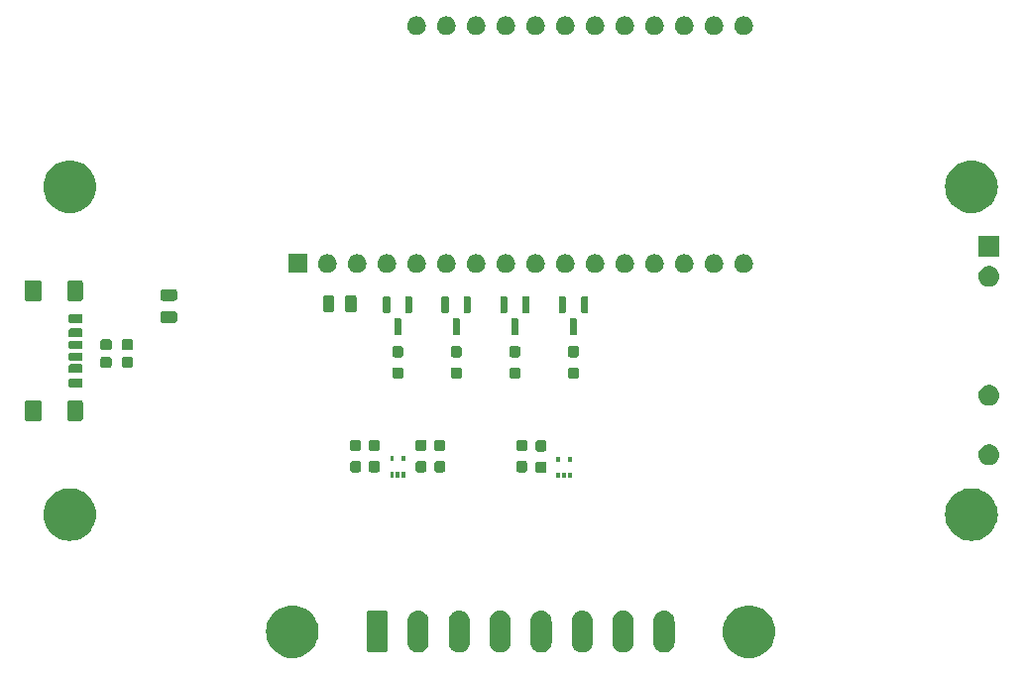
<source format=gbr>
%TF.GenerationSoftware,KiCad,Pcbnew,7.0.8*%
%TF.CreationDate,2023-10-18T11:28:30-05:00*%
%TF.ProjectId,ESP32_Garage_Door_Controller,45535033-325f-4476-9172-6167655f446f,rev?*%
%TF.SameCoordinates,Original*%
%TF.FileFunction,Soldermask,Top*%
%TF.FilePolarity,Negative*%
%FSLAX46Y46*%
G04 Gerber Fmt 4.6, Leading zero omitted, Abs format (unit mm)*
G04 Created by KiCad (PCBNEW 7.0.8) date 2023-10-18 11:28:30*
%MOMM*%
%LPD*%
G01*
G04 APERTURE LIST*
G04 APERTURE END LIST*
G36*
X118293684Y-96769249D02*
G01*
X118582343Y-96826667D01*
X118861038Y-96921271D01*
X119125000Y-97051443D01*
X119369713Y-97214955D01*
X119590990Y-97409010D01*
X119785045Y-97630287D01*
X119948557Y-97875000D01*
X120078729Y-98138962D01*
X120173333Y-98417657D01*
X120230751Y-98706316D01*
X120250000Y-99000000D01*
X120230751Y-99293684D01*
X120173333Y-99582343D01*
X120078729Y-99861038D01*
X119948557Y-100125000D01*
X119785045Y-100369713D01*
X119590990Y-100590990D01*
X119369713Y-100785045D01*
X119125000Y-100948557D01*
X118861038Y-101078729D01*
X118582343Y-101173333D01*
X118293684Y-101230751D01*
X118000000Y-101250000D01*
X117706316Y-101230751D01*
X117417657Y-101173333D01*
X117138962Y-101078729D01*
X116875000Y-100948557D01*
X116630287Y-100785045D01*
X116409010Y-100590990D01*
X116214955Y-100369713D01*
X116051443Y-100125000D01*
X115921271Y-99861038D01*
X115826667Y-99582343D01*
X115769249Y-99293684D01*
X115750000Y-99000000D01*
X115769249Y-98706316D01*
X115826667Y-98417657D01*
X115921271Y-98138962D01*
X116051443Y-97875000D01*
X116214955Y-97630287D01*
X116409010Y-97409010D01*
X116630287Y-97214955D01*
X116875000Y-97051443D01*
X117138962Y-96921271D01*
X117417657Y-96826667D01*
X117706316Y-96769249D01*
X118000000Y-96750000D01*
X118293684Y-96769249D01*
G37*
G36*
X157293684Y-96769249D02*
G01*
X157582343Y-96826667D01*
X157861038Y-96921271D01*
X158125000Y-97051443D01*
X158369713Y-97214955D01*
X158590990Y-97409010D01*
X158785045Y-97630287D01*
X158948557Y-97875000D01*
X159078729Y-98138962D01*
X159173333Y-98417657D01*
X159230751Y-98706316D01*
X159250000Y-99000000D01*
X159230751Y-99293684D01*
X159173333Y-99582343D01*
X159078729Y-99861038D01*
X158948557Y-100125000D01*
X158785045Y-100369713D01*
X158590990Y-100590990D01*
X158369713Y-100785045D01*
X158125000Y-100948557D01*
X157861038Y-101078729D01*
X157582343Y-101173333D01*
X157293684Y-101230751D01*
X157000000Y-101250000D01*
X156706316Y-101230751D01*
X156417657Y-101173333D01*
X156138962Y-101078729D01*
X155875000Y-100948557D01*
X155630287Y-100785045D01*
X155409010Y-100590990D01*
X155214955Y-100369713D01*
X155051443Y-100125000D01*
X154921271Y-99861038D01*
X154826667Y-99582343D01*
X154769249Y-99293684D01*
X154750000Y-99000000D01*
X154769249Y-98706316D01*
X154826667Y-98417657D01*
X154921271Y-98138962D01*
X155051443Y-97875000D01*
X155214955Y-97630287D01*
X155409010Y-97409010D01*
X155630287Y-97214955D01*
X155875000Y-97051443D01*
X156138962Y-96921271D01*
X156417657Y-96826667D01*
X156706316Y-96769249D01*
X157000000Y-96750000D01*
X157293684Y-96769249D01*
G37*
G36*
X125904116Y-97200818D02*
G01*
X125955379Y-97206766D01*
X125972892Y-97214499D01*
X125995671Y-97219030D01*
X126020057Y-97235324D01*
X126040788Y-97244478D01*
X126054946Y-97258636D01*
X126076777Y-97273223D01*
X126091363Y-97295053D01*
X126105521Y-97309211D01*
X126114673Y-97329939D01*
X126130970Y-97354329D01*
X126135501Y-97377109D01*
X126143233Y-97394620D01*
X126149178Y-97445872D01*
X126150000Y-97450000D01*
X126150000Y-100550000D01*
X126149178Y-100554128D01*
X126143233Y-100605379D01*
X126135501Y-100622888D01*
X126130970Y-100645671D01*
X126114672Y-100670062D01*
X126105521Y-100690788D01*
X126091365Y-100704943D01*
X126076777Y-100726777D01*
X126054943Y-100741365D01*
X126040788Y-100755521D01*
X126020062Y-100764672D01*
X125995671Y-100780970D01*
X125972888Y-100785501D01*
X125955379Y-100793233D01*
X125904129Y-100799178D01*
X125900000Y-100800000D01*
X124600000Y-100800000D01*
X124595873Y-100799179D01*
X124544620Y-100793233D01*
X124527109Y-100785501D01*
X124504329Y-100780970D01*
X124479939Y-100764673D01*
X124459211Y-100755521D01*
X124445053Y-100741363D01*
X124423223Y-100726777D01*
X124408636Y-100704946D01*
X124394478Y-100690788D01*
X124385324Y-100670057D01*
X124369030Y-100645671D01*
X124364499Y-100622892D01*
X124356766Y-100605379D01*
X124350818Y-100554117D01*
X124350000Y-100550000D01*
X124350000Y-97450000D01*
X124350818Y-97445885D01*
X124356766Y-97394620D01*
X124364499Y-97377105D01*
X124369030Y-97354329D01*
X124385323Y-97329944D01*
X124394478Y-97309211D01*
X124408638Y-97295050D01*
X124423223Y-97273223D01*
X124445050Y-97258638D01*
X124459211Y-97244478D01*
X124479944Y-97235323D01*
X124504329Y-97219030D01*
X124527105Y-97214499D01*
X124544620Y-97206766D01*
X124595884Y-97200818D01*
X124600000Y-97200000D01*
X125900000Y-97200000D01*
X125904116Y-97200818D01*
G37*
G36*
X128773716Y-97204930D02*
G01*
X128844076Y-97204930D01*
X128866123Y-97209616D01*
X128886247Y-97210637D01*
X128956494Y-97228825D01*
X129028115Y-97244049D01*
X129045937Y-97251984D01*
X129062479Y-97256267D01*
X129130512Y-97289639D01*
X129200000Y-97320577D01*
X129213336Y-97330266D01*
X129225930Y-97336444D01*
X129288488Y-97384867D01*
X129352218Y-97431170D01*
X129361214Y-97441161D01*
X129369890Y-97447877D01*
X129423717Y-97510577D01*
X129478115Y-97570993D01*
X129483317Y-97580003D01*
X129488471Y-97586007D01*
X129530464Y-97661664D01*
X129572191Y-97733937D01*
X129574467Y-97740942D01*
X129576822Y-97745185D01*
X129604241Y-97832577D01*
X129630333Y-97912879D01*
X129630784Y-97917178D01*
X129631320Y-97918884D01*
X129641935Y-98023273D01*
X129650000Y-98100000D01*
X129650000Y-99900000D01*
X129649873Y-99901204D01*
X129645382Y-99989756D01*
X129635525Y-100037719D01*
X129630333Y-100087121D01*
X129616837Y-100128656D01*
X129608475Y-100169348D01*
X129588464Y-100215977D01*
X129572191Y-100266063D01*
X129551859Y-100301277D01*
X129536683Y-100336644D01*
X129505938Y-100380814D01*
X129478115Y-100429007D01*
X129452917Y-100456991D01*
X129432683Y-100486063D01*
X129391450Y-100525257D01*
X129352218Y-100568830D01*
X129324193Y-100589191D01*
X129300733Y-100611492D01*
X129249823Y-100643224D01*
X129200000Y-100679423D01*
X129171114Y-100692283D01*
X129146240Y-100707788D01*
X129087076Y-100729699D01*
X129028115Y-100755951D01*
X129000140Y-100761897D01*
X128975519Y-100771016D01*
X128910068Y-100781042D01*
X128844076Y-100795070D01*
X128818504Y-100795070D01*
X128795573Y-100798583D01*
X128726303Y-100795070D01*
X128655924Y-100795070D01*
X128633870Y-100790382D01*
X128613752Y-100789362D01*
X128543521Y-100771177D01*
X128471885Y-100755951D01*
X128454058Y-100748014D01*
X128437520Y-100743732D01*
X128369498Y-100710365D01*
X128300000Y-100679423D01*
X128286661Y-100669731D01*
X128274069Y-100663555D01*
X128211516Y-100615135D01*
X128147782Y-100568830D01*
X128138784Y-100558837D01*
X128130109Y-100552122D01*
X128076279Y-100489418D01*
X128021885Y-100429007D01*
X128016682Y-100419996D01*
X128011528Y-100413992D01*
X127969524Y-100338315D01*
X127927809Y-100266063D01*
X127925533Y-100259059D01*
X127923177Y-100254814D01*
X127895738Y-100167360D01*
X127869667Y-100087121D01*
X127869215Y-100082824D01*
X127868679Y-100081115D01*
X127858054Y-99976630D01*
X127850000Y-99900000D01*
X127850000Y-98100000D01*
X127850126Y-98098796D01*
X127854617Y-98010243D01*
X127864476Y-97962268D01*
X127869667Y-97912879D01*
X127883159Y-97871353D01*
X127891524Y-97830651D01*
X127911539Y-97784008D01*
X127927809Y-97733937D01*
X127948134Y-97698732D01*
X127963316Y-97663355D01*
X127994069Y-97619171D01*
X128021885Y-97570993D01*
X128047075Y-97543016D01*
X128067316Y-97513936D01*
X128108561Y-97474728D01*
X128147782Y-97431170D01*
X128175798Y-97410814D01*
X128199266Y-97388507D01*
X128250192Y-97356764D01*
X128300000Y-97320577D01*
X128328876Y-97307720D01*
X128353759Y-97292211D01*
X128412942Y-97270292D01*
X128471885Y-97244049D01*
X128499850Y-97238104D01*
X128524480Y-97228983D01*
X128589950Y-97218953D01*
X128655924Y-97204930D01*
X128681488Y-97204930D01*
X128704426Y-97201416D01*
X128773716Y-97204930D01*
G37*
G36*
X132273716Y-97204930D02*
G01*
X132344076Y-97204930D01*
X132366123Y-97209616D01*
X132386247Y-97210637D01*
X132456494Y-97228825D01*
X132528115Y-97244049D01*
X132545937Y-97251984D01*
X132562479Y-97256267D01*
X132630512Y-97289639D01*
X132700000Y-97320577D01*
X132713336Y-97330266D01*
X132725930Y-97336444D01*
X132788488Y-97384867D01*
X132852218Y-97431170D01*
X132861214Y-97441161D01*
X132869890Y-97447877D01*
X132923717Y-97510577D01*
X132978115Y-97570993D01*
X132983317Y-97580003D01*
X132988471Y-97586007D01*
X133030464Y-97661664D01*
X133072191Y-97733937D01*
X133074467Y-97740942D01*
X133076822Y-97745185D01*
X133104241Y-97832577D01*
X133130333Y-97912879D01*
X133130784Y-97917178D01*
X133131320Y-97918884D01*
X133141935Y-98023273D01*
X133150000Y-98100000D01*
X133150000Y-99900000D01*
X133149873Y-99901204D01*
X133145382Y-99989756D01*
X133135525Y-100037719D01*
X133130333Y-100087121D01*
X133116837Y-100128656D01*
X133108475Y-100169348D01*
X133088464Y-100215977D01*
X133072191Y-100266063D01*
X133051859Y-100301277D01*
X133036683Y-100336644D01*
X133005938Y-100380814D01*
X132978115Y-100429007D01*
X132952917Y-100456991D01*
X132932683Y-100486063D01*
X132891450Y-100525257D01*
X132852218Y-100568830D01*
X132824193Y-100589191D01*
X132800733Y-100611492D01*
X132749823Y-100643224D01*
X132700000Y-100679423D01*
X132671114Y-100692283D01*
X132646240Y-100707788D01*
X132587076Y-100729699D01*
X132528115Y-100755951D01*
X132500140Y-100761897D01*
X132475519Y-100771016D01*
X132410068Y-100781042D01*
X132344076Y-100795070D01*
X132318504Y-100795070D01*
X132295573Y-100798583D01*
X132226303Y-100795070D01*
X132155924Y-100795070D01*
X132133870Y-100790382D01*
X132113752Y-100789362D01*
X132043521Y-100771177D01*
X131971885Y-100755951D01*
X131954058Y-100748014D01*
X131937520Y-100743732D01*
X131869498Y-100710365D01*
X131800000Y-100679423D01*
X131786661Y-100669731D01*
X131774069Y-100663555D01*
X131711516Y-100615135D01*
X131647782Y-100568830D01*
X131638784Y-100558837D01*
X131630109Y-100552122D01*
X131576279Y-100489418D01*
X131521885Y-100429007D01*
X131516682Y-100419996D01*
X131511528Y-100413992D01*
X131469524Y-100338315D01*
X131427809Y-100266063D01*
X131425533Y-100259059D01*
X131423177Y-100254814D01*
X131395738Y-100167360D01*
X131369667Y-100087121D01*
X131369215Y-100082824D01*
X131368679Y-100081115D01*
X131358054Y-99976630D01*
X131350000Y-99900000D01*
X131350000Y-98100000D01*
X131350126Y-98098796D01*
X131354617Y-98010243D01*
X131364476Y-97962268D01*
X131369667Y-97912879D01*
X131383159Y-97871353D01*
X131391524Y-97830651D01*
X131411539Y-97784008D01*
X131427809Y-97733937D01*
X131448134Y-97698732D01*
X131463316Y-97663355D01*
X131494069Y-97619171D01*
X131521885Y-97570993D01*
X131547075Y-97543016D01*
X131567316Y-97513936D01*
X131608561Y-97474728D01*
X131647782Y-97431170D01*
X131675798Y-97410814D01*
X131699266Y-97388507D01*
X131750192Y-97356764D01*
X131800000Y-97320577D01*
X131828876Y-97307720D01*
X131853759Y-97292211D01*
X131912942Y-97270292D01*
X131971885Y-97244049D01*
X131999850Y-97238104D01*
X132024480Y-97228983D01*
X132089950Y-97218953D01*
X132155924Y-97204930D01*
X132181488Y-97204930D01*
X132204426Y-97201416D01*
X132273716Y-97204930D01*
G37*
G36*
X135773716Y-97204930D02*
G01*
X135844076Y-97204930D01*
X135866123Y-97209616D01*
X135886247Y-97210637D01*
X135956494Y-97228825D01*
X136028115Y-97244049D01*
X136045937Y-97251984D01*
X136062479Y-97256267D01*
X136130512Y-97289639D01*
X136200000Y-97320577D01*
X136213336Y-97330266D01*
X136225930Y-97336444D01*
X136288488Y-97384867D01*
X136352218Y-97431170D01*
X136361214Y-97441161D01*
X136369890Y-97447877D01*
X136423717Y-97510577D01*
X136478115Y-97570993D01*
X136483317Y-97580003D01*
X136488471Y-97586007D01*
X136530464Y-97661664D01*
X136572191Y-97733937D01*
X136574467Y-97740942D01*
X136576822Y-97745185D01*
X136604241Y-97832577D01*
X136630333Y-97912879D01*
X136630784Y-97917178D01*
X136631320Y-97918884D01*
X136641935Y-98023273D01*
X136650000Y-98100000D01*
X136650000Y-99900000D01*
X136649873Y-99901204D01*
X136645382Y-99989756D01*
X136635525Y-100037719D01*
X136630333Y-100087121D01*
X136616837Y-100128656D01*
X136608475Y-100169348D01*
X136588464Y-100215977D01*
X136572191Y-100266063D01*
X136551859Y-100301277D01*
X136536683Y-100336644D01*
X136505938Y-100380814D01*
X136478115Y-100429007D01*
X136452917Y-100456991D01*
X136432683Y-100486063D01*
X136391450Y-100525257D01*
X136352218Y-100568830D01*
X136324193Y-100589191D01*
X136300733Y-100611492D01*
X136249823Y-100643224D01*
X136200000Y-100679423D01*
X136171114Y-100692283D01*
X136146240Y-100707788D01*
X136087076Y-100729699D01*
X136028115Y-100755951D01*
X136000140Y-100761897D01*
X135975519Y-100771016D01*
X135910068Y-100781042D01*
X135844076Y-100795070D01*
X135818504Y-100795070D01*
X135795573Y-100798583D01*
X135726303Y-100795070D01*
X135655924Y-100795070D01*
X135633870Y-100790382D01*
X135613752Y-100789362D01*
X135543521Y-100771177D01*
X135471885Y-100755951D01*
X135454058Y-100748014D01*
X135437520Y-100743732D01*
X135369498Y-100710365D01*
X135300000Y-100679423D01*
X135286661Y-100669731D01*
X135274069Y-100663555D01*
X135211516Y-100615135D01*
X135147782Y-100568830D01*
X135138784Y-100558837D01*
X135130109Y-100552122D01*
X135076279Y-100489418D01*
X135021885Y-100429007D01*
X135016682Y-100419996D01*
X135011528Y-100413992D01*
X134969524Y-100338315D01*
X134927809Y-100266063D01*
X134925533Y-100259059D01*
X134923177Y-100254814D01*
X134895738Y-100167360D01*
X134869667Y-100087121D01*
X134869215Y-100082824D01*
X134868679Y-100081115D01*
X134858054Y-99976630D01*
X134850000Y-99900000D01*
X134850000Y-98100000D01*
X134850126Y-98098796D01*
X134854617Y-98010243D01*
X134864476Y-97962268D01*
X134869667Y-97912879D01*
X134883159Y-97871353D01*
X134891524Y-97830651D01*
X134911539Y-97784008D01*
X134927809Y-97733937D01*
X134948134Y-97698732D01*
X134963316Y-97663355D01*
X134994069Y-97619171D01*
X135021885Y-97570993D01*
X135047075Y-97543016D01*
X135067316Y-97513936D01*
X135108561Y-97474728D01*
X135147782Y-97431170D01*
X135175798Y-97410814D01*
X135199266Y-97388507D01*
X135250192Y-97356764D01*
X135300000Y-97320577D01*
X135328876Y-97307720D01*
X135353759Y-97292211D01*
X135412942Y-97270292D01*
X135471885Y-97244049D01*
X135499850Y-97238104D01*
X135524480Y-97228983D01*
X135589950Y-97218953D01*
X135655924Y-97204930D01*
X135681488Y-97204930D01*
X135704426Y-97201416D01*
X135773716Y-97204930D01*
G37*
G36*
X139273716Y-97204930D02*
G01*
X139344076Y-97204930D01*
X139366123Y-97209616D01*
X139386247Y-97210637D01*
X139456494Y-97228825D01*
X139528115Y-97244049D01*
X139545937Y-97251984D01*
X139562479Y-97256267D01*
X139630512Y-97289639D01*
X139700000Y-97320577D01*
X139713336Y-97330266D01*
X139725930Y-97336444D01*
X139788488Y-97384867D01*
X139852218Y-97431170D01*
X139861214Y-97441161D01*
X139869890Y-97447877D01*
X139923717Y-97510577D01*
X139978115Y-97570993D01*
X139983317Y-97580003D01*
X139988471Y-97586007D01*
X140030464Y-97661664D01*
X140072191Y-97733937D01*
X140074467Y-97740942D01*
X140076822Y-97745185D01*
X140104241Y-97832577D01*
X140130333Y-97912879D01*
X140130784Y-97917178D01*
X140131320Y-97918884D01*
X140141935Y-98023273D01*
X140150000Y-98100000D01*
X140150000Y-99900000D01*
X140149873Y-99901204D01*
X140145382Y-99989756D01*
X140135525Y-100037719D01*
X140130333Y-100087121D01*
X140116837Y-100128656D01*
X140108475Y-100169348D01*
X140088464Y-100215977D01*
X140072191Y-100266063D01*
X140051859Y-100301277D01*
X140036683Y-100336644D01*
X140005938Y-100380814D01*
X139978115Y-100429007D01*
X139952917Y-100456991D01*
X139932683Y-100486063D01*
X139891450Y-100525257D01*
X139852218Y-100568830D01*
X139824193Y-100589191D01*
X139800733Y-100611492D01*
X139749823Y-100643224D01*
X139700000Y-100679423D01*
X139671114Y-100692283D01*
X139646240Y-100707788D01*
X139587076Y-100729699D01*
X139528115Y-100755951D01*
X139500140Y-100761897D01*
X139475519Y-100771016D01*
X139410068Y-100781042D01*
X139344076Y-100795070D01*
X139318504Y-100795070D01*
X139295573Y-100798583D01*
X139226303Y-100795070D01*
X139155924Y-100795070D01*
X139133870Y-100790382D01*
X139113752Y-100789362D01*
X139043521Y-100771177D01*
X138971885Y-100755951D01*
X138954058Y-100748014D01*
X138937520Y-100743732D01*
X138869498Y-100710365D01*
X138800000Y-100679423D01*
X138786661Y-100669731D01*
X138774069Y-100663555D01*
X138711516Y-100615135D01*
X138647782Y-100568830D01*
X138638784Y-100558837D01*
X138630109Y-100552122D01*
X138576279Y-100489418D01*
X138521885Y-100429007D01*
X138516682Y-100419996D01*
X138511528Y-100413992D01*
X138469524Y-100338315D01*
X138427809Y-100266063D01*
X138425533Y-100259059D01*
X138423177Y-100254814D01*
X138395738Y-100167360D01*
X138369667Y-100087121D01*
X138369215Y-100082824D01*
X138368679Y-100081115D01*
X138358054Y-99976630D01*
X138350000Y-99900000D01*
X138350000Y-98100000D01*
X138350126Y-98098796D01*
X138354617Y-98010243D01*
X138364476Y-97962268D01*
X138369667Y-97912879D01*
X138383159Y-97871353D01*
X138391524Y-97830651D01*
X138411539Y-97784008D01*
X138427809Y-97733937D01*
X138448134Y-97698732D01*
X138463316Y-97663355D01*
X138494069Y-97619171D01*
X138521885Y-97570993D01*
X138547075Y-97543016D01*
X138567316Y-97513936D01*
X138608561Y-97474728D01*
X138647782Y-97431170D01*
X138675798Y-97410814D01*
X138699266Y-97388507D01*
X138750192Y-97356764D01*
X138800000Y-97320577D01*
X138828876Y-97307720D01*
X138853759Y-97292211D01*
X138912942Y-97270292D01*
X138971885Y-97244049D01*
X138999850Y-97238104D01*
X139024480Y-97228983D01*
X139089950Y-97218953D01*
X139155924Y-97204930D01*
X139181488Y-97204930D01*
X139204426Y-97201416D01*
X139273716Y-97204930D01*
G37*
G36*
X142773716Y-97204930D02*
G01*
X142844076Y-97204930D01*
X142866123Y-97209616D01*
X142886247Y-97210637D01*
X142956494Y-97228825D01*
X143028115Y-97244049D01*
X143045937Y-97251984D01*
X143062479Y-97256267D01*
X143130512Y-97289639D01*
X143200000Y-97320577D01*
X143213336Y-97330266D01*
X143225930Y-97336444D01*
X143288488Y-97384867D01*
X143352218Y-97431170D01*
X143361214Y-97441161D01*
X143369890Y-97447877D01*
X143423717Y-97510577D01*
X143478115Y-97570993D01*
X143483317Y-97580003D01*
X143488471Y-97586007D01*
X143530464Y-97661664D01*
X143572191Y-97733937D01*
X143574467Y-97740942D01*
X143576822Y-97745185D01*
X143604241Y-97832577D01*
X143630333Y-97912879D01*
X143630784Y-97917178D01*
X143631320Y-97918884D01*
X143641935Y-98023273D01*
X143650000Y-98100000D01*
X143650000Y-99900000D01*
X143649873Y-99901204D01*
X143645382Y-99989756D01*
X143635525Y-100037719D01*
X143630333Y-100087121D01*
X143616837Y-100128656D01*
X143608475Y-100169348D01*
X143588464Y-100215977D01*
X143572191Y-100266063D01*
X143551859Y-100301277D01*
X143536683Y-100336644D01*
X143505938Y-100380814D01*
X143478115Y-100429007D01*
X143452917Y-100456991D01*
X143432683Y-100486063D01*
X143391450Y-100525257D01*
X143352218Y-100568830D01*
X143324193Y-100589191D01*
X143300733Y-100611492D01*
X143249823Y-100643224D01*
X143200000Y-100679423D01*
X143171114Y-100692283D01*
X143146240Y-100707788D01*
X143087076Y-100729699D01*
X143028115Y-100755951D01*
X143000140Y-100761897D01*
X142975519Y-100771016D01*
X142910068Y-100781042D01*
X142844076Y-100795070D01*
X142818504Y-100795070D01*
X142795573Y-100798583D01*
X142726303Y-100795070D01*
X142655924Y-100795070D01*
X142633870Y-100790382D01*
X142613752Y-100789362D01*
X142543521Y-100771177D01*
X142471885Y-100755951D01*
X142454058Y-100748014D01*
X142437520Y-100743732D01*
X142369498Y-100710365D01*
X142300000Y-100679423D01*
X142286661Y-100669731D01*
X142274069Y-100663555D01*
X142211516Y-100615135D01*
X142147782Y-100568830D01*
X142138784Y-100558837D01*
X142130109Y-100552122D01*
X142076279Y-100489418D01*
X142021885Y-100429007D01*
X142016682Y-100419996D01*
X142011528Y-100413992D01*
X141969524Y-100338315D01*
X141927809Y-100266063D01*
X141925533Y-100259059D01*
X141923177Y-100254814D01*
X141895738Y-100167360D01*
X141869667Y-100087121D01*
X141869215Y-100082824D01*
X141868679Y-100081115D01*
X141858054Y-99976630D01*
X141850000Y-99900000D01*
X141850000Y-98100000D01*
X141850126Y-98098796D01*
X141854617Y-98010243D01*
X141864476Y-97962268D01*
X141869667Y-97912879D01*
X141883159Y-97871353D01*
X141891524Y-97830651D01*
X141911539Y-97784008D01*
X141927809Y-97733937D01*
X141948134Y-97698732D01*
X141963316Y-97663355D01*
X141994069Y-97619171D01*
X142021885Y-97570993D01*
X142047075Y-97543016D01*
X142067316Y-97513936D01*
X142108561Y-97474728D01*
X142147782Y-97431170D01*
X142175798Y-97410814D01*
X142199266Y-97388507D01*
X142250192Y-97356764D01*
X142300000Y-97320577D01*
X142328876Y-97307720D01*
X142353759Y-97292211D01*
X142412942Y-97270292D01*
X142471885Y-97244049D01*
X142499850Y-97238104D01*
X142524480Y-97228983D01*
X142589950Y-97218953D01*
X142655924Y-97204930D01*
X142681488Y-97204930D01*
X142704426Y-97201416D01*
X142773716Y-97204930D01*
G37*
G36*
X146273716Y-97204930D02*
G01*
X146344076Y-97204930D01*
X146366123Y-97209616D01*
X146386247Y-97210637D01*
X146456494Y-97228825D01*
X146528115Y-97244049D01*
X146545937Y-97251984D01*
X146562479Y-97256267D01*
X146630512Y-97289639D01*
X146700000Y-97320577D01*
X146713336Y-97330266D01*
X146725930Y-97336444D01*
X146788488Y-97384867D01*
X146852218Y-97431170D01*
X146861214Y-97441161D01*
X146869890Y-97447877D01*
X146923717Y-97510577D01*
X146978115Y-97570993D01*
X146983317Y-97580003D01*
X146988471Y-97586007D01*
X147030464Y-97661664D01*
X147072191Y-97733937D01*
X147074467Y-97740942D01*
X147076822Y-97745185D01*
X147104241Y-97832577D01*
X147130333Y-97912879D01*
X147130784Y-97917178D01*
X147131320Y-97918884D01*
X147141935Y-98023273D01*
X147150000Y-98100000D01*
X147150000Y-99900000D01*
X147149873Y-99901204D01*
X147145382Y-99989756D01*
X147135525Y-100037719D01*
X147130333Y-100087121D01*
X147116837Y-100128656D01*
X147108475Y-100169348D01*
X147088464Y-100215977D01*
X147072191Y-100266063D01*
X147051859Y-100301277D01*
X147036683Y-100336644D01*
X147005938Y-100380814D01*
X146978115Y-100429007D01*
X146952917Y-100456991D01*
X146932683Y-100486063D01*
X146891450Y-100525257D01*
X146852218Y-100568830D01*
X146824193Y-100589191D01*
X146800733Y-100611492D01*
X146749823Y-100643224D01*
X146700000Y-100679423D01*
X146671114Y-100692283D01*
X146646240Y-100707788D01*
X146587076Y-100729699D01*
X146528115Y-100755951D01*
X146500140Y-100761897D01*
X146475519Y-100771016D01*
X146410068Y-100781042D01*
X146344076Y-100795070D01*
X146318504Y-100795070D01*
X146295573Y-100798583D01*
X146226303Y-100795070D01*
X146155924Y-100795070D01*
X146133870Y-100790382D01*
X146113752Y-100789362D01*
X146043521Y-100771177D01*
X145971885Y-100755951D01*
X145954058Y-100748014D01*
X145937520Y-100743732D01*
X145869498Y-100710365D01*
X145800000Y-100679423D01*
X145786661Y-100669731D01*
X145774069Y-100663555D01*
X145711516Y-100615135D01*
X145647782Y-100568830D01*
X145638784Y-100558837D01*
X145630109Y-100552122D01*
X145576279Y-100489418D01*
X145521885Y-100429007D01*
X145516682Y-100419996D01*
X145511528Y-100413992D01*
X145469524Y-100338315D01*
X145427809Y-100266063D01*
X145425533Y-100259059D01*
X145423177Y-100254814D01*
X145395738Y-100167360D01*
X145369667Y-100087121D01*
X145369215Y-100082824D01*
X145368679Y-100081115D01*
X145358054Y-99976630D01*
X145350000Y-99900000D01*
X145350000Y-98100000D01*
X145350126Y-98098796D01*
X145354617Y-98010243D01*
X145364476Y-97962268D01*
X145369667Y-97912879D01*
X145383159Y-97871353D01*
X145391524Y-97830651D01*
X145411539Y-97784008D01*
X145427809Y-97733937D01*
X145448134Y-97698732D01*
X145463316Y-97663355D01*
X145494069Y-97619171D01*
X145521885Y-97570993D01*
X145547075Y-97543016D01*
X145567316Y-97513936D01*
X145608561Y-97474728D01*
X145647782Y-97431170D01*
X145675798Y-97410814D01*
X145699266Y-97388507D01*
X145750192Y-97356764D01*
X145800000Y-97320577D01*
X145828876Y-97307720D01*
X145853759Y-97292211D01*
X145912942Y-97270292D01*
X145971885Y-97244049D01*
X145999850Y-97238104D01*
X146024480Y-97228983D01*
X146089950Y-97218953D01*
X146155924Y-97204930D01*
X146181488Y-97204930D01*
X146204426Y-97201416D01*
X146273716Y-97204930D01*
G37*
G36*
X149773716Y-97204930D02*
G01*
X149844076Y-97204930D01*
X149866123Y-97209616D01*
X149886247Y-97210637D01*
X149956494Y-97228825D01*
X150028115Y-97244049D01*
X150045937Y-97251984D01*
X150062479Y-97256267D01*
X150130512Y-97289639D01*
X150200000Y-97320577D01*
X150213336Y-97330266D01*
X150225930Y-97336444D01*
X150288488Y-97384867D01*
X150352218Y-97431170D01*
X150361214Y-97441161D01*
X150369890Y-97447877D01*
X150423717Y-97510577D01*
X150478115Y-97570993D01*
X150483317Y-97580003D01*
X150488471Y-97586007D01*
X150530464Y-97661664D01*
X150572191Y-97733937D01*
X150574467Y-97740942D01*
X150576822Y-97745185D01*
X150604241Y-97832577D01*
X150630333Y-97912879D01*
X150630784Y-97917178D01*
X150631320Y-97918884D01*
X150641935Y-98023273D01*
X150650000Y-98100000D01*
X150650000Y-99900000D01*
X150649873Y-99901204D01*
X150645382Y-99989756D01*
X150635525Y-100037719D01*
X150630333Y-100087121D01*
X150616837Y-100128656D01*
X150608475Y-100169348D01*
X150588464Y-100215977D01*
X150572191Y-100266063D01*
X150551859Y-100301277D01*
X150536683Y-100336644D01*
X150505938Y-100380814D01*
X150478115Y-100429007D01*
X150452917Y-100456991D01*
X150432683Y-100486063D01*
X150391450Y-100525257D01*
X150352218Y-100568830D01*
X150324193Y-100589191D01*
X150300733Y-100611492D01*
X150249823Y-100643224D01*
X150200000Y-100679423D01*
X150171114Y-100692283D01*
X150146240Y-100707788D01*
X150087076Y-100729699D01*
X150028115Y-100755951D01*
X150000140Y-100761897D01*
X149975519Y-100771016D01*
X149910068Y-100781042D01*
X149844076Y-100795070D01*
X149818504Y-100795070D01*
X149795573Y-100798583D01*
X149726303Y-100795070D01*
X149655924Y-100795070D01*
X149633870Y-100790382D01*
X149613752Y-100789362D01*
X149543521Y-100771177D01*
X149471885Y-100755951D01*
X149454058Y-100748014D01*
X149437520Y-100743732D01*
X149369498Y-100710365D01*
X149300000Y-100679423D01*
X149286661Y-100669731D01*
X149274069Y-100663555D01*
X149211516Y-100615135D01*
X149147782Y-100568830D01*
X149138784Y-100558837D01*
X149130109Y-100552122D01*
X149076279Y-100489418D01*
X149021885Y-100429007D01*
X149016682Y-100419996D01*
X149011528Y-100413992D01*
X148969524Y-100338315D01*
X148927809Y-100266063D01*
X148925533Y-100259059D01*
X148923177Y-100254814D01*
X148895738Y-100167360D01*
X148869667Y-100087121D01*
X148869215Y-100082824D01*
X148868679Y-100081115D01*
X148858054Y-99976630D01*
X148850000Y-99900000D01*
X148850000Y-98100000D01*
X148850126Y-98098796D01*
X148854617Y-98010243D01*
X148864476Y-97962268D01*
X148869667Y-97912879D01*
X148883159Y-97871353D01*
X148891524Y-97830651D01*
X148911539Y-97784008D01*
X148927809Y-97733937D01*
X148948134Y-97698732D01*
X148963316Y-97663355D01*
X148994069Y-97619171D01*
X149021885Y-97570993D01*
X149047075Y-97543016D01*
X149067316Y-97513936D01*
X149108561Y-97474728D01*
X149147782Y-97431170D01*
X149175798Y-97410814D01*
X149199266Y-97388507D01*
X149250192Y-97356764D01*
X149300000Y-97320577D01*
X149328876Y-97307720D01*
X149353759Y-97292211D01*
X149412942Y-97270292D01*
X149471885Y-97244049D01*
X149499850Y-97238104D01*
X149524480Y-97228983D01*
X149589950Y-97218953D01*
X149655924Y-97204930D01*
X149681488Y-97204930D01*
X149704426Y-97201416D01*
X149773716Y-97204930D01*
G37*
G36*
X99293684Y-86769249D02*
G01*
X99582343Y-86826667D01*
X99861038Y-86921271D01*
X100125000Y-87051443D01*
X100369713Y-87214955D01*
X100590990Y-87409010D01*
X100785045Y-87630287D01*
X100948557Y-87875000D01*
X101078729Y-88138962D01*
X101173333Y-88417657D01*
X101230751Y-88706316D01*
X101250000Y-89000000D01*
X101230751Y-89293684D01*
X101173333Y-89582343D01*
X101078729Y-89861038D01*
X100948557Y-90125000D01*
X100785045Y-90369713D01*
X100590990Y-90590990D01*
X100369713Y-90785045D01*
X100125000Y-90948557D01*
X99861038Y-91078729D01*
X99582343Y-91173333D01*
X99293684Y-91230751D01*
X99000000Y-91250000D01*
X98706316Y-91230751D01*
X98417657Y-91173333D01*
X98138962Y-91078729D01*
X97875000Y-90948557D01*
X97630287Y-90785045D01*
X97409010Y-90590990D01*
X97214955Y-90369713D01*
X97051443Y-90125000D01*
X96921271Y-89861038D01*
X96826667Y-89582343D01*
X96769249Y-89293684D01*
X96750000Y-89000000D01*
X96769249Y-88706316D01*
X96826667Y-88417657D01*
X96921271Y-88138962D01*
X97051443Y-87875000D01*
X97214955Y-87630287D01*
X97409010Y-87409010D01*
X97630287Y-87214955D01*
X97875000Y-87051443D01*
X98138962Y-86921271D01*
X98417657Y-86826667D01*
X98706316Y-86769249D01*
X99000000Y-86750000D01*
X99293684Y-86769249D01*
G37*
G36*
X176293684Y-86769249D02*
G01*
X176582343Y-86826667D01*
X176861038Y-86921271D01*
X177125000Y-87051443D01*
X177369713Y-87214955D01*
X177590990Y-87409010D01*
X177785045Y-87630287D01*
X177948557Y-87875000D01*
X178078729Y-88138962D01*
X178173333Y-88417657D01*
X178230751Y-88706316D01*
X178250000Y-89000000D01*
X178230751Y-89293684D01*
X178173333Y-89582343D01*
X178078729Y-89861038D01*
X177948557Y-90125000D01*
X177785045Y-90369713D01*
X177590990Y-90590990D01*
X177369713Y-90785045D01*
X177125000Y-90948557D01*
X176861038Y-91078729D01*
X176582343Y-91173333D01*
X176293684Y-91230751D01*
X176000000Y-91250000D01*
X175706316Y-91230751D01*
X175417657Y-91173333D01*
X175138962Y-91078729D01*
X174875000Y-90948557D01*
X174630287Y-90785045D01*
X174409010Y-90590990D01*
X174214955Y-90369713D01*
X174051443Y-90125000D01*
X173921271Y-89861038D01*
X173826667Y-89582343D01*
X173769249Y-89293684D01*
X173750000Y-89000000D01*
X173769249Y-88706316D01*
X173826667Y-88417657D01*
X173921271Y-88138962D01*
X174051443Y-87875000D01*
X174214955Y-87630287D01*
X174409010Y-87409010D01*
X174630287Y-87214955D01*
X174875000Y-87051443D01*
X175138962Y-86921271D01*
X175417657Y-86826667D01*
X175706316Y-86769249D01*
X176000000Y-86750000D01*
X176293684Y-86769249D01*
G37*
G36*
X140850000Y-85887500D02*
G01*
X140550000Y-85887500D01*
X140550000Y-85437500D01*
X140850000Y-85437500D01*
X140850000Y-85887500D01*
G37*
G36*
X141350000Y-85887500D02*
G01*
X141050000Y-85887500D01*
X141050000Y-85437500D01*
X141350000Y-85437500D01*
X141350000Y-85887500D01*
G37*
G36*
X141850000Y-85887500D02*
G01*
X141550000Y-85887500D01*
X141550000Y-85437500D01*
X141850000Y-85437500D01*
X141850000Y-85887500D01*
G37*
G36*
X126650000Y-85837500D02*
G01*
X126350000Y-85837500D01*
X126350000Y-85387500D01*
X126650000Y-85387500D01*
X126650000Y-85837500D01*
G37*
G36*
X127150000Y-85837500D02*
G01*
X126850000Y-85837500D01*
X126850000Y-85387500D01*
X127150000Y-85387500D01*
X127150000Y-85837500D01*
G37*
G36*
X127650000Y-85837500D02*
G01*
X127350000Y-85837500D01*
X127350000Y-85387500D01*
X127650000Y-85387500D01*
X127650000Y-85837500D01*
G37*
G36*
X139491615Y-84475818D02*
G01*
X139540017Y-84481434D01*
X139556555Y-84488736D01*
X139578387Y-84493079D01*
X139601759Y-84508695D01*
X139621224Y-84517290D01*
X139634517Y-84530583D01*
X139655438Y-84544562D01*
X139669416Y-84565482D01*
X139682709Y-84578775D01*
X139691302Y-84598238D01*
X139706921Y-84621613D01*
X139711264Y-84643446D01*
X139718565Y-84659982D01*
X139724178Y-84708372D01*
X139725000Y-84712500D01*
X139725000Y-85212500D01*
X139724178Y-85216627D01*
X139718565Y-85265017D01*
X139711264Y-85281551D01*
X139706921Y-85303387D01*
X139691301Y-85326763D01*
X139682709Y-85346224D01*
X139669418Y-85359514D01*
X139655438Y-85380438D01*
X139634514Y-85394418D01*
X139621224Y-85407709D01*
X139601763Y-85416301D01*
X139578387Y-85431921D01*
X139556551Y-85436264D01*
X139540017Y-85443565D01*
X139491629Y-85449178D01*
X139487500Y-85450000D01*
X139012500Y-85450000D01*
X139008373Y-85449179D01*
X138959982Y-85443565D01*
X138943446Y-85436264D01*
X138921613Y-85431921D01*
X138898238Y-85416302D01*
X138878775Y-85407709D01*
X138865482Y-85394416D01*
X138844562Y-85380438D01*
X138830583Y-85359517D01*
X138817290Y-85346224D01*
X138808695Y-85326759D01*
X138793079Y-85303387D01*
X138788736Y-85281555D01*
X138781434Y-85265017D01*
X138775818Y-85216616D01*
X138775000Y-85212500D01*
X138775000Y-84712500D01*
X138775818Y-84708385D01*
X138781434Y-84659982D01*
X138788736Y-84643442D01*
X138793079Y-84621613D01*
X138808694Y-84598242D01*
X138817290Y-84578775D01*
X138830585Y-84565479D01*
X138844562Y-84544562D01*
X138865479Y-84530585D01*
X138878775Y-84517290D01*
X138898242Y-84508694D01*
X138921613Y-84493079D01*
X138943442Y-84488736D01*
X138959982Y-84481434D01*
X139008384Y-84475818D01*
X139012500Y-84475000D01*
X139487500Y-84475000D01*
X139491615Y-84475818D01*
G37*
G36*
X123641615Y-84425818D02*
G01*
X123690017Y-84431434D01*
X123706555Y-84438736D01*
X123728387Y-84443079D01*
X123751759Y-84458695D01*
X123771224Y-84467290D01*
X123784517Y-84480583D01*
X123805438Y-84494562D01*
X123819416Y-84515482D01*
X123832709Y-84528775D01*
X123841302Y-84548238D01*
X123856921Y-84571613D01*
X123861264Y-84593446D01*
X123868565Y-84609982D01*
X123874178Y-84658372D01*
X123875000Y-84662500D01*
X123875000Y-85162500D01*
X123874178Y-85166627D01*
X123868565Y-85215017D01*
X123861264Y-85231551D01*
X123856921Y-85253387D01*
X123841301Y-85276763D01*
X123832709Y-85296224D01*
X123819418Y-85309514D01*
X123805438Y-85330438D01*
X123784514Y-85344418D01*
X123771224Y-85357709D01*
X123751763Y-85366301D01*
X123728387Y-85381921D01*
X123706551Y-85386264D01*
X123690017Y-85393565D01*
X123641629Y-85399178D01*
X123637500Y-85400000D01*
X123162500Y-85400000D01*
X123158373Y-85399179D01*
X123109982Y-85393565D01*
X123093446Y-85386264D01*
X123071613Y-85381921D01*
X123048238Y-85366302D01*
X123028775Y-85357709D01*
X123015482Y-85344416D01*
X122994562Y-85330438D01*
X122980583Y-85309517D01*
X122967290Y-85296224D01*
X122958695Y-85276759D01*
X122943079Y-85253387D01*
X122938736Y-85231555D01*
X122931434Y-85215017D01*
X122925818Y-85166616D01*
X122925000Y-85162500D01*
X122925000Y-84662500D01*
X122925818Y-84658385D01*
X122931434Y-84609982D01*
X122938736Y-84593442D01*
X122943079Y-84571613D01*
X122958694Y-84548242D01*
X122967290Y-84528775D01*
X122980585Y-84515479D01*
X122994562Y-84494562D01*
X123015479Y-84480585D01*
X123028775Y-84467290D01*
X123048242Y-84458694D01*
X123071613Y-84443079D01*
X123093442Y-84438736D01*
X123109982Y-84431434D01*
X123158384Y-84425818D01*
X123162500Y-84425000D01*
X123637500Y-84425000D01*
X123641615Y-84425818D01*
G37*
G36*
X125241615Y-84425818D02*
G01*
X125290017Y-84431434D01*
X125306555Y-84438736D01*
X125328387Y-84443079D01*
X125351759Y-84458695D01*
X125371224Y-84467290D01*
X125384517Y-84480583D01*
X125405438Y-84494562D01*
X125419416Y-84515482D01*
X125432709Y-84528775D01*
X125441302Y-84548238D01*
X125456921Y-84571613D01*
X125461264Y-84593446D01*
X125468565Y-84609982D01*
X125474178Y-84658372D01*
X125475000Y-84662500D01*
X125475000Y-85162500D01*
X125474178Y-85166627D01*
X125468565Y-85215017D01*
X125461264Y-85231551D01*
X125456921Y-85253387D01*
X125441301Y-85276763D01*
X125432709Y-85296224D01*
X125419418Y-85309514D01*
X125405438Y-85330438D01*
X125384514Y-85344418D01*
X125371224Y-85357709D01*
X125351763Y-85366301D01*
X125328387Y-85381921D01*
X125306551Y-85386264D01*
X125290017Y-85393565D01*
X125241629Y-85399178D01*
X125237500Y-85400000D01*
X124762500Y-85400000D01*
X124758373Y-85399179D01*
X124709982Y-85393565D01*
X124693446Y-85386264D01*
X124671613Y-85381921D01*
X124648238Y-85366302D01*
X124628775Y-85357709D01*
X124615482Y-85344416D01*
X124594562Y-85330438D01*
X124580583Y-85309517D01*
X124567290Y-85296224D01*
X124558695Y-85276759D01*
X124543079Y-85253387D01*
X124538736Y-85231555D01*
X124531434Y-85215017D01*
X124525818Y-85166616D01*
X124525000Y-85162500D01*
X124525000Y-84662500D01*
X124525818Y-84658385D01*
X124531434Y-84609982D01*
X124538736Y-84593442D01*
X124543079Y-84571613D01*
X124558694Y-84548242D01*
X124567290Y-84528775D01*
X124580585Y-84515479D01*
X124594562Y-84494562D01*
X124615479Y-84480585D01*
X124628775Y-84467290D01*
X124648242Y-84458694D01*
X124671613Y-84443079D01*
X124693442Y-84438736D01*
X124709982Y-84431434D01*
X124758384Y-84425818D01*
X124762500Y-84425000D01*
X125237500Y-84425000D01*
X125241615Y-84425818D01*
G37*
G36*
X129241615Y-84425818D02*
G01*
X129290017Y-84431434D01*
X129306555Y-84438736D01*
X129328387Y-84443079D01*
X129351759Y-84458695D01*
X129371224Y-84467290D01*
X129384517Y-84480583D01*
X129405438Y-84494562D01*
X129419416Y-84515482D01*
X129432709Y-84528775D01*
X129441302Y-84548238D01*
X129456921Y-84571613D01*
X129461264Y-84593446D01*
X129468565Y-84609982D01*
X129474178Y-84658372D01*
X129475000Y-84662500D01*
X129475000Y-85162500D01*
X129474178Y-85166627D01*
X129468565Y-85215017D01*
X129461264Y-85231551D01*
X129456921Y-85253387D01*
X129441301Y-85276763D01*
X129432709Y-85296224D01*
X129419418Y-85309514D01*
X129405438Y-85330438D01*
X129384514Y-85344418D01*
X129371224Y-85357709D01*
X129351763Y-85366301D01*
X129328387Y-85381921D01*
X129306551Y-85386264D01*
X129290017Y-85393565D01*
X129241629Y-85399178D01*
X129237500Y-85400000D01*
X128762500Y-85400000D01*
X128758373Y-85399179D01*
X128709982Y-85393565D01*
X128693446Y-85386264D01*
X128671613Y-85381921D01*
X128648238Y-85366302D01*
X128628775Y-85357709D01*
X128615482Y-85344416D01*
X128594562Y-85330438D01*
X128580583Y-85309517D01*
X128567290Y-85296224D01*
X128558695Y-85276759D01*
X128543079Y-85253387D01*
X128538736Y-85231555D01*
X128531434Y-85215017D01*
X128525818Y-85166616D01*
X128525000Y-85162500D01*
X128525000Y-84662500D01*
X128525818Y-84658385D01*
X128531434Y-84609982D01*
X128538736Y-84593442D01*
X128543079Y-84571613D01*
X128558694Y-84548242D01*
X128567290Y-84528775D01*
X128580585Y-84515479D01*
X128594562Y-84494562D01*
X128615479Y-84480585D01*
X128628775Y-84467290D01*
X128648242Y-84458694D01*
X128671613Y-84443079D01*
X128693442Y-84438736D01*
X128709982Y-84431434D01*
X128758384Y-84425818D01*
X128762500Y-84425000D01*
X129237500Y-84425000D01*
X129241615Y-84425818D01*
G37*
G36*
X130841615Y-84425818D02*
G01*
X130890017Y-84431434D01*
X130906555Y-84438736D01*
X130928387Y-84443079D01*
X130951759Y-84458695D01*
X130971224Y-84467290D01*
X130984517Y-84480583D01*
X131005438Y-84494562D01*
X131019416Y-84515482D01*
X131032709Y-84528775D01*
X131041302Y-84548238D01*
X131056921Y-84571613D01*
X131061264Y-84593446D01*
X131068565Y-84609982D01*
X131074178Y-84658372D01*
X131075000Y-84662500D01*
X131075000Y-85162500D01*
X131074178Y-85166627D01*
X131068565Y-85215017D01*
X131061264Y-85231551D01*
X131056921Y-85253387D01*
X131041301Y-85276763D01*
X131032709Y-85296224D01*
X131019418Y-85309514D01*
X131005438Y-85330438D01*
X130984514Y-85344418D01*
X130971224Y-85357709D01*
X130951763Y-85366301D01*
X130928387Y-85381921D01*
X130906551Y-85386264D01*
X130890017Y-85393565D01*
X130841629Y-85399178D01*
X130837500Y-85400000D01*
X130362500Y-85400000D01*
X130358373Y-85399179D01*
X130309982Y-85393565D01*
X130293446Y-85386264D01*
X130271613Y-85381921D01*
X130248238Y-85366302D01*
X130228775Y-85357709D01*
X130215482Y-85344416D01*
X130194562Y-85330438D01*
X130180583Y-85309517D01*
X130167290Y-85296224D01*
X130158695Y-85276759D01*
X130143079Y-85253387D01*
X130138736Y-85231555D01*
X130131434Y-85215017D01*
X130125818Y-85166616D01*
X130125000Y-85162500D01*
X130125000Y-84662500D01*
X130125818Y-84658385D01*
X130131434Y-84609982D01*
X130138736Y-84593442D01*
X130143079Y-84571613D01*
X130158694Y-84548242D01*
X130167290Y-84528775D01*
X130180585Y-84515479D01*
X130194562Y-84494562D01*
X130215479Y-84480585D01*
X130228775Y-84467290D01*
X130248242Y-84458694D01*
X130271613Y-84443079D01*
X130293442Y-84438736D01*
X130309982Y-84431434D01*
X130358384Y-84425818D01*
X130362500Y-84425000D01*
X130837500Y-84425000D01*
X130841615Y-84425818D01*
G37*
G36*
X137841615Y-84425818D02*
G01*
X137890017Y-84431434D01*
X137906555Y-84438736D01*
X137928387Y-84443079D01*
X137951759Y-84458695D01*
X137971224Y-84467290D01*
X137984517Y-84480583D01*
X138005438Y-84494562D01*
X138019416Y-84515482D01*
X138032709Y-84528775D01*
X138041302Y-84548238D01*
X138056921Y-84571613D01*
X138061264Y-84593446D01*
X138068565Y-84609982D01*
X138074178Y-84658372D01*
X138075000Y-84662500D01*
X138075000Y-85162500D01*
X138074178Y-85166627D01*
X138068565Y-85215017D01*
X138061264Y-85231551D01*
X138056921Y-85253387D01*
X138041301Y-85276763D01*
X138032709Y-85296224D01*
X138019418Y-85309514D01*
X138005438Y-85330438D01*
X137984514Y-85344418D01*
X137971224Y-85357709D01*
X137951763Y-85366301D01*
X137928387Y-85381921D01*
X137906551Y-85386264D01*
X137890017Y-85393565D01*
X137841629Y-85399178D01*
X137837500Y-85400000D01*
X137362500Y-85400000D01*
X137358373Y-85399179D01*
X137309982Y-85393565D01*
X137293446Y-85386264D01*
X137271613Y-85381921D01*
X137248238Y-85366302D01*
X137228775Y-85357709D01*
X137215482Y-85344416D01*
X137194562Y-85330438D01*
X137180583Y-85309517D01*
X137167290Y-85296224D01*
X137158695Y-85276759D01*
X137143079Y-85253387D01*
X137138736Y-85231555D01*
X137131434Y-85215017D01*
X137125818Y-85166616D01*
X137125000Y-85162500D01*
X137125000Y-84662500D01*
X137125818Y-84658385D01*
X137131434Y-84609982D01*
X137138736Y-84593442D01*
X137143079Y-84571613D01*
X137158694Y-84548242D01*
X137167290Y-84528775D01*
X137180585Y-84515479D01*
X137194562Y-84494562D01*
X137215479Y-84480585D01*
X137228775Y-84467290D01*
X137248242Y-84458694D01*
X137271613Y-84443079D01*
X137293442Y-84438736D01*
X137309982Y-84431434D01*
X137358384Y-84425818D01*
X137362500Y-84425000D01*
X137837500Y-84425000D01*
X137841615Y-84425818D01*
G37*
G36*
X177774716Y-83044511D02*
G01*
X177944500Y-83120103D01*
X178094857Y-83229344D01*
X178219216Y-83367459D01*
X178312142Y-83528411D01*
X178369573Y-83705167D01*
X178389000Y-83890000D01*
X178369573Y-84074833D01*
X178312142Y-84251589D01*
X178219216Y-84412541D01*
X178094857Y-84550656D01*
X177944500Y-84659897D01*
X177774716Y-84735489D01*
X177592926Y-84774130D01*
X177407074Y-84774130D01*
X177225284Y-84735489D01*
X177055500Y-84659897D01*
X176905143Y-84550656D01*
X176780784Y-84412541D01*
X176687858Y-84251589D01*
X176630427Y-84074833D01*
X176611000Y-83890000D01*
X176630427Y-83705167D01*
X176687858Y-83528411D01*
X176780784Y-83367459D01*
X176905143Y-83229344D01*
X177055500Y-83120103D01*
X177225284Y-83044511D01*
X177407074Y-83005870D01*
X177592926Y-83005870D01*
X177774716Y-83044511D01*
G37*
G36*
X140850000Y-84487500D02*
G01*
X140550000Y-84487500D01*
X140550000Y-84037500D01*
X140850000Y-84037500D01*
X140850000Y-84487500D01*
G37*
G36*
X141850000Y-84487500D02*
G01*
X141550000Y-84487500D01*
X141550000Y-84037500D01*
X141850000Y-84037500D01*
X141850000Y-84487500D01*
G37*
G36*
X126650000Y-84437500D02*
G01*
X126350000Y-84437500D01*
X126350000Y-83987500D01*
X126650000Y-83987500D01*
X126650000Y-84437500D01*
G37*
G36*
X127650000Y-84437500D02*
G01*
X127350000Y-84437500D01*
X127350000Y-83987500D01*
X127650000Y-83987500D01*
X127650000Y-84437500D01*
G37*
G36*
X139491615Y-82650818D02*
G01*
X139540017Y-82656434D01*
X139556555Y-82663736D01*
X139578387Y-82668079D01*
X139601759Y-82683695D01*
X139621224Y-82692290D01*
X139634517Y-82705583D01*
X139655438Y-82719562D01*
X139669416Y-82740482D01*
X139682709Y-82753775D01*
X139691302Y-82773238D01*
X139706921Y-82796613D01*
X139711264Y-82818446D01*
X139718565Y-82834982D01*
X139724178Y-82883372D01*
X139725000Y-82887500D01*
X139725000Y-83387500D01*
X139724178Y-83391627D01*
X139718565Y-83440017D01*
X139711264Y-83456551D01*
X139706921Y-83478387D01*
X139691301Y-83501763D01*
X139682709Y-83521224D01*
X139669418Y-83534514D01*
X139655438Y-83555438D01*
X139634514Y-83569418D01*
X139621224Y-83582709D01*
X139601763Y-83591301D01*
X139578387Y-83606921D01*
X139556551Y-83611264D01*
X139540017Y-83618565D01*
X139491629Y-83624178D01*
X139487500Y-83625000D01*
X139012500Y-83625000D01*
X139008373Y-83624179D01*
X138959982Y-83618565D01*
X138943446Y-83611264D01*
X138921613Y-83606921D01*
X138898238Y-83591302D01*
X138878775Y-83582709D01*
X138865482Y-83569416D01*
X138844562Y-83555438D01*
X138830583Y-83534517D01*
X138817290Y-83521224D01*
X138808695Y-83501759D01*
X138793079Y-83478387D01*
X138788736Y-83456555D01*
X138781434Y-83440017D01*
X138775818Y-83391616D01*
X138775000Y-83387500D01*
X138775000Y-82887500D01*
X138775818Y-82883385D01*
X138781434Y-82834982D01*
X138788736Y-82818442D01*
X138793079Y-82796613D01*
X138808694Y-82773242D01*
X138817290Y-82753775D01*
X138830585Y-82740479D01*
X138844562Y-82719562D01*
X138865479Y-82705585D01*
X138878775Y-82692290D01*
X138898242Y-82683694D01*
X138921613Y-82668079D01*
X138943442Y-82663736D01*
X138959982Y-82656434D01*
X139008384Y-82650818D01*
X139012500Y-82650000D01*
X139487500Y-82650000D01*
X139491615Y-82650818D01*
G37*
G36*
X123641615Y-82600818D02*
G01*
X123690017Y-82606434D01*
X123706555Y-82613736D01*
X123728387Y-82618079D01*
X123751759Y-82633695D01*
X123771224Y-82642290D01*
X123784517Y-82655583D01*
X123805438Y-82669562D01*
X123819416Y-82690482D01*
X123832709Y-82703775D01*
X123841302Y-82723238D01*
X123856921Y-82746613D01*
X123861264Y-82768446D01*
X123868565Y-82784982D01*
X123874178Y-82833372D01*
X123875000Y-82837500D01*
X123875000Y-83337500D01*
X123874178Y-83341627D01*
X123868565Y-83390017D01*
X123861264Y-83406551D01*
X123856921Y-83428387D01*
X123841301Y-83451763D01*
X123832709Y-83471224D01*
X123819418Y-83484514D01*
X123805438Y-83505438D01*
X123784514Y-83519418D01*
X123771224Y-83532709D01*
X123751763Y-83541301D01*
X123728387Y-83556921D01*
X123706551Y-83561264D01*
X123690017Y-83568565D01*
X123641629Y-83574178D01*
X123637500Y-83575000D01*
X123162500Y-83575000D01*
X123158373Y-83574179D01*
X123109982Y-83568565D01*
X123093446Y-83561264D01*
X123071613Y-83556921D01*
X123048238Y-83541302D01*
X123028775Y-83532709D01*
X123015482Y-83519416D01*
X122994562Y-83505438D01*
X122980583Y-83484517D01*
X122967290Y-83471224D01*
X122958695Y-83451759D01*
X122943079Y-83428387D01*
X122938736Y-83406555D01*
X122931434Y-83390017D01*
X122925818Y-83341616D01*
X122925000Y-83337500D01*
X122925000Y-82837500D01*
X122925818Y-82833385D01*
X122931434Y-82784982D01*
X122938736Y-82768442D01*
X122943079Y-82746613D01*
X122958694Y-82723242D01*
X122967290Y-82703775D01*
X122980585Y-82690479D01*
X122994562Y-82669562D01*
X123015479Y-82655585D01*
X123028775Y-82642290D01*
X123048242Y-82633694D01*
X123071613Y-82618079D01*
X123093442Y-82613736D01*
X123109982Y-82606434D01*
X123158384Y-82600818D01*
X123162500Y-82600000D01*
X123637500Y-82600000D01*
X123641615Y-82600818D01*
G37*
G36*
X125241615Y-82600818D02*
G01*
X125290017Y-82606434D01*
X125306555Y-82613736D01*
X125328387Y-82618079D01*
X125351759Y-82633695D01*
X125371224Y-82642290D01*
X125384517Y-82655583D01*
X125405438Y-82669562D01*
X125419416Y-82690482D01*
X125432709Y-82703775D01*
X125441302Y-82723238D01*
X125456921Y-82746613D01*
X125461264Y-82768446D01*
X125468565Y-82784982D01*
X125474178Y-82833372D01*
X125475000Y-82837500D01*
X125475000Y-83337500D01*
X125474178Y-83341627D01*
X125468565Y-83390017D01*
X125461264Y-83406551D01*
X125456921Y-83428387D01*
X125441301Y-83451763D01*
X125432709Y-83471224D01*
X125419418Y-83484514D01*
X125405438Y-83505438D01*
X125384514Y-83519418D01*
X125371224Y-83532709D01*
X125351763Y-83541301D01*
X125328387Y-83556921D01*
X125306551Y-83561264D01*
X125290017Y-83568565D01*
X125241629Y-83574178D01*
X125237500Y-83575000D01*
X124762500Y-83575000D01*
X124758373Y-83574179D01*
X124709982Y-83568565D01*
X124693446Y-83561264D01*
X124671613Y-83556921D01*
X124648238Y-83541302D01*
X124628775Y-83532709D01*
X124615482Y-83519416D01*
X124594562Y-83505438D01*
X124580583Y-83484517D01*
X124567290Y-83471224D01*
X124558695Y-83451759D01*
X124543079Y-83428387D01*
X124538736Y-83406555D01*
X124531434Y-83390017D01*
X124525818Y-83341616D01*
X124525000Y-83337500D01*
X124525000Y-82837500D01*
X124525818Y-82833385D01*
X124531434Y-82784982D01*
X124538736Y-82768442D01*
X124543079Y-82746613D01*
X124558694Y-82723242D01*
X124567290Y-82703775D01*
X124580585Y-82690479D01*
X124594562Y-82669562D01*
X124615479Y-82655585D01*
X124628775Y-82642290D01*
X124648242Y-82633694D01*
X124671613Y-82618079D01*
X124693442Y-82613736D01*
X124709982Y-82606434D01*
X124758384Y-82600818D01*
X124762500Y-82600000D01*
X125237500Y-82600000D01*
X125241615Y-82600818D01*
G37*
G36*
X129241615Y-82600818D02*
G01*
X129290017Y-82606434D01*
X129306555Y-82613736D01*
X129328387Y-82618079D01*
X129351759Y-82633695D01*
X129371224Y-82642290D01*
X129384517Y-82655583D01*
X129405438Y-82669562D01*
X129419416Y-82690482D01*
X129432709Y-82703775D01*
X129441302Y-82723238D01*
X129456921Y-82746613D01*
X129461264Y-82768446D01*
X129468565Y-82784982D01*
X129474178Y-82833372D01*
X129475000Y-82837500D01*
X129475000Y-83337500D01*
X129474178Y-83341627D01*
X129468565Y-83390017D01*
X129461264Y-83406551D01*
X129456921Y-83428387D01*
X129441301Y-83451763D01*
X129432709Y-83471224D01*
X129419418Y-83484514D01*
X129405438Y-83505438D01*
X129384514Y-83519418D01*
X129371224Y-83532709D01*
X129351763Y-83541301D01*
X129328387Y-83556921D01*
X129306551Y-83561264D01*
X129290017Y-83568565D01*
X129241629Y-83574178D01*
X129237500Y-83575000D01*
X128762500Y-83575000D01*
X128758373Y-83574179D01*
X128709982Y-83568565D01*
X128693446Y-83561264D01*
X128671613Y-83556921D01*
X128648238Y-83541302D01*
X128628775Y-83532709D01*
X128615482Y-83519416D01*
X128594562Y-83505438D01*
X128580583Y-83484517D01*
X128567290Y-83471224D01*
X128558695Y-83451759D01*
X128543079Y-83428387D01*
X128538736Y-83406555D01*
X128531434Y-83390017D01*
X128525818Y-83341616D01*
X128525000Y-83337500D01*
X128525000Y-82837500D01*
X128525818Y-82833385D01*
X128531434Y-82784982D01*
X128538736Y-82768442D01*
X128543079Y-82746613D01*
X128558694Y-82723242D01*
X128567290Y-82703775D01*
X128580585Y-82690479D01*
X128594562Y-82669562D01*
X128615479Y-82655585D01*
X128628775Y-82642290D01*
X128648242Y-82633694D01*
X128671613Y-82618079D01*
X128693442Y-82613736D01*
X128709982Y-82606434D01*
X128758384Y-82600818D01*
X128762500Y-82600000D01*
X129237500Y-82600000D01*
X129241615Y-82600818D01*
G37*
G36*
X130841615Y-82600818D02*
G01*
X130890017Y-82606434D01*
X130906555Y-82613736D01*
X130928387Y-82618079D01*
X130951759Y-82633695D01*
X130971224Y-82642290D01*
X130984517Y-82655583D01*
X131005438Y-82669562D01*
X131019416Y-82690482D01*
X131032709Y-82703775D01*
X131041302Y-82723238D01*
X131056921Y-82746613D01*
X131061264Y-82768446D01*
X131068565Y-82784982D01*
X131074178Y-82833372D01*
X131075000Y-82837500D01*
X131075000Y-83337500D01*
X131074178Y-83341627D01*
X131068565Y-83390017D01*
X131061264Y-83406551D01*
X131056921Y-83428387D01*
X131041301Y-83451763D01*
X131032709Y-83471224D01*
X131019418Y-83484514D01*
X131005438Y-83505438D01*
X130984514Y-83519418D01*
X130971224Y-83532709D01*
X130951763Y-83541301D01*
X130928387Y-83556921D01*
X130906551Y-83561264D01*
X130890017Y-83568565D01*
X130841629Y-83574178D01*
X130837500Y-83575000D01*
X130362500Y-83575000D01*
X130358373Y-83574179D01*
X130309982Y-83568565D01*
X130293446Y-83561264D01*
X130271613Y-83556921D01*
X130248238Y-83541302D01*
X130228775Y-83532709D01*
X130215482Y-83519416D01*
X130194562Y-83505438D01*
X130180583Y-83484517D01*
X130167290Y-83471224D01*
X130158695Y-83451759D01*
X130143079Y-83428387D01*
X130138736Y-83406555D01*
X130131434Y-83390017D01*
X130125818Y-83341616D01*
X130125000Y-83337500D01*
X130125000Y-82837500D01*
X130125818Y-82833385D01*
X130131434Y-82784982D01*
X130138736Y-82768442D01*
X130143079Y-82746613D01*
X130158694Y-82723242D01*
X130167290Y-82703775D01*
X130180585Y-82690479D01*
X130194562Y-82669562D01*
X130215479Y-82655585D01*
X130228775Y-82642290D01*
X130248242Y-82633694D01*
X130271613Y-82618079D01*
X130293442Y-82613736D01*
X130309982Y-82606434D01*
X130358384Y-82600818D01*
X130362500Y-82600000D01*
X130837500Y-82600000D01*
X130841615Y-82600818D01*
G37*
G36*
X137841615Y-82600818D02*
G01*
X137890017Y-82606434D01*
X137906555Y-82613736D01*
X137928387Y-82618079D01*
X137951759Y-82633695D01*
X137971224Y-82642290D01*
X137984517Y-82655583D01*
X138005438Y-82669562D01*
X138019416Y-82690482D01*
X138032709Y-82703775D01*
X138041302Y-82723238D01*
X138056921Y-82746613D01*
X138061264Y-82768446D01*
X138068565Y-82784982D01*
X138074178Y-82833372D01*
X138075000Y-82837500D01*
X138075000Y-83337500D01*
X138074178Y-83341627D01*
X138068565Y-83390017D01*
X138061264Y-83406551D01*
X138056921Y-83428387D01*
X138041301Y-83451763D01*
X138032709Y-83471224D01*
X138019418Y-83484514D01*
X138005438Y-83505438D01*
X137984514Y-83519418D01*
X137971224Y-83532709D01*
X137951763Y-83541301D01*
X137928387Y-83556921D01*
X137906551Y-83561264D01*
X137890017Y-83568565D01*
X137841629Y-83574178D01*
X137837500Y-83575000D01*
X137362500Y-83575000D01*
X137358373Y-83574179D01*
X137309982Y-83568565D01*
X137293446Y-83561264D01*
X137271613Y-83556921D01*
X137248238Y-83541302D01*
X137228775Y-83532709D01*
X137215482Y-83519416D01*
X137194562Y-83505438D01*
X137180583Y-83484517D01*
X137167290Y-83471224D01*
X137158695Y-83451759D01*
X137143079Y-83428387D01*
X137138736Y-83406555D01*
X137131434Y-83390017D01*
X137125818Y-83341616D01*
X137125000Y-83337500D01*
X137125000Y-82837500D01*
X137125818Y-82833385D01*
X137131434Y-82784982D01*
X137138736Y-82768442D01*
X137143079Y-82746613D01*
X137158694Y-82723242D01*
X137167290Y-82703775D01*
X137180585Y-82690479D01*
X137194562Y-82669562D01*
X137215479Y-82655585D01*
X137228775Y-82642290D01*
X137248242Y-82633694D01*
X137271613Y-82618079D01*
X137293442Y-82613736D01*
X137309982Y-82606434D01*
X137358384Y-82600818D01*
X137362500Y-82600000D01*
X137837500Y-82600000D01*
X137841615Y-82600818D01*
G37*
G36*
X96369116Y-79225818D02*
G01*
X96420379Y-79231766D01*
X96437892Y-79239499D01*
X96460671Y-79244030D01*
X96485057Y-79260324D01*
X96505788Y-79269478D01*
X96519946Y-79283636D01*
X96541777Y-79298223D01*
X96556363Y-79320053D01*
X96570521Y-79334211D01*
X96579673Y-79354939D01*
X96595970Y-79379329D01*
X96600501Y-79402109D01*
X96608233Y-79419620D01*
X96614178Y-79470872D01*
X96615000Y-79475000D01*
X96615000Y-80775000D01*
X96614178Y-80779128D01*
X96608233Y-80830379D01*
X96600501Y-80847888D01*
X96595970Y-80870671D01*
X96579672Y-80895062D01*
X96570521Y-80915788D01*
X96556365Y-80929943D01*
X96541777Y-80951777D01*
X96519943Y-80966365D01*
X96505788Y-80980521D01*
X96485062Y-80989672D01*
X96460671Y-81005970D01*
X96437888Y-81010501D01*
X96420379Y-81018233D01*
X96369129Y-81024178D01*
X96365000Y-81025000D01*
X95365000Y-81025000D01*
X95360873Y-81024179D01*
X95309620Y-81018233D01*
X95292109Y-81010501D01*
X95269329Y-81005970D01*
X95244939Y-80989673D01*
X95224211Y-80980521D01*
X95210053Y-80966363D01*
X95188223Y-80951777D01*
X95173636Y-80929946D01*
X95159478Y-80915788D01*
X95150324Y-80895057D01*
X95134030Y-80870671D01*
X95129499Y-80847892D01*
X95121766Y-80830379D01*
X95115818Y-80779117D01*
X95115000Y-80775000D01*
X95115000Y-79475000D01*
X95115818Y-79470885D01*
X95121766Y-79419620D01*
X95129499Y-79402105D01*
X95134030Y-79379329D01*
X95150323Y-79354944D01*
X95159478Y-79334211D01*
X95173638Y-79320050D01*
X95188223Y-79298223D01*
X95210050Y-79283638D01*
X95224211Y-79269478D01*
X95244944Y-79260323D01*
X95269329Y-79244030D01*
X95292105Y-79239499D01*
X95309620Y-79231766D01*
X95360884Y-79225818D01*
X95365000Y-79225000D01*
X96365000Y-79225000D01*
X96369116Y-79225818D01*
G37*
G36*
X99874116Y-79225818D02*
G01*
X99925379Y-79231766D01*
X99942892Y-79239499D01*
X99965671Y-79244030D01*
X99990057Y-79260324D01*
X100010788Y-79269478D01*
X100024946Y-79283636D01*
X100046777Y-79298223D01*
X100061363Y-79320053D01*
X100075521Y-79334211D01*
X100084673Y-79354939D01*
X100100970Y-79379329D01*
X100105501Y-79402109D01*
X100113233Y-79419620D01*
X100119178Y-79470872D01*
X100120000Y-79475000D01*
X100120000Y-80775000D01*
X100119178Y-80779128D01*
X100113233Y-80830379D01*
X100105501Y-80847888D01*
X100100970Y-80870671D01*
X100084672Y-80895062D01*
X100075521Y-80915788D01*
X100061365Y-80929943D01*
X100046777Y-80951777D01*
X100024943Y-80966365D01*
X100010788Y-80980521D01*
X99990062Y-80989672D01*
X99965671Y-81005970D01*
X99942888Y-81010501D01*
X99925379Y-81018233D01*
X99874129Y-81024178D01*
X99870000Y-81025000D01*
X99020000Y-81025000D01*
X99015873Y-81024179D01*
X98964620Y-81018233D01*
X98947109Y-81010501D01*
X98924329Y-81005970D01*
X98899939Y-80989673D01*
X98879211Y-80980521D01*
X98865053Y-80966363D01*
X98843223Y-80951777D01*
X98828636Y-80929946D01*
X98814478Y-80915788D01*
X98805324Y-80895057D01*
X98789030Y-80870671D01*
X98784499Y-80847892D01*
X98776766Y-80830379D01*
X98770818Y-80779117D01*
X98770000Y-80775000D01*
X98770000Y-79475000D01*
X98770818Y-79470885D01*
X98776766Y-79419620D01*
X98784499Y-79402105D01*
X98789030Y-79379329D01*
X98805323Y-79354944D01*
X98814478Y-79334211D01*
X98828638Y-79320050D01*
X98843223Y-79298223D01*
X98865050Y-79283638D01*
X98879211Y-79269478D01*
X98899944Y-79260323D01*
X98924329Y-79244030D01*
X98947105Y-79239499D01*
X98964620Y-79231766D01*
X99015884Y-79225818D01*
X99020000Y-79225000D01*
X99870000Y-79225000D01*
X99874116Y-79225818D01*
G37*
G36*
X177774716Y-77964511D02*
G01*
X177944500Y-78040103D01*
X178094857Y-78149344D01*
X178219216Y-78287459D01*
X178312142Y-78448411D01*
X178369573Y-78625167D01*
X178389000Y-78810000D01*
X178369573Y-78994833D01*
X178312142Y-79171589D01*
X178219216Y-79332541D01*
X178094857Y-79470656D01*
X177944500Y-79579897D01*
X177774716Y-79655489D01*
X177592926Y-79694130D01*
X177407074Y-79694130D01*
X177225284Y-79655489D01*
X177055500Y-79579897D01*
X176905143Y-79470656D01*
X176780784Y-79332541D01*
X176687858Y-79171589D01*
X176630427Y-78994833D01*
X176611000Y-78810000D01*
X176630427Y-78625167D01*
X176687858Y-78448411D01*
X176780784Y-78287459D01*
X176905143Y-78149344D01*
X177055500Y-78040103D01*
X177225284Y-77964511D01*
X177407074Y-77925870D01*
X177592926Y-77925870D01*
X177774716Y-77964511D01*
G37*
G36*
X99976537Y-77365224D02*
G01*
X100041421Y-77408579D01*
X100084776Y-77473463D01*
X100100000Y-77550000D01*
X100100000Y-77950000D01*
X100084776Y-78026537D01*
X100041421Y-78091421D01*
X99976537Y-78134776D01*
X99900000Y-78150000D01*
X99100000Y-78150000D01*
X99023463Y-78134776D01*
X98958579Y-78091421D01*
X98915224Y-78026537D01*
X98900000Y-77950000D01*
X98900000Y-77550000D01*
X98915224Y-77473463D01*
X98958579Y-77408579D01*
X99023463Y-77365224D01*
X99100000Y-77350000D01*
X99900000Y-77350000D01*
X99976537Y-77365224D01*
G37*
G36*
X127241615Y-76425818D02*
G01*
X127290017Y-76431434D01*
X127306555Y-76438736D01*
X127328387Y-76443079D01*
X127351759Y-76458695D01*
X127371224Y-76467290D01*
X127384517Y-76480583D01*
X127405438Y-76494562D01*
X127419416Y-76515482D01*
X127432709Y-76528775D01*
X127441302Y-76548238D01*
X127456921Y-76571613D01*
X127461264Y-76593446D01*
X127468565Y-76609982D01*
X127474178Y-76658372D01*
X127475000Y-76662500D01*
X127475000Y-77162500D01*
X127474178Y-77166627D01*
X127468565Y-77215017D01*
X127461264Y-77231551D01*
X127456921Y-77253387D01*
X127441301Y-77276763D01*
X127432709Y-77296224D01*
X127419418Y-77309514D01*
X127405438Y-77330438D01*
X127384514Y-77344418D01*
X127371224Y-77357709D01*
X127351763Y-77366301D01*
X127328387Y-77381921D01*
X127306551Y-77386264D01*
X127290017Y-77393565D01*
X127241629Y-77399178D01*
X127237500Y-77400000D01*
X126762500Y-77400000D01*
X126758373Y-77399179D01*
X126709982Y-77393565D01*
X126693446Y-77386264D01*
X126671613Y-77381921D01*
X126648238Y-77366302D01*
X126628775Y-77357709D01*
X126615482Y-77344416D01*
X126594562Y-77330438D01*
X126580583Y-77309517D01*
X126567290Y-77296224D01*
X126558695Y-77276759D01*
X126543079Y-77253387D01*
X126538736Y-77231555D01*
X126531434Y-77215017D01*
X126525818Y-77166616D01*
X126525000Y-77162500D01*
X126525000Y-76662500D01*
X126525818Y-76658385D01*
X126531434Y-76609982D01*
X126538736Y-76593442D01*
X126543079Y-76571613D01*
X126558694Y-76548242D01*
X126567290Y-76528775D01*
X126580585Y-76515479D01*
X126594562Y-76494562D01*
X126615479Y-76480585D01*
X126628775Y-76467290D01*
X126648242Y-76458694D01*
X126671613Y-76443079D01*
X126693442Y-76438736D01*
X126709982Y-76431434D01*
X126758384Y-76425818D01*
X126762500Y-76425000D01*
X127237500Y-76425000D01*
X127241615Y-76425818D01*
G37*
G36*
X132241615Y-76425818D02*
G01*
X132290017Y-76431434D01*
X132306555Y-76438736D01*
X132328387Y-76443079D01*
X132351759Y-76458695D01*
X132371224Y-76467290D01*
X132384517Y-76480583D01*
X132405438Y-76494562D01*
X132419416Y-76515482D01*
X132432709Y-76528775D01*
X132441302Y-76548238D01*
X132456921Y-76571613D01*
X132461264Y-76593446D01*
X132468565Y-76609982D01*
X132474178Y-76658372D01*
X132475000Y-76662500D01*
X132475000Y-77162500D01*
X132474178Y-77166627D01*
X132468565Y-77215017D01*
X132461264Y-77231551D01*
X132456921Y-77253387D01*
X132441301Y-77276763D01*
X132432709Y-77296224D01*
X132419418Y-77309514D01*
X132405438Y-77330438D01*
X132384514Y-77344418D01*
X132371224Y-77357709D01*
X132351763Y-77366301D01*
X132328387Y-77381921D01*
X132306551Y-77386264D01*
X132290017Y-77393565D01*
X132241629Y-77399178D01*
X132237500Y-77400000D01*
X131762500Y-77400000D01*
X131758373Y-77399179D01*
X131709982Y-77393565D01*
X131693446Y-77386264D01*
X131671613Y-77381921D01*
X131648238Y-77366302D01*
X131628775Y-77357709D01*
X131615482Y-77344416D01*
X131594562Y-77330438D01*
X131580583Y-77309517D01*
X131567290Y-77296224D01*
X131558695Y-77276759D01*
X131543079Y-77253387D01*
X131538736Y-77231555D01*
X131531434Y-77215017D01*
X131525818Y-77166616D01*
X131525000Y-77162500D01*
X131525000Y-76662500D01*
X131525818Y-76658385D01*
X131531434Y-76609982D01*
X131538736Y-76593442D01*
X131543079Y-76571613D01*
X131558694Y-76548242D01*
X131567290Y-76528775D01*
X131580585Y-76515479D01*
X131594562Y-76494562D01*
X131615479Y-76480585D01*
X131628775Y-76467290D01*
X131648242Y-76458694D01*
X131671613Y-76443079D01*
X131693442Y-76438736D01*
X131709982Y-76431434D01*
X131758384Y-76425818D01*
X131762500Y-76425000D01*
X132237500Y-76425000D01*
X132241615Y-76425818D01*
G37*
G36*
X137241615Y-76425818D02*
G01*
X137290017Y-76431434D01*
X137306555Y-76438736D01*
X137328387Y-76443079D01*
X137351759Y-76458695D01*
X137371224Y-76467290D01*
X137384517Y-76480583D01*
X137405438Y-76494562D01*
X137419416Y-76515482D01*
X137432709Y-76528775D01*
X137441302Y-76548238D01*
X137456921Y-76571613D01*
X137461264Y-76593446D01*
X137468565Y-76609982D01*
X137474178Y-76658372D01*
X137475000Y-76662500D01*
X137475000Y-77162500D01*
X137474178Y-77166627D01*
X137468565Y-77215017D01*
X137461264Y-77231551D01*
X137456921Y-77253387D01*
X137441301Y-77276763D01*
X137432709Y-77296224D01*
X137419418Y-77309514D01*
X137405438Y-77330438D01*
X137384514Y-77344418D01*
X137371224Y-77357709D01*
X137351763Y-77366301D01*
X137328387Y-77381921D01*
X137306551Y-77386264D01*
X137290017Y-77393565D01*
X137241629Y-77399178D01*
X137237500Y-77400000D01*
X136762500Y-77400000D01*
X136758373Y-77399179D01*
X136709982Y-77393565D01*
X136693446Y-77386264D01*
X136671613Y-77381921D01*
X136648238Y-77366302D01*
X136628775Y-77357709D01*
X136615482Y-77344416D01*
X136594562Y-77330438D01*
X136580583Y-77309517D01*
X136567290Y-77296224D01*
X136558695Y-77276759D01*
X136543079Y-77253387D01*
X136538736Y-77231555D01*
X136531434Y-77215017D01*
X136525818Y-77166616D01*
X136525000Y-77162500D01*
X136525000Y-76662500D01*
X136525818Y-76658385D01*
X136531434Y-76609982D01*
X136538736Y-76593442D01*
X136543079Y-76571613D01*
X136558694Y-76548242D01*
X136567290Y-76528775D01*
X136580585Y-76515479D01*
X136594562Y-76494562D01*
X136615479Y-76480585D01*
X136628775Y-76467290D01*
X136648242Y-76458694D01*
X136671613Y-76443079D01*
X136693442Y-76438736D01*
X136709982Y-76431434D01*
X136758384Y-76425818D01*
X136762500Y-76425000D01*
X137237500Y-76425000D01*
X137241615Y-76425818D01*
G37*
G36*
X142241615Y-76425818D02*
G01*
X142290017Y-76431434D01*
X142306555Y-76438736D01*
X142328387Y-76443079D01*
X142351759Y-76458695D01*
X142371224Y-76467290D01*
X142384517Y-76480583D01*
X142405438Y-76494562D01*
X142419416Y-76515482D01*
X142432709Y-76528775D01*
X142441302Y-76548238D01*
X142456921Y-76571613D01*
X142461264Y-76593446D01*
X142468565Y-76609982D01*
X142474178Y-76658372D01*
X142475000Y-76662500D01*
X142475000Y-77162500D01*
X142474178Y-77166627D01*
X142468565Y-77215017D01*
X142461264Y-77231551D01*
X142456921Y-77253387D01*
X142441301Y-77276763D01*
X142432709Y-77296224D01*
X142419418Y-77309514D01*
X142405438Y-77330438D01*
X142384514Y-77344418D01*
X142371224Y-77357709D01*
X142351763Y-77366301D01*
X142328387Y-77381921D01*
X142306551Y-77386264D01*
X142290017Y-77393565D01*
X142241629Y-77399178D01*
X142237500Y-77400000D01*
X141762500Y-77400000D01*
X141758373Y-77399179D01*
X141709982Y-77393565D01*
X141693446Y-77386264D01*
X141671613Y-77381921D01*
X141648238Y-77366302D01*
X141628775Y-77357709D01*
X141615482Y-77344416D01*
X141594562Y-77330438D01*
X141580583Y-77309517D01*
X141567290Y-77296224D01*
X141558695Y-77276759D01*
X141543079Y-77253387D01*
X141538736Y-77231555D01*
X141531434Y-77215017D01*
X141525818Y-77166616D01*
X141525000Y-77162500D01*
X141525000Y-76662500D01*
X141525818Y-76658385D01*
X141531434Y-76609982D01*
X141538736Y-76593442D01*
X141543079Y-76571613D01*
X141558694Y-76548242D01*
X141567290Y-76528775D01*
X141580585Y-76515479D01*
X141594562Y-76494562D01*
X141615479Y-76480585D01*
X141628775Y-76467290D01*
X141648242Y-76458694D01*
X141671613Y-76443079D01*
X141693442Y-76438736D01*
X141709982Y-76431434D01*
X141758384Y-76425818D01*
X141762500Y-76425000D01*
X142237500Y-76425000D01*
X142241615Y-76425818D01*
G37*
G36*
X99982710Y-76154463D02*
G01*
X100044350Y-76195650D01*
X100085537Y-76257290D01*
X100100000Y-76330000D01*
X100100000Y-76710000D01*
X100085537Y-76782710D01*
X100044350Y-76844350D01*
X99982710Y-76885537D01*
X99910000Y-76900000D01*
X99090000Y-76900000D01*
X99017290Y-76885537D01*
X98955650Y-76844350D01*
X98914463Y-76782710D01*
X98900000Y-76710000D01*
X98900000Y-76330000D01*
X98914463Y-76257290D01*
X98955650Y-76195650D01*
X99017290Y-76154463D01*
X99090000Y-76140000D01*
X99910000Y-76140000D01*
X99982710Y-76154463D01*
G37*
G36*
X102341615Y-75525818D02*
G01*
X102390017Y-75531434D01*
X102406555Y-75538736D01*
X102428387Y-75543079D01*
X102451759Y-75558695D01*
X102471224Y-75567290D01*
X102484517Y-75580583D01*
X102505438Y-75594562D01*
X102519416Y-75615482D01*
X102532709Y-75628775D01*
X102541302Y-75648238D01*
X102556921Y-75671613D01*
X102561264Y-75693446D01*
X102568565Y-75709982D01*
X102574178Y-75758372D01*
X102575000Y-75762500D01*
X102575000Y-76237500D01*
X102574178Y-76241627D01*
X102568565Y-76290017D01*
X102561264Y-76306551D01*
X102556921Y-76328387D01*
X102541301Y-76351763D01*
X102532709Y-76371224D01*
X102519418Y-76384514D01*
X102505438Y-76405438D01*
X102484514Y-76419418D01*
X102471224Y-76432709D01*
X102451763Y-76441301D01*
X102428387Y-76456921D01*
X102406551Y-76461264D01*
X102390017Y-76468565D01*
X102341629Y-76474178D01*
X102337500Y-76475000D01*
X101837500Y-76475000D01*
X101833373Y-76474179D01*
X101784982Y-76468565D01*
X101768446Y-76461264D01*
X101746613Y-76456921D01*
X101723238Y-76441302D01*
X101703775Y-76432709D01*
X101690482Y-76419416D01*
X101669562Y-76405438D01*
X101655583Y-76384517D01*
X101642290Y-76371224D01*
X101633695Y-76351759D01*
X101618079Y-76328387D01*
X101613736Y-76306555D01*
X101606434Y-76290017D01*
X101600818Y-76241616D01*
X101600000Y-76237500D01*
X101600000Y-75762500D01*
X101600818Y-75758385D01*
X101606434Y-75709982D01*
X101613736Y-75693442D01*
X101618079Y-75671613D01*
X101633694Y-75648242D01*
X101642290Y-75628775D01*
X101655585Y-75615479D01*
X101669562Y-75594562D01*
X101690479Y-75580585D01*
X101703775Y-75567290D01*
X101723242Y-75558694D01*
X101746613Y-75543079D01*
X101768442Y-75538736D01*
X101784982Y-75531434D01*
X101833384Y-75525818D01*
X101837500Y-75525000D01*
X102337500Y-75525000D01*
X102341615Y-75525818D01*
G37*
G36*
X104166615Y-75525818D02*
G01*
X104215017Y-75531434D01*
X104231555Y-75538736D01*
X104253387Y-75543079D01*
X104276759Y-75558695D01*
X104296224Y-75567290D01*
X104309517Y-75580583D01*
X104330438Y-75594562D01*
X104344416Y-75615482D01*
X104357709Y-75628775D01*
X104366302Y-75648238D01*
X104381921Y-75671613D01*
X104386264Y-75693446D01*
X104393565Y-75709982D01*
X104399178Y-75758372D01*
X104400000Y-75762500D01*
X104400000Y-76237500D01*
X104399178Y-76241627D01*
X104393565Y-76290017D01*
X104386264Y-76306551D01*
X104381921Y-76328387D01*
X104366301Y-76351763D01*
X104357709Y-76371224D01*
X104344418Y-76384514D01*
X104330438Y-76405438D01*
X104309514Y-76419418D01*
X104296224Y-76432709D01*
X104276763Y-76441301D01*
X104253387Y-76456921D01*
X104231551Y-76461264D01*
X104215017Y-76468565D01*
X104166629Y-76474178D01*
X104162500Y-76475000D01*
X103662500Y-76475000D01*
X103658373Y-76474179D01*
X103609982Y-76468565D01*
X103593446Y-76461264D01*
X103571613Y-76456921D01*
X103548238Y-76441302D01*
X103528775Y-76432709D01*
X103515482Y-76419416D01*
X103494562Y-76405438D01*
X103480583Y-76384517D01*
X103467290Y-76371224D01*
X103458695Y-76351759D01*
X103443079Y-76328387D01*
X103438736Y-76306555D01*
X103431434Y-76290017D01*
X103425818Y-76241616D01*
X103425000Y-76237500D01*
X103425000Y-75762500D01*
X103425818Y-75758385D01*
X103431434Y-75709982D01*
X103438736Y-75693442D01*
X103443079Y-75671613D01*
X103458694Y-75648242D01*
X103467290Y-75628775D01*
X103480585Y-75615479D01*
X103494562Y-75594562D01*
X103515479Y-75580585D01*
X103528775Y-75567290D01*
X103548242Y-75558694D01*
X103571613Y-75543079D01*
X103593442Y-75538736D01*
X103609982Y-75531434D01*
X103658384Y-75525818D01*
X103662500Y-75525000D01*
X104162500Y-75525000D01*
X104166615Y-75525818D01*
G37*
G36*
X99991970Y-75163321D02*
G01*
X100048744Y-75201256D01*
X100086679Y-75258030D01*
X100100000Y-75325000D01*
X100100000Y-75675000D01*
X100086679Y-75741970D01*
X100048744Y-75798744D01*
X99991970Y-75836679D01*
X99925000Y-75850000D01*
X99075000Y-75850000D01*
X99008030Y-75836679D01*
X98951256Y-75798744D01*
X98913321Y-75741970D01*
X98900000Y-75675000D01*
X98900000Y-75325000D01*
X98913321Y-75258030D01*
X98951256Y-75201256D01*
X99008030Y-75163321D01*
X99075000Y-75150000D01*
X99925000Y-75150000D01*
X99991970Y-75163321D01*
G37*
G36*
X127241615Y-74600818D02*
G01*
X127290017Y-74606434D01*
X127306555Y-74613736D01*
X127328387Y-74618079D01*
X127351759Y-74633695D01*
X127371224Y-74642290D01*
X127384517Y-74655583D01*
X127405438Y-74669562D01*
X127419416Y-74690482D01*
X127432709Y-74703775D01*
X127441302Y-74723238D01*
X127456921Y-74746613D01*
X127461264Y-74768446D01*
X127468565Y-74784982D01*
X127474178Y-74833372D01*
X127475000Y-74837500D01*
X127475000Y-75337500D01*
X127474178Y-75341627D01*
X127468565Y-75390017D01*
X127461264Y-75406551D01*
X127456921Y-75428387D01*
X127441301Y-75451763D01*
X127432709Y-75471224D01*
X127419418Y-75484514D01*
X127405438Y-75505438D01*
X127384514Y-75519418D01*
X127371224Y-75532709D01*
X127351763Y-75541301D01*
X127328387Y-75556921D01*
X127306551Y-75561264D01*
X127290017Y-75568565D01*
X127241629Y-75574178D01*
X127237500Y-75575000D01*
X126762500Y-75575000D01*
X126758373Y-75574179D01*
X126709982Y-75568565D01*
X126693446Y-75561264D01*
X126671613Y-75556921D01*
X126648238Y-75541302D01*
X126628775Y-75532709D01*
X126615482Y-75519416D01*
X126594562Y-75505438D01*
X126580583Y-75484517D01*
X126567290Y-75471224D01*
X126558695Y-75451759D01*
X126543079Y-75428387D01*
X126538736Y-75406555D01*
X126531434Y-75390017D01*
X126525818Y-75341616D01*
X126525000Y-75337500D01*
X126525000Y-74837500D01*
X126525818Y-74833385D01*
X126531434Y-74784982D01*
X126538736Y-74768442D01*
X126543079Y-74746613D01*
X126558694Y-74723242D01*
X126567290Y-74703775D01*
X126580585Y-74690479D01*
X126594562Y-74669562D01*
X126615479Y-74655585D01*
X126628775Y-74642290D01*
X126648242Y-74633694D01*
X126671613Y-74618079D01*
X126693442Y-74613736D01*
X126709982Y-74606434D01*
X126758384Y-74600818D01*
X126762500Y-74600000D01*
X127237500Y-74600000D01*
X127241615Y-74600818D01*
G37*
G36*
X132241615Y-74600818D02*
G01*
X132290017Y-74606434D01*
X132306555Y-74613736D01*
X132328387Y-74618079D01*
X132351759Y-74633695D01*
X132371224Y-74642290D01*
X132384517Y-74655583D01*
X132405438Y-74669562D01*
X132419416Y-74690482D01*
X132432709Y-74703775D01*
X132441302Y-74723238D01*
X132456921Y-74746613D01*
X132461264Y-74768446D01*
X132468565Y-74784982D01*
X132474178Y-74833372D01*
X132475000Y-74837500D01*
X132475000Y-75337500D01*
X132474178Y-75341627D01*
X132468565Y-75390017D01*
X132461264Y-75406551D01*
X132456921Y-75428387D01*
X132441301Y-75451763D01*
X132432709Y-75471224D01*
X132419418Y-75484514D01*
X132405438Y-75505438D01*
X132384514Y-75519418D01*
X132371224Y-75532709D01*
X132351763Y-75541301D01*
X132328387Y-75556921D01*
X132306551Y-75561264D01*
X132290017Y-75568565D01*
X132241629Y-75574178D01*
X132237500Y-75575000D01*
X131762500Y-75575000D01*
X131758373Y-75574179D01*
X131709982Y-75568565D01*
X131693446Y-75561264D01*
X131671613Y-75556921D01*
X131648238Y-75541302D01*
X131628775Y-75532709D01*
X131615482Y-75519416D01*
X131594562Y-75505438D01*
X131580583Y-75484517D01*
X131567290Y-75471224D01*
X131558695Y-75451759D01*
X131543079Y-75428387D01*
X131538736Y-75406555D01*
X131531434Y-75390017D01*
X131525818Y-75341616D01*
X131525000Y-75337500D01*
X131525000Y-74837500D01*
X131525818Y-74833385D01*
X131531434Y-74784982D01*
X131538736Y-74768442D01*
X131543079Y-74746613D01*
X131558694Y-74723242D01*
X131567290Y-74703775D01*
X131580585Y-74690479D01*
X131594562Y-74669562D01*
X131615479Y-74655585D01*
X131628775Y-74642290D01*
X131648242Y-74633694D01*
X131671613Y-74618079D01*
X131693442Y-74613736D01*
X131709982Y-74606434D01*
X131758384Y-74600818D01*
X131762500Y-74600000D01*
X132237500Y-74600000D01*
X132241615Y-74600818D01*
G37*
G36*
X137241615Y-74600818D02*
G01*
X137290017Y-74606434D01*
X137306555Y-74613736D01*
X137328387Y-74618079D01*
X137351759Y-74633695D01*
X137371224Y-74642290D01*
X137384517Y-74655583D01*
X137405438Y-74669562D01*
X137419416Y-74690482D01*
X137432709Y-74703775D01*
X137441302Y-74723238D01*
X137456921Y-74746613D01*
X137461264Y-74768446D01*
X137468565Y-74784982D01*
X137474178Y-74833372D01*
X137475000Y-74837500D01*
X137475000Y-75337500D01*
X137474178Y-75341627D01*
X137468565Y-75390017D01*
X137461264Y-75406551D01*
X137456921Y-75428387D01*
X137441301Y-75451763D01*
X137432709Y-75471224D01*
X137419418Y-75484514D01*
X137405438Y-75505438D01*
X137384514Y-75519418D01*
X137371224Y-75532709D01*
X137351763Y-75541301D01*
X137328387Y-75556921D01*
X137306551Y-75561264D01*
X137290017Y-75568565D01*
X137241629Y-75574178D01*
X137237500Y-75575000D01*
X136762500Y-75575000D01*
X136758373Y-75574179D01*
X136709982Y-75568565D01*
X136693446Y-75561264D01*
X136671613Y-75556921D01*
X136648238Y-75541302D01*
X136628775Y-75532709D01*
X136615482Y-75519416D01*
X136594562Y-75505438D01*
X136580583Y-75484517D01*
X136567290Y-75471224D01*
X136558695Y-75451759D01*
X136543079Y-75428387D01*
X136538736Y-75406555D01*
X136531434Y-75390017D01*
X136525818Y-75341616D01*
X136525000Y-75337500D01*
X136525000Y-74837500D01*
X136525818Y-74833385D01*
X136531434Y-74784982D01*
X136538736Y-74768442D01*
X136543079Y-74746613D01*
X136558694Y-74723242D01*
X136567290Y-74703775D01*
X136580585Y-74690479D01*
X136594562Y-74669562D01*
X136615479Y-74655585D01*
X136628775Y-74642290D01*
X136648242Y-74633694D01*
X136671613Y-74618079D01*
X136693442Y-74613736D01*
X136709982Y-74606434D01*
X136758384Y-74600818D01*
X136762500Y-74600000D01*
X137237500Y-74600000D01*
X137241615Y-74600818D01*
G37*
G36*
X142241615Y-74600818D02*
G01*
X142290017Y-74606434D01*
X142306555Y-74613736D01*
X142328387Y-74618079D01*
X142351759Y-74633695D01*
X142371224Y-74642290D01*
X142384517Y-74655583D01*
X142405438Y-74669562D01*
X142419416Y-74690482D01*
X142432709Y-74703775D01*
X142441302Y-74723238D01*
X142456921Y-74746613D01*
X142461264Y-74768446D01*
X142468565Y-74784982D01*
X142474178Y-74833372D01*
X142475000Y-74837500D01*
X142475000Y-75337500D01*
X142474178Y-75341627D01*
X142468565Y-75390017D01*
X142461264Y-75406551D01*
X142456921Y-75428387D01*
X142441301Y-75451763D01*
X142432709Y-75471224D01*
X142419418Y-75484514D01*
X142405438Y-75505438D01*
X142384514Y-75519418D01*
X142371224Y-75532709D01*
X142351763Y-75541301D01*
X142328387Y-75556921D01*
X142306551Y-75561264D01*
X142290017Y-75568565D01*
X142241629Y-75574178D01*
X142237500Y-75575000D01*
X141762500Y-75575000D01*
X141758373Y-75574179D01*
X141709982Y-75568565D01*
X141693446Y-75561264D01*
X141671613Y-75556921D01*
X141648238Y-75541302D01*
X141628775Y-75532709D01*
X141615482Y-75519416D01*
X141594562Y-75505438D01*
X141580583Y-75484517D01*
X141567290Y-75471224D01*
X141558695Y-75451759D01*
X141543079Y-75428387D01*
X141538736Y-75406555D01*
X141531434Y-75390017D01*
X141525818Y-75341616D01*
X141525000Y-75337500D01*
X141525000Y-74837500D01*
X141525818Y-74833385D01*
X141531434Y-74784982D01*
X141538736Y-74768442D01*
X141543079Y-74746613D01*
X141558694Y-74723242D01*
X141567290Y-74703775D01*
X141580585Y-74690479D01*
X141594562Y-74669562D01*
X141615479Y-74655585D01*
X141628775Y-74642290D01*
X141648242Y-74633694D01*
X141671613Y-74618079D01*
X141693442Y-74613736D01*
X141709982Y-74606434D01*
X141758384Y-74600818D01*
X141762500Y-74600000D01*
X142237500Y-74600000D01*
X142241615Y-74600818D01*
G37*
G36*
X102341615Y-74025818D02*
G01*
X102390017Y-74031434D01*
X102406555Y-74038736D01*
X102428387Y-74043079D01*
X102451759Y-74058695D01*
X102471224Y-74067290D01*
X102484517Y-74080583D01*
X102505438Y-74094562D01*
X102519416Y-74115482D01*
X102532709Y-74128775D01*
X102541302Y-74148238D01*
X102556921Y-74171613D01*
X102561264Y-74193446D01*
X102568565Y-74209982D01*
X102574178Y-74258372D01*
X102575000Y-74262500D01*
X102575000Y-74737500D01*
X102574178Y-74741627D01*
X102568565Y-74790017D01*
X102561264Y-74806551D01*
X102556921Y-74828387D01*
X102541301Y-74851763D01*
X102532709Y-74871224D01*
X102519418Y-74884514D01*
X102505438Y-74905438D01*
X102484514Y-74919418D01*
X102471224Y-74932709D01*
X102451763Y-74941301D01*
X102428387Y-74956921D01*
X102406551Y-74961264D01*
X102390017Y-74968565D01*
X102341629Y-74974178D01*
X102337500Y-74975000D01*
X101837500Y-74975000D01*
X101833373Y-74974179D01*
X101784982Y-74968565D01*
X101768446Y-74961264D01*
X101746613Y-74956921D01*
X101723238Y-74941302D01*
X101703775Y-74932709D01*
X101690482Y-74919416D01*
X101669562Y-74905438D01*
X101655583Y-74884517D01*
X101642290Y-74871224D01*
X101633695Y-74851759D01*
X101618079Y-74828387D01*
X101613736Y-74806555D01*
X101606434Y-74790017D01*
X101600818Y-74741616D01*
X101600000Y-74737500D01*
X101600000Y-74262500D01*
X101600818Y-74258385D01*
X101606434Y-74209982D01*
X101613736Y-74193442D01*
X101618079Y-74171613D01*
X101633694Y-74148242D01*
X101642290Y-74128775D01*
X101655585Y-74115479D01*
X101669562Y-74094562D01*
X101690479Y-74080585D01*
X101703775Y-74067290D01*
X101723242Y-74058694D01*
X101746613Y-74043079D01*
X101768442Y-74038736D01*
X101784982Y-74031434D01*
X101833384Y-74025818D01*
X101837500Y-74025000D01*
X102337500Y-74025000D01*
X102341615Y-74025818D01*
G37*
G36*
X104166615Y-74025818D02*
G01*
X104215017Y-74031434D01*
X104231555Y-74038736D01*
X104253387Y-74043079D01*
X104276759Y-74058695D01*
X104296224Y-74067290D01*
X104309517Y-74080583D01*
X104330438Y-74094562D01*
X104344416Y-74115482D01*
X104357709Y-74128775D01*
X104366302Y-74148238D01*
X104381921Y-74171613D01*
X104386264Y-74193446D01*
X104393565Y-74209982D01*
X104399178Y-74258372D01*
X104400000Y-74262500D01*
X104400000Y-74737500D01*
X104399178Y-74741627D01*
X104393565Y-74790017D01*
X104386264Y-74806551D01*
X104381921Y-74828387D01*
X104366301Y-74851763D01*
X104357709Y-74871224D01*
X104344418Y-74884514D01*
X104330438Y-74905438D01*
X104309514Y-74919418D01*
X104296224Y-74932709D01*
X104276763Y-74941301D01*
X104253387Y-74956921D01*
X104231551Y-74961264D01*
X104215017Y-74968565D01*
X104166629Y-74974178D01*
X104162500Y-74975000D01*
X103662500Y-74975000D01*
X103658373Y-74974179D01*
X103609982Y-74968565D01*
X103593446Y-74961264D01*
X103571613Y-74956921D01*
X103548238Y-74941302D01*
X103528775Y-74932709D01*
X103515482Y-74919416D01*
X103494562Y-74905438D01*
X103480583Y-74884517D01*
X103467290Y-74871224D01*
X103458695Y-74851759D01*
X103443079Y-74828387D01*
X103438736Y-74806555D01*
X103431434Y-74790017D01*
X103425818Y-74741616D01*
X103425000Y-74737500D01*
X103425000Y-74262500D01*
X103425818Y-74258385D01*
X103431434Y-74209982D01*
X103438736Y-74193442D01*
X103443079Y-74171613D01*
X103458694Y-74148242D01*
X103467290Y-74128775D01*
X103480585Y-74115479D01*
X103494562Y-74094562D01*
X103515479Y-74080585D01*
X103528775Y-74067290D01*
X103548242Y-74058694D01*
X103571613Y-74043079D01*
X103593442Y-74038736D01*
X103609982Y-74031434D01*
X103658384Y-74025818D01*
X103662500Y-74025000D01*
X104162500Y-74025000D01*
X104166615Y-74025818D01*
G37*
G36*
X99991970Y-74163321D02*
G01*
X100048744Y-74201256D01*
X100086679Y-74258030D01*
X100100000Y-74325000D01*
X100100000Y-74675000D01*
X100086679Y-74741970D01*
X100048744Y-74798744D01*
X99991970Y-74836679D01*
X99925000Y-74850000D01*
X99075000Y-74850000D01*
X99008030Y-74836679D01*
X98951256Y-74798744D01*
X98913321Y-74741970D01*
X98900000Y-74675000D01*
X98900000Y-74325000D01*
X98913321Y-74258030D01*
X98951256Y-74201256D01*
X99008030Y-74163321D01*
X99075000Y-74150000D01*
X99925000Y-74150000D01*
X99991970Y-74163321D01*
G37*
G36*
X99982710Y-73114463D02*
G01*
X100044350Y-73155650D01*
X100085537Y-73217290D01*
X100100000Y-73290000D01*
X100100000Y-73670000D01*
X100085537Y-73742710D01*
X100044350Y-73804350D01*
X99982710Y-73845537D01*
X99910000Y-73860000D01*
X99090000Y-73860000D01*
X99017290Y-73845537D01*
X98955650Y-73804350D01*
X98914463Y-73742710D01*
X98900000Y-73670000D01*
X98900000Y-73290000D01*
X98914463Y-73217290D01*
X98955650Y-73155650D01*
X99017290Y-73114463D01*
X99090000Y-73100000D01*
X99910000Y-73100000D01*
X99982710Y-73114463D01*
G37*
G36*
X127207403Y-72211418D02*
G01*
X127256066Y-72243934D01*
X127288582Y-72292597D01*
X127300000Y-72350000D01*
X127300000Y-73525000D01*
X127288582Y-73582403D01*
X127256066Y-73631066D01*
X127207403Y-73663582D01*
X127150000Y-73675000D01*
X126850000Y-73675000D01*
X126792597Y-73663582D01*
X126743934Y-73631066D01*
X126711418Y-73582403D01*
X126700000Y-73525000D01*
X126700000Y-72350000D01*
X126711418Y-72292597D01*
X126743934Y-72243934D01*
X126792597Y-72211418D01*
X126850000Y-72200000D01*
X127150000Y-72200000D01*
X127207403Y-72211418D01*
G37*
G36*
X132207403Y-72211418D02*
G01*
X132256066Y-72243934D01*
X132288582Y-72292597D01*
X132300000Y-72350000D01*
X132300000Y-73525000D01*
X132288582Y-73582403D01*
X132256066Y-73631066D01*
X132207403Y-73663582D01*
X132150000Y-73675000D01*
X131850000Y-73675000D01*
X131792597Y-73663582D01*
X131743934Y-73631066D01*
X131711418Y-73582403D01*
X131700000Y-73525000D01*
X131700000Y-72350000D01*
X131711418Y-72292597D01*
X131743934Y-72243934D01*
X131792597Y-72211418D01*
X131850000Y-72200000D01*
X132150000Y-72200000D01*
X132207403Y-72211418D01*
G37*
G36*
X137207403Y-72211418D02*
G01*
X137256066Y-72243934D01*
X137288582Y-72292597D01*
X137300000Y-72350000D01*
X137300000Y-73525000D01*
X137288582Y-73582403D01*
X137256066Y-73631066D01*
X137207403Y-73663582D01*
X137150000Y-73675000D01*
X136850000Y-73675000D01*
X136792597Y-73663582D01*
X136743934Y-73631066D01*
X136711418Y-73582403D01*
X136700000Y-73525000D01*
X136700000Y-72350000D01*
X136711418Y-72292597D01*
X136743934Y-72243934D01*
X136792597Y-72211418D01*
X136850000Y-72200000D01*
X137150000Y-72200000D01*
X137207403Y-72211418D01*
G37*
G36*
X142207403Y-72211418D02*
G01*
X142256066Y-72243934D01*
X142288582Y-72292597D01*
X142300000Y-72350000D01*
X142300000Y-73525000D01*
X142288582Y-73582403D01*
X142256066Y-73631066D01*
X142207403Y-73663582D01*
X142150000Y-73675000D01*
X141850000Y-73675000D01*
X141792597Y-73663582D01*
X141743934Y-73631066D01*
X141711418Y-73582403D01*
X141700000Y-73525000D01*
X141700000Y-72350000D01*
X141711418Y-72292597D01*
X141743934Y-72243934D01*
X141792597Y-72211418D01*
X141850000Y-72200000D01*
X142150000Y-72200000D01*
X142207403Y-72211418D01*
G37*
G36*
X99976537Y-71865224D02*
G01*
X100041421Y-71908579D01*
X100084776Y-71973463D01*
X100100000Y-72050000D01*
X100100000Y-72450000D01*
X100084776Y-72526537D01*
X100041421Y-72591421D01*
X99976537Y-72634776D01*
X99900000Y-72650000D01*
X99100000Y-72650000D01*
X99023463Y-72634776D01*
X98958579Y-72591421D01*
X98915224Y-72526537D01*
X98900000Y-72450000D01*
X98900000Y-72050000D01*
X98915224Y-71973463D01*
X98958579Y-71908579D01*
X99023463Y-71865224D01*
X99100000Y-71850000D01*
X99900000Y-71850000D01*
X99976537Y-71865224D01*
G37*
G36*
X107921616Y-71650818D02*
G01*
X107972879Y-71656766D01*
X107990392Y-71664499D01*
X108013171Y-71669030D01*
X108037557Y-71685324D01*
X108058288Y-71694478D01*
X108072446Y-71708636D01*
X108094277Y-71723223D01*
X108108863Y-71745053D01*
X108123021Y-71759211D01*
X108132173Y-71779939D01*
X108148470Y-71804329D01*
X108153001Y-71827109D01*
X108160733Y-71844620D01*
X108166678Y-71895872D01*
X108167500Y-71900000D01*
X108167500Y-72400000D01*
X108166678Y-72404128D01*
X108160733Y-72455379D01*
X108153001Y-72472888D01*
X108148470Y-72495671D01*
X108132172Y-72520062D01*
X108123021Y-72540788D01*
X108108865Y-72554943D01*
X108094277Y-72576777D01*
X108072443Y-72591365D01*
X108058288Y-72605521D01*
X108037562Y-72614672D01*
X108013171Y-72630970D01*
X107990388Y-72635501D01*
X107972879Y-72643233D01*
X107921629Y-72649178D01*
X107917500Y-72650000D01*
X106967500Y-72650000D01*
X106963373Y-72649179D01*
X106912120Y-72643233D01*
X106894609Y-72635501D01*
X106871829Y-72630970D01*
X106847439Y-72614673D01*
X106826711Y-72605521D01*
X106812553Y-72591363D01*
X106790723Y-72576777D01*
X106776136Y-72554946D01*
X106761978Y-72540788D01*
X106752824Y-72520057D01*
X106736530Y-72495671D01*
X106731999Y-72472892D01*
X106724266Y-72455379D01*
X106718318Y-72404117D01*
X106717500Y-72400000D01*
X106717500Y-71900000D01*
X106718318Y-71895885D01*
X106724266Y-71844620D01*
X106731999Y-71827105D01*
X106736530Y-71804329D01*
X106752823Y-71779944D01*
X106761978Y-71759211D01*
X106776138Y-71745050D01*
X106790723Y-71723223D01*
X106812550Y-71708638D01*
X106826711Y-71694478D01*
X106847444Y-71685323D01*
X106871829Y-71669030D01*
X106894605Y-71664499D01*
X106912120Y-71656766D01*
X106963384Y-71650818D01*
X106967500Y-71650000D01*
X107917500Y-71650000D01*
X107921616Y-71650818D01*
G37*
G36*
X126257403Y-70336418D02*
G01*
X126306066Y-70368934D01*
X126338582Y-70417597D01*
X126350000Y-70475000D01*
X126350000Y-71650000D01*
X126338582Y-71707403D01*
X126306066Y-71756066D01*
X126257403Y-71788582D01*
X126200000Y-71800000D01*
X125900000Y-71800000D01*
X125842597Y-71788582D01*
X125793934Y-71756066D01*
X125761418Y-71707403D01*
X125750000Y-71650000D01*
X125750000Y-70475000D01*
X125761418Y-70417597D01*
X125793934Y-70368934D01*
X125842597Y-70336418D01*
X125900000Y-70325000D01*
X126200000Y-70325000D01*
X126257403Y-70336418D01*
G37*
G36*
X128157403Y-70336418D02*
G01*
X128206066Y-70368934D01*
X128238582Y-70417597D01*
X128250000Y-70475000D01*
X128250000Y-71650000D01*
X128238582Y-71707403D01*
X128206066Y-71756066D01*
X128157403Y-71788582D01*
X128100000Y-71800000D01*
X127800000Y-71800000D01*
X127742597Y-71788582D01*
X127693934Y-71756066D01*
X127661418Y-71707403D01*
X127650000Y-71650000D01*
X127650000Y-70475000D01*
X127661418Y-70417597D01*
X127693934Y-70368934D01*
X127742597Y-70336418D01*
X127800000Y-70325000D01*
X128100000Y-70325000D01*
X128157403Y-70336418D01*
G37*
G36*
X131257403Y-70336418D02*
G01*
X131306066Y-70368934D01*
X131338582Y-70417597D01*
X131350000Y-70475000D01*
X131350000Y-71650000D01*
X131338582Y-71707403D01*
X131306066Y-71756066D01*
X131257403Y-71788582D01*
X131200000Y-71800000D01*
X130900000Y-71800000D01*
X130842597Y-71788582D01*
X130793934Y-71756066D01*
X130761418Y-71707403D01*
X130750000Y-71650000D01*
X130750000Y-70475000D01*
X130761418Y-70417597D01*
X130793934Y-70368934D01*
X130842597Y-70336418D01*
X130900000Y-70325000D01*
X131200000Y-70325000D01*
X131257403Y-70336418D01*
G37*
G36*
X133157403Y-70336418D02*
G01*
X133206066Y-70368934D01*
X133238582Y-70417597D01*
X133250000Y-70475000D01*
X133250000Y-71650000D01*
X133238582Y-71707403D01*
X133206066Y-71756066D01*
X133157403Y-71788582D01*
X133100000Y-71800000D01*
X132800000Y-71800000D01*
X132742597Y-71788582D01*
X132693934Y-71756066D01*
X132661418Y-71707403D01*
X132650000Y-71650000D01*
X132650000Y-70475000D01*
X132661418Y-70417597D01*
X132693934Y-70368934D01*
X132742597Y-70336418D01*
X132800000Y-70325000D01*
X133100000Y-70325000D01*
X133157403Y-70336418D01*
G37*
G36*
X136257403Y-70336418D02*
G01*
X136306066Y-70368934D01*
X136338582Y-70417597D01*
X136350000Y-70475000D01*
X136350000Y-71650000D01*
X136338582Y-71707403D01*
X136306066Y-71756066D01*
X136257403Y-71788582D01*
X136200000Y-71800000D01*
X135900000Y-71800000D01*
X135842597Y-71788582D01*
X135793934Y-71756066D01*
X135761418Y-71707403D01*
X135750000Y-71650000D01*
X135750000Y-70475000D01*
X135761418Y-70417597D01*
X135793934Y-70368934D01*
X135842597Y-70336418D01*
X135900000Y-70325000D01*
X136200000Y-70325000D01*
X136257403Y-70336418D01*
G37*
G36*
X138157403Y-70336418D02*
G01*
X138206066Y-70368934D01*
X138238582Y-70417597D01*
X138250000Y-70475000D01*
X138250000Y-71650000D01*
X138238582Y-71707403D01*
X138206066Y-71756066D01*
X138157403Y-71788582D01*
X138100000Y-71800000D01*
X137800000Y-71800000D01*
X137742597Y-71788582D01*
X137693934Y-71756066D01*
X137661418Y-71707403D01*
X137650000Y-71650000D01*
X137650000Y-70475000D01*
X137661418Y-70417597D01*
X137693934Y-70368934D01*
X137742597Y-70336418D01*
X137800000Y-70325000D01*
X138100000Y-70325000D01*
X138157403Y-70336418D01*
G37*
G36*
X141257403Y-70336418D02*
G01*
X141306066Y-70368934D01*
X141338582Y-70417597D01*
X141350000Y-70475000D01*
X141350000Y-71650000D01*
X141338582Y-71707403D01*
X141306066Y-71756066D01*
X141257403Y-71788582D01*
X141200000Y-71800000D01*
X140900000Y-71800000D01*
X140842597Y-71788582D01*
X140793934Y-71756066D01*
X140761418Y-71707403D01*
X140750000Y-71650000D01*
X140750000Y-70475000D01*
X140761418Y-70417597D01*
X140793934Y-70368934D01*
X140842597Y-70336418D01*
X140900000Y-70325000D01*
X141200000Y-70325000D01*
X141257403Y-70336418D01*
G37*
G36*
X143157403Y-70336418D02*
G01*
X143206066Y-70368934D01*
X143238582Y-70417597D01*
X143250000Y-70475000D01*
X143250000Y-71650000D01*
X143238582Y-71707403D01*
X143206066Y-71756066D01*
X143157403Y-71788582D01*
X143100000Y-71800000D01*
X142800000Y-71800000D01*
X142742597Y-71788582D01*
X142693934Y-71756066D01*
X142661418Y-71707403D01*
X142650000Y-71650000D01*
X142650000Y-70475000D01*
X142661418Y-70417597D01*
X142693934Y-70368934D01*
X142742597Y-70336418D01*
X142800000Y-70325000D01*
X143100000Y-70325000D01*
X143157403Y-70336418D01*
G37*
G36*
X121354116Y-70275818D02*
G01*
X121405379Y-70281766D01*
X121422892Y-70289499D01*
X121445671Y-70294030D01*
X121470057Y-70310324D01*
X121490788Y-70319478D01*
X121504946Y-70333636D01*
X121526777Y-70348223D01*
X121541363Y-70370053D01*
X121555521Y-70384211D01*
X121564673Y-70404939D01*
X121580970Y-70429329D01*
X121585501Y-70452109D01*
X121593233Y-70469620D01*
X121599178Y-70520872D01*
X121600000Y-70525000D01*
X121600000Y-71475000D01*
X121599178Y-71479128D01*
X121593233Y-71530379D01*
X121585501Y-71547888D01*
X121580970Y-71570671D01*
X121564672Y-71595062D01*
X121555521Y-71615788D01*
X121541365Y-71629943D01*
X121526777Y-71651777D01*
X121504943Y-71666365D01*
X121490788Y-71680521D01*
X121470062Y-71689672D01*
X121445671Y-71705970D01*
X121422888Y-71710501D01*
X121405379Y-71718233D01*
X121354129Y-71724178D01*
X121350000Y-71725000D01*
X120850000Y-71725000D01*
X120845873Y-71724179D01*
X120794620Y-71718233D01*
X120777109Y-71710501D01*
X120754329Y-71705970D01*
X120729939Y-71689673D01*
X120709211Y-71680521D01*
X120695053Y-71666363D01*
X120673223Y-71651777D01*
X120658636Y-71629946D01*
X120644478Y-71615788D01*
X120635324Y-71595057D01*
X120619030Y-71570671D01*
X120614499Y-71547892D01*
X120606766Y-71530379D01*
X120600818Y-71479117D01*
X120600000Y-71475000D01*
X120600000Y-70525000D01*
X120600818Y-70520885D01*
X120606766Y-70469620D01*
X120614499Y-70452105D01*
X120619030Y-70429329D01*
X120635323Y-70404944D01*
X120644478Y-70384211D01*
X120658638Y-70370050D01*
X120673223Y-70348223D01*
X120695050Y-70333638D01*
X120709211Y-70319478D01*
X120729944Y-70310323D01*
X120754329Y-70294030D01*
X120777105Y-70289499D01*
X120794620Y-70281766D01*
X120845884Y-70275818D01*
X120850000Y-70275000D01*
X121350000Y-70275000D01*
X121354116Y-70275818D01*
G37*
G36*
X123254116Y-70275818D02*
G01*
X123305379Y-70281766D01*
X123322892Y-70289499D01*
X123345671Y-70294030D01*
X123370057Y-70310324D01*
X123390788Y-70319478D01*
X123404946Y-70333636D01*
X123426777Y-70348223D01*
X123441363Y-70370053D01*
X123455521Y-70384211D01*
X123464673Y-70404939D01*
X123480970Y-70429329D01*
X123485501Y-70452109D01*
X123493233Y-70469620D01*
X123499178Y-70520872D01*
X123500000Y-70525000D01*
X123500000Y-71475000D01*
X123499178Y-71479128D01*
X123493233Y-71530379D01*
X123485501Y-71547888D01*
X123480970Y-71570671D01*
X123464672Y-71595062D01*
X123455521Y-71615788D01*
X123441365Y-71629943D01*
X123426777Y-71651777D01*
X123404943Y-71666365D01*
X123390788Y-71680521D01*
X123370062Y-71689672D01*
X123345671Y-71705970D01*
X123322888Y-71710501D01*
X123305379Y-71718233D01*
X123254129Y-71724178D01*
X123250000Y-71725000D01*
X122750000Y-71725000D01*
X122745873Y-71724179D01*
X122694620Y-71718233D01*
X122677109Y-71710501D01*
X122654329Y-71705970D01*
X122629939Y-71689673D01*
X122609211Y-71680521D01*
X122595053Y-71666363D01*
X122573223Y-71651777D01*
X122558636Y-71629946D01*
X122544478Y-71615788D01*
X122535324Y-71595057D01*
X122519030Y-71570671D01*
X122514499Y-71547892D01*
X122506766Y-71530379D01*
X122500818Y-71479117D01*
X122500000Y-71475000D01*
X122500000Y-70525000D01*
X122500818Y-70520885D01*
X122506766Y-70469620D01*
X122514499Y-70452105D01*
X122519030Y-70429329D01*
X122535323Y-70404944D01*
X122544478Y-70384211D01*
X122558638Y-70370050D01*
X122573223Y-70348223D01*
X122595050Y-70333638D01*
X122609211Y-70319478D01*
X122629944Y-70310323D01*
X122654329Y-70294030D01*
X122677105Y-70289499D01*
X122694620Y-70281766D01*
X122745884Y-70275818D01*
X122750000Y-70275000D01*
X123250000Y-70275000D01*
X123254116Y-70275818D01*
G37*
G36*
X96369116Y-68975818D02*
G01*
X96420379Y-68981766D01*
X96437892Y-68989499D01*
X96460671Y-68994030D01*
X96485057Y-69010324D01*
X96505788Y-69019478D01*
X96519946Y-69033636D01*
X96541777Y-69048223D01*
X96556363Y-69070053D01*
X96570521Y-69084211D01*
X96579673Y-69104939D01*
X96595970Y-69129329D01*
X96600501Y-69152109D01*
X96608233Y-69169620D01*
X96614178Y-69220872D01*
X96615000Y-69225000D01*
X96615000Y-70525000D01*
X96614178Y-70529128D01*
X96608233Y-70580379D01*
X96600501Y-70597888D01*
X96595970Y-70620671D01*
X96579672Y-70645062D01*
X96570521Y-70665788D01*
X96556365Y-70679943D01*
X96541777Y-70701777D01*
X96519943Y-70716365D01*
X96505788Y-70730521D01*
X96485062Y-70739672D01*
X96460671Y-70755970D01*
X96437888Y-70760501D01*
X96420379Y-70768233D01*
X96369129Y-70774178D01*
X96365000Y-70775000D01*
X95365000Y-70775000D01*
X95360873Y-70774179D01*
X95309620Y-70768233D01*
X95292109Y-70760501D01*
X95269329Y-70755970D01*
X95244939Y-70739673D01*
X95224211Y-70730521D01*
X95210053Y-70716363D01*
X95188223Y-70701777D01*
X95173636Y-70679946D01*
X95159478Y-70665788D01*
X95150324Y-70645057D01*
X95134030Y-70620671D01*
X95129499Y-70597892D01*
X95121766Y-70580379D01*
X95115818Y-70529117D01*
X95115000Y-70525000D01*
X95115000Y-69225000D01*
X95115818Y-69220885D01*
X95121766Y-69169620D01*
X95129499Y-69152105D01*
X95134030Y-69129329D01*
X95150323Y-69104944D01*
X95159478Y-69084211D01*
X95173638Y-69070050D01*
X95188223Y-69048223D01*
X95210050Y-69033638D01*
X95224211Y-69019478D01*
X95244944Y-69010323D01*
X95269329Y-68994030D01*
X95292105Y-68989499D01*
X95309620Y-68981766D01*
X95360884Y-68975818D01*
X95365000Y-68975000D01*
X96365000Y-68975000D01*
X96369116Y-68975818D01*
G37*
G36*
X99874116Y-68975818D02*
G01*
X99925379Y-68981766D01*
X99942892Y-68989499D01*
X99965671Y-68994030D01*
X99990057Y-69010324D01*
X100010788Y-69019478D01*
X100024946Y-69033636D01*
X100046777Y-69048223D01*
X100061363Y-69070053D01*
X100075521Y-69084211D01*
X100084673Y-69104939D01*
X100100970Y-69129329D01*
X100105501Y-69152109D01*
X100113233Y-69169620D01*
X100119178Y-69220872D01*
X100120000Y-69225000D01*
X100120000Y-70525000D01*
X100119178Y-70529128D01*
X100113233Y-70580379D01*
X100105501Y-70597888D01*
X100100970Y-70620671D01*
X100084672Y-70645062D01*
X100075521Y-70665788D01*
X100061365Y-70679943D01*
X100046777Y-70701777D01*
X100024943Y-70716365D01*
X100010788Y-70730521D01*
X99990062Y-70739672D01*
X99965671Y-70755970D01*
X99942888Y-70760501D01*
X99925379Y-70768233D01*
X99874129Y-70774178D01*
X99870000Y-70775000D01*
X99020000Y-70775000D01*
X99015873Y-70774179D01*
X98964620Y-70768233D01*
X98947109Y-70760501D01*
X98924329Y-70755970D01*
X98899939Y-70739673D01*
X98879211Y-70730521D01*
X98865053Y-70716363D01*
X98843223Y-70701777D01*
X98828636Y-70679946D01*
X98814478Y-70665788D01*
X98805324Y-70645057D01*
X98789030Y-70620671D01*
X98784499Y-70597892D01*
X98776766Y-70580379D01*
X98770818Y-70529117D01*
X98770000Y-70525000D01*
X98770000Y-69225000D01*
X98770818Y-69220885D01*
X98776766Y-69169620D01*
X98784499Y-69152105D01*
X98789030Y-69129329D01*
X98805323Y-69104944D01*
X98814478Y-69084211D01*
X98828638Y-69070050D01*
X98843223Y-69048223D01*
X98865050Y-69033638D01*
X98879211Y-69019478D01*
X98899944Y-69010323D01*
X98924329Y-68994030D01*
X98947105Y-68989499D01*
X98964620Y-68981766D01*
X99015884Y-68975818D01*
X99020000Y-68975000D01*
X99870000Y-68975000D01*
X99874116Y-68975818D01*
G37*
G36*
X107921616Y-69750818D02*
G01*
X107972879Y-69756766D01*
X107990392Y-69764499D01*
X108013171Y-69769030D01*
X108037557Y-69785324D01*
X108058288Y-69794478D01*
X108072446Y-69808636D01*
X108094277Y-69823223D01*
X108108863Y-69845053D01*
X108123021Y-69859211D01*
X108132173Y-69879939D01*
X108148470Y-69904329D01*
X108153001Y-69927109D01*
X108160733Y-69944620D01*
X108166678Y-69995872D01*
X108167500Y-70000000D01*
X108167500Y-70500000D01*
X108166678Y-70504128D01*
X108160733Y-70555379D01*
X108153001Y-70572888D01*
X108148470Y-70595671D01*
X108132172Y-70620062D01*
X108123021Y-70640788D01*
X108108865Y-70654943D01*
X108094277Y-70676777D01*
X108072443Y-70691365D01*
X108058288Y-70705521D01*
X108037562Y-70714672D01*
X108013171Y-70730970D01*
X107990388Y-70735501D01*
X107972879Y-70743233D01*
X107921629Y-70749178D01*
X107917500Y-70750000D01*
X106967500Y-70750000D01*
X106963373Y-70749179D01*
X106912120Y-70743233D01*
X106894609Y-70735501D01*
X106871829Y-70730970D01*
X106847439Y-70714673D01*
X106826711Y-70705521D01*
X106812553Y-70691363D01*
X106790723Y-70676777D01*
X106776136Y-70654946D01*
X106761978Y-70640788D01*
X106752824Y-70620057D01*
X106736530Y-70595671D01*
X106731999Y-70572892D01*
X106724266Y-70555379D01*
X106718318Y-70504117D01*
X106717500Y-70500000D01*
X106717500Y-70000000D01*
X106718318Y-69995885D01*
X106724266Y-69944620D01*
X106731999Y-69927105D01*
X106736530Y-69904329D01*
X106752823Y-69879944D01*
X106761978Y-69859211D01*
X106776138Y-69845050D01*
X106790723Y-69823223D01*
X106812550Y-69808638D01*
X106826711Y-69794478D01*
X106847444Y-69785323D01*
X106871829Y-69769030D01*
X106894605Y-69764499D01*
X106912120Y-69756766D01*
X106963384Y-69750818D01*
X106967500Y-69750000D01*
X107917500Y-69750000D01*
X107921616Y-69750818D01*
G37*
G36*
X177774716Y-67804511D02*
G01*
X177944500Y-67880103D01*
X178094857Y-67989344D01*
X178219216Y-68127459D01*
X178312142Y-68288411D01*
X178369573Y-68465167D01*
X178389000Y-68650000D01*
X178369573Y-68834833D01*
X178312142Y-69011589D01*
X178219216Y-69172541D01*
X178094857Y-69310656D01*
X177944500Y-69419897D01*
X177774716Y-69495489D01*
X177592926Y-69534130D01*
X177407074Y-69534130D01*
X177225284Y-69495489D01*
X177055500Y-69419897D01*
X176905143Y-69310656D01*
X176780784Y-69172541D01*
X176687858Y-69011589D01*
X176630427Y-68834833D01*
X176611000Y-68650000D01*
X176630427Y-68465167D01*
X176687858Y-68288411D01*
X176780784Y-68127459D01*
X176905143Y-67989344D01*
X177055500Y-67880103D01*
X177225284Y-67804511D01*
X177407074Y-67765870D01*
X177592926Y-67765870D01*
X177774716Y-67804511D01*
G37*
G36*
X119250000Y-68352500D02*
G01*
X117650000Y-68352500D01*
X117650000Y-66752500D01*
X119250000Y-66752500D01*
X119250000Y-68352500D01*
G37*
G36*
X121031367Y-66757161D02*
G01*
X121073593Y-66757161D01*
X121121228Y-66767286D01*
X121168017Y-66772558D01*
X121202039Y-66784462D01*
X121237127Y-66791921D01*
X121287695Y-66814435D01*
X121337107Y-66831725D01*
X121362823Y-66847883D01*
X121389860Y-66859921D01*
X121440275Y-66896550D01*
X121488792Y-66927035D01*
X121506214Y-66944457D01*
X121525117Y-66958191D01*
X121571844Y-67010087D01*
X121615465Y-67053708D01*
X121625499Y-67069677D01*
X121636986Y-67082435D01*
X121676285Y-67150503D01*
X121710775Y-67205393D01*
X121715080Y-67217697D01*
X121720580Y-67227223D01*
X121748740Y-67313892D01*
X121769942Y-67374483D01*
X121770746Y-67381618D01*
X121772244Y-67386229D01*
X121785820Y-67515404D01*
X121790000Y-67552500D01*
X121785819Y-67589598D01*
X121772244Y-67718770D01*
X121770746Y-67723379D01*
X121769942Y-67730517D01*
X121748736Y-67791120D01*
X121720580Y-67877776D01*
X121715081Y-67887299D01*
X121710775Y-67899607D01*
X121676278Y-67954507D01*
X121636986Y-68022564D01*
X121625501Y-68035318D01*
X121615465Y-68051292D01*
X121571835Y-68094921D01*
X121525117Y-68146808D01*
X121506218Y-68160538D01*
X121488792Y-68177965D01*
X121440265Y-68208456D01*
X121389860Y-68245078D01*
X121362829Y-68257112D01*
X121337107Y-68273275D01*
X121287685Y-68290568D01*
X121237127Y-68313078D01*
X121202045Y-68320535D01*
X121168017Y-68332442D01*
X121121225Y-68337714D01*
X121073593Y-68347839D01*
X121031367Y-68347839D01*
X120990000Y-68352500D01*
X120948633Y-68347839D01*
X120906407Y-68347839D01*
X120858774Y-68337714D01*
X120811983Y-68332442D01*
X120777955Y-68320535D01*
X120742872Y-68313078D01*
X120692309Y-68290566D01*
X120642893Y-68273275D01*
X120617173Y-68257114D01*
X120590139Y-68245078D01*
X120539726Y-68208451D01*
X120491208Y-68177965D01*
X120473784Y-68160541D01*
X120454882Y-68146808D01*
X120408154Y-68094911D01*
X120364535Y-68051292D01*
X120354500Y-68035322D01*
X120343013Y-68022564D01*
X120303709Y-67954487D01*
X120269225Y-67899607D01*
X120264919Y-67887303D01*
X120259419Y-67877776D01*
X120231249Y-67791080D01*
X120210058Y-67730517D01*
X120209254Y-67723384D01*
X120207755Y-67718770D01*
X120194165Y-67589466D01*
X120190000Y-67552500D01*
X120194164Y-67515536D01*
X120207755Y-67386229D01*
X120209254Y-67381613D01*
X120210058Y-67374483D01*
X120231245Y-67313932D01*
X120259419Y-67227223D01*
X120264920Y-67217693D01*
X120269225Y-67205393D01*
X120303701Y-67150523D01*
X120343013Y-67082435D01*
X120354502Y-67069674D01*
X120364535Y-67053708D01*
X120408145Y-67010097D01*
X120454882Y-66958191D01*
X120473787Y-66944455D01*
X120491208Y-66927035D01*
X120539721Y-66896552D01*
X120590140Y-66859921D01*
X120617176Y-66847883D01*
X120642893Y-66831725D01*
X120692301Y-66814436D01*
X120742872Y-66791921D01*
X120777961Y-66784462D01*
X120811983Y-66772558D01*
X120858771Y-66767286D01*
X120906407Y-66757161D01*
X120948633Y-66757161D01*
X120990000Y-66752500D01*
X121031367Y-66757161D01*
G37*
G36*
X123571367Y-66757161D02*
G01*
X123613593Y-66757161D01*
X123661228Y-66767286D01*
X123708017Y-66772558D01*
X123742039Y-66784462D01*
X123777127Y-66791921D01*
X123827695Y-66814435D01*
X123877107Y-66831725D01*
X123902823Y-66847883D01*
X123929860Y-66859921D01*
X123980275Y-66896550D01*
X124028792Y-66927035D01*
X124046214Y-66944457D01*
X124065117Y-66958191D01*
X124111844Y-67010087D01*
X124155465Y-67053708D01*
X124165499Y-67069677D01*
X124176986Y-67082435D01*
X124216285Y-67150503D01*
X124250775Y-67205393D01*
X124255080Y-67217697D01*
X124260580Y-67227223D01*
X124288740Y-67313892D01*
X124309942Y-67374483D01*
X124310746Y-67381618D01*
X124312244Y-67386229D01*
X124325820Y-67515404D01*
X124330000Y-67552500D01*
X124325819Y-67589598D01*
X124312244Y-67718770D01*
X124310746Y-67723379D01*
X124309942Y-67730517D01*
X124288736Y-67791120D01*
X124260580Y-67877776D01*
X124255081Y-67887299D01*
X124250775Y-67899607D01*
X124216278Y-67954507D01*
X124176986Y-68022564D01*
X124165501Y-68035318D01*
X124155465Y-68051292D01*
X124111835Y-68094921D01*
X124065117Y-68146808D01*
X124046218Y-68160538D01*
X124028792Y-68177965D01*
X123980265Y-68208456D01*
X123929860Y-68245078D01*
X123902829Y-68257112D01*
X123877107Y-68273275D01*
X123827685Y-68290568D01*
X123777127Y-68313078D01*
X123742045Y-68320535D01*
X123708017Y-68332442D01*
X123661225Y-68337714D01*
X123613593Y-68347839D01*
X123571367Y-68347839D01*
X123530000Y-68352500D01*
X123488633Y-68347839D01*
X123446407Y-68347839D01*
X123398774Y-68337714D01*
X123351983Y-68332442D01*
X123317955Y-68320535D01*
X123282872Y-68313078D01*
X123232309Y-68290566D01*
X123182893Y-68273275D01*
X123157173Y-68257114D01*
X123130139Y-68245078D01*
X123079726Y-68208451D01*
X123031208Y-68177965D01*
X123013784Y-68160541D01*
X122994882Y-68146808D01*
X122948154Y-68094911D01*
X122904535Y-68051292D01*
X122894500Y-68035322D01*
X122883013Y-68022564D01*
X122843709Y-67954487D01*
X122809225Y-67899607D01*
X122804919Y-67887303D01*
X122799419Y-67877776D01*
X122771249Y-67791080D01*
X122750058Y-67730517D01*
X122749254Y-67723384D01*
X122747755Y-67718770D01*
X122734165Y-67589466D01*
X122730000Y-67552500D01*
X122734164Y-67515536D01*
X122747755Y-67386229D01*
X122749254Y-67381613D01*
X122750058Y-67374483D01*
X122771245Y-67313932D01*
X122799419Y-67227223D01*
X122804920Y-67217693D01*
X122809225Y-67205393D01*
X122843701Y-67150523D01*
X122883013Y-67082435D01*
X122894502Y-67069674D01*
X122904535Y-67053708D01*
X122948145Y-67010097D01*
X122994882Y-66958191D01*
X123013787Y-66944455D01*
X123031208Y-66927035D01*
X123079721Y-66896552D01*
X123130140Y-66859921D01*
X123157176Y-66847883D01*
X123182893Y-66831725D01*
X123232301Y-66814436D01*
X123282872Y-66791921D01*
X123317961Y-66784462D01*
X123351983Y-66772558D01*
X123398771Y-66767286D01*
X123446407Y-66757161D01*
X123488633Y-66757161D01*
X123530000Y-66752500D01*
X123571367Y-66757161D01*
G37*
G36*
X126111367Y-66757161D02*
G01*
X126153593Y-66757161D01*
X126201228Y-66767286D01*
X126248017Y-66772558D01*
X126282039Y-66784462D01*
X126317127Y-66791921D01*
X126367695Y-66814435D01*
X126417107Y-66831725D01*
X126442823Y-66847883D01*
X126469860Y-66859921D01*
X126520275Y-66896550D01*
X126568792Y-66927035D01*
X126586214Y-66944457D01*
X126605117Y-66958191D01*
X126651844Y-67010087D01*
X126695465Y-67053708D01*
X126705499Y-67069677D01*
X126716986Y-67082435D01*
X126756285Y-67150503D01*
X126790775Y-67205393D01*
X126795080Y-67217697D01*
X126800580Y-67227223D01*
X126828740Y-67313892D01*
X126849942Y-67374483D01*
X126850746Y-67381618D01*
X126852244Y-67386229D01*
X126865820Y-67515404D01*
X126870000Y-67552500D01*
X126865819Y-67589598D01*
X126852244Y-67718770D01*
X126850746Y-67723379D01*
X126849942Y-67730517D01*
X126828736Y-67791120D01*
X126800580Y-67877776D01*
X126795081Y-67887299D01*
X126790775Y-67899607D01*
X126756278Y-67954507D01*
X126716986Y-68022564D01*
X126705501Y-68035318D01*
X126695465Y-68051292D01*
X126651835Y-68094921D01*
X126605117Y-68146808D01*
X126586218Y-68160538D01*
X126568792Y-68177965D01*
X126520265Y-68208456D01*
X126469860Y-68245078D01*
X126442829Y-68257112D01*
X126417107Y-68273275D01*
X126367685Y-68290568D01*
X126317127Y-68313078D01*
X126282045Y-68320535D01*
X126248017Y-68332442D01*
X126201225Y-68337714D01*
X126153593Y-68347839D01*
X126111367Y-68347839D01*
X126070000Y-68352500D01*
X126028633Y-68347839D01*
X125986407Y-68347839D01*
X125938774Y-68337714D01*
X125891983Y-68332442D01*
X125857955Y-68320535D01*
X125822872Y-68313078D01*
X125772309Y-68290566D01*
X125722893Y-68273275D01*
X125697173Y-68257114D01*
X125670139Y-68245078D01*
X125619726Y-68208451D01*
X125571208Y-68177965D01*
X125553784Y-68160541D01*
X125534882Y-68146808D01*
X125488154Y-68094911D01*
X125444535Y-68051292D01*
X125434500Y-68035322D01*
X125423013Y-68022564D01*
X125383709Y-67954487D01*
X125349225Y-67899607D01*
X125344919Y-67887303D01*
X125339419Y-67877776D01*
X125311249Y-67791080D01*
X125290058Y-67730517D01*
X125289254Y-67723384D01*
X125287755Y-67718770D01*
X125274165Y-67589466D01*
X125270000Y-67552500D01*
X125274164Y-67515536D01*
X125287755Y-67386229D01*
X125289254Y-67381613D01*
X125290058Y-67374483D01*
X125311245Y-67313932D01*
X125339419Y-67227223D01*
X125344920Y-67217693D01*
X125349225Y-67205393D01*
X125383701Y-67150523D01*
X125423013Y-67082435D01*
X125434502Y-67069674D01*
X125444535Y-67053708D01*
X125488145Y-67010097D01*
X125534882Y-66958191D01*
X125553787Y-66944455D01*
X125571208Y-66927035D01*
X125619721Y-66896552D01*
X125670140Y-66859921D01*
X125697176Y-66847883D01*
X125722893Y-66831725D01*
X125772301Y-66814436D01*
X125822872Y-66791921D01*
X125857961Y-66784462D01*
X125891983Y-66772558D01*
X125938771Y-66767286D01*
X125986407Y-66757161D01*
X126028633Y-66757161D01*
X126070000Y-66752500D01*
X126111367Y-66757161D01*
G37*
G36*
X128651367Y-66757161D02*
G01*
X128693593Y-66757161D01*
X128741228Y-66767286D01*
X128788017Y-66772558D01*
X128822039Y-66784462D01*
X128857127Y-66791921D01*
X128907695Y-66814435D01*
X128957107Y-66831725D01*
X128982823Y-66847883D01*
X129009860Y-66859921D01*
X129060275Y-66896550D01*
X129108792Y-66927035D01*
X129126214Y-66944457D01*
X129145117Y-66958191D01*
X129191844Y-67010087D01*
X129235465Y-67053708D01*
X129245499Y-67069677D01*
X129256986Y-67082435D01*
X129296285Y-67150503D01*
X129330775Y-67205393D01*
X129335080Y-67217697D01*
X129340580Y-67227223D01*
X129368740Y-67313892D01*
X129389942Y-67374483D01*
X129390746Y-67381618D01*
X129392244Y-67386229D01*
X129405820Y-67515404D01*
X129410000Y-67552500D01*
X129405819Y-67589598D01*
X129392244Y-67718770D01*
X129390746Y-67723379D01*
X129389942Y-67730517D01*
X129368736Y-67791120D01*
X129340580Y-67877776D01*
X129335081Y-67887299D01*
X129330775Y-67899607D01*
X129296278Y-67954507D01*
X129256986Y-68022564D01*
X129245501Y-68035318D01*
X129235465Y-68051292D01*
X129191835Y-68094921D01*
X129145117Y-68146808D01*
X129126218Y-68160538D01*
X129108792Y-68177965D01*
X129060265Y-68208456D01*
X129009860Y-68245078D01*
X128982829Y-68257112D01*
X128957107Y-68273275D01*
X128907685Y-68290568D01*
X128857127Y-68313078D01*
X128822045Y-68320535D01*
X128788017Y-68332442D01*
X128741225Y-68337714D01*
X128693593Y-68347839D01*
X128651367Y-68347839D01*
X128610000Y-68352500D01*
X128568633Y-68347839D01*
X128526407Y-68347839D01*
X128478774Y-68337714D01*
X128431983Y-68332442D01*
X128397955Y-68320535D01*
X128362872Y-68313078D01*
X128312309Y-68290566D01*
X128262893Y-68273275D01*
X128237173Y-68257114D01*
X128210139Y-68245078D01*
X128159726Y-68208451D01*
X128111208Y-68177965D01*
X128093784Y-68160541D01*
X128074882Y-68146808D01*
X128028154Y-68094911D01*
X127984535Y-68051292D01*
X127974500Y-68035322D01*
X127963013Y-68022564D01*
X127923709Y-67954487D01*
X127889225Y-67899607D01*
X127884919Y-67887303D01*
X127879419Y-67877776D01*
X127851249Y-67791080D01*
X127830058Y-67730517D01*
X127829254Y-67723384D01*
X127827755Y-67718770D01*
X127814165Y-67589466D01*
X127810000Y-67552500D01*
X127814164Y-67515536D01*
X127827755Y-67386229D01*
X127829254Y-67381613D01*
X127830058Y-67374483D01*
X127851245Y-67313932D01*
X127879419Y-67227223D01*
X127884920Y-67217693D01*
X127889225Y-67205393D01*
X127923701Y-67150523D01*
X127963013Y-67082435D01*
X127974502Y-67069674D01*
X127984535Y-67053708D01*
X128028145Y-67010097D01*
X128074882Y-66958191D01*
X128093787Y-66944455D01*
X128111208Y-66927035D01*
X128159721Y-66896552D01*
X128210140Y-66859921D01*
X128237176Y-66847883D01*
X128262893Y-66831725D01*
X128312301Y-66814436D01*
X128362872Y-66791921D01*
X128397961Y-66784462D01*
X128431983Y-66772558D01*
X128478771Y-66767286D01*
X128526407Y-66757161D01*
X128568633Y-66757161D01*
X128610000Y-66752500D01*
X128651367Y-66757161D01*
G37*
G36*
X131191367Y-66757161D02*
G01*
X131233593Y-66757161D01*
X131281228Y-66767286D01*
X131328017Y-66772558D01*
X131362039Y-66784462D01*
X131397127Y-66791921D01*
X131447695Y-66814435D01*
X131497107Y-66831725D01*
X131522823Y-66847883D01*
X131549860Y-66859921D01*
X131600275Y-66896550D01*
X131648792Y-66927035D01*
X131666214Y-66944457D01*
X131685117Y-66958191D01*
X131731844Y-67010087D01*
X131775465Y-67053708D01*
X131785499Y-67069677D01*
X131796986Y-67082435D01*
X131836285Y-67150503D01*
X131870775Y-67205393D01*
X131875080Y-67217697D01*
X131880580Y-67227223D01*
X131908740Y-67313892D01*
X131929942Y-67374483D01*
X131930746Y-67381618D01*
X131932244Y-67386229D01*
X131945820Y-67515404D01*
X131950000Y-67552500D01*
X131945819Y-67589598D01*
X131932244Y-67718770D01*
X131930746Y-67723379D01*
X131929942Y-67730517D01*
X131908736Y-67791120D01*
X131880580Y-67877776D01*
X131875081Y-67887299D01*
X131870775Y-67899607D01*
X131836278Y-67954507D01*
X131796986Y-68022564D01*
X131785501Y-68035318D01*
X131775465Y-68051292D01*
X131731835Y-68094921D01*
X131685117Y-68146808D01*
X131666218Y-68160538D01*
X131648792Y-68177965D01*
X131600265Y-68208456D01*
X131549860Y-68245078D01*
X131522829Y-68257112D01*
X131497107Y-68273275D01*
X131447685Y-68290568D01*
X131397127Y-68313078D01*
X131362045Y-68320535D01*
X131328017Y-68332442D01*
X131281225Y-68337714D01*
X131233593Y-68347839D01*
X131191367Y-68347839D01*
X131150000Y-68352500D01*
X131108633Y-68347839D01*
X131066407Y-68347839D01*
X131018774Y-68337714D01*
X130971983Y-68332442D01*
X130937955Y-68320535D01*
X130902872Y-68313078D01*
X130852309Y-68290566D01*
X130802893Y-68273275D01*
X130777173Y-68257114D01*
X130750139Y-68245078D01*
X130699726Y-68208451D01*
X130651208Y-68177965D01*
X130633784Y-68160541D01*
X130614882Y-68146808D01*
X130568154Y-68094911D01*
X130524535Y-68051292D01*
X130514500Y-68035322D01*
X130503013Y-68022564D01*
X130463709Y-67954487D01*
X130429225Y-67899607D01*
X130424919Y-67887303D01*
X130419419Y-67877776D01*
X130391249Y-67791080D01*
X130370058Y-67730517D01*
X130369254Y-67723384D01*
X130367755Y-67718770D01*
X130354165Y-67589466D01*
X130350000Y-67552500D01*
X130354164Y-67515536D01*
X130367755Y-67386229D01*
X130369254Y-67381613D01*
X130370058Y-67374483D01*
X130391245Y-67313932D01*
X130419419Y-67227223D01*
X130424920Y-67217693D01*
X130429225Y-67205393D01*
X130463701Y-67150523D01*
X130503013Y-67082435D01*
X130514502Y-67069674D01*
X130524535Y-67053708D01*
X130568145Y-67010097D01*
X130614882Y-66958191D01*
X130633787Y-66944455D01*
X130651208Y-66927035D01*
X130699721Y-66896552D01*
X130750140Y-66859921D01*
X130777176Y-66847883D01*
X130802893Y-66831725D01*
X130852301Y-66814436D01*
X130902872Y-66791921D01*
X130937961Y-66784462D01*
X130971983Y-66772558D01*
X131018771Y-66767286D01*
X131066407Y-66757161D01*
X131108633Y-66757161D01*
X131150000Y-66752500D01*
X131191367Y-66757161D01*
G37*
G36*
X133731367Y-66757161D02*
G01*
X133773593Y-66757161D01*
X133821228Y-66767286D01*
X133868017Y-66772558D01*
X133902039Y-66784462D01*
X133937127Y-66791921D01*
X133987695Y-66814435D01*
X134037107Y-66831725D01*
X134062823Y-66847883D01*
X134089860Y-66859921D01*
X134140275Y-66896550D01*
X134188792Y-66927035D01*
X134206214Y-66944457D01*
X134225117Y-66958191D01*
X134271844Y-67010087D01*
X134315465Y-67053708D01*
X134325499Y-67069677D01*
X134336986Y-67082435D01*
X134376285Y-67150503D01*
X134410775Y-67205393D01*
X134415080Y-67217697D01*
X134420580Y-67227223D01*
X134448740Y-67313892D01*
X134469942Y-67374483D01*
X134470746Y-67381618D01*
X134472244Y-67386229D01*
X134485820Y-67515404D01*
X134490000Y-67552500D01*
X134485819Y-67589598D01*
X134472244Y-67718770D01*
X134470746Y-67723379D01*
X134469942Y-67730517D01*
X134448736Y-67791120D01*
X134420580Y-67877776D01*
X134415081Y-67887299D01*
X134410775Y-67899607D01*
X134376278Y-67954507D01*
X134336986Y-68022564D01*
X134325501Y-68035318D01*
X134315465Y-68051292D01*
X134271835Y-68094921D01*
X134225117Y-68146808D01*
X134206218Y-68160538D01*
X134188792Y-68177965D01*
X134140265Y-68208456D01*
X134089860Y-68245078D01*
X134062829Y-68257112D01*
X134037107Y-68273275D01*
X133987685Y-68290568D01*
X133937127Y-68313078D01*
X133902045Y-68320535D01*
X133868017Y-68332442D01*
X133821225Y-68337714D01*
X133773593Y-68347839D01*
X133731367Y-68347839D01*
X133690000Y-68352500D01*
X133648633Y-68347839D01*
X133606407Y-68347839D01*
X133558774Y-68337714D01*
X133511983Y-68332442D01*
X133477955Y-68320535D01*
X133442872Y-68313078D01*
X133392309Y-68290566D01*
X133342893Y-68273275D01*
X133317173Y-68257114D01*
X133290139Y-68245078D01*
X133239726Y-68208451D01*
X133191208Y-68177965D01*
X133173784Y-68160541D01*
X133154882Y-68146808D01*
X133108154Y-68094911D01*
X133064535Y-68051292D01*
X133054500Y-68035322D01*
X133043013Y-68022564D01*
X133003709Y-67954487D01*
X132969225Y-67899607D01*
X132964919Y-67887303D01*
X132959419Y-67877776D01*
X132931249Y-67791080D01*
X132910058Y-67730517D01*
X132909254Y-67723384D01*
X132907755Y-67718770D01*
X132894165Y-67589466D01*
X132890000Y-67552500D01*
X132894164Y-67515536D01*
X132907755Y-67386229D01*
X132909254Y-67381613D01*
X132910058Y-67374483D01*
X132931245Y-67313932D01*
X132959419Y-67227223D01*
X132964920Y-67217693D01*
X132969225Y-67205393D01*
X133003701Y-67150523D01*
X133043013Y-67082435D01*
X133054502Y-67069674D01*
X133064535Y-67053708D01*
X133108145Y-67010097D01*
X133154882Y-66958191D01*
X133173787Y-66944455D01*
X133191208Y-66927035D01*
X133239721Y-66896552D01*
X133290140Y-66859921D01*
X133317176Y-66847883D01*
X133342893Y-66831725D01*
X133392301Y-66814436D01*
X133442872Y-66791921D01*
X133477961Y-66784462D01*
X133511983Y-66772558D01*
X133558771Y-66767286D01*
X133606407Y-66757161D01*
X133648633Y-66757161D01*
X133690000Y-66752500D01*
X133731367Y-66757161D01*
G37*
G36*
X136271367Y-66757161D02*
G01*
X136313593Y-66757161D01*
X136361228Y-66767286D01*
X136408017Y-66772558D01*
X136442039Y-66784462D01*
X136477127Y-66791921D01*
X136527695Y-66814435D01*
X136577107Y-66831725D01*
X136602823Y-66847883D01*
X136629860Y-66859921D01*
X136680275Y-66896550D01*
X136728792Y-66927035D01*
X136746214Y-66944457D01*
X136765117Y-66958191D01*
X136811844Y-67010087D01*
X136855465Y-67053708D01*
X136865499Y-67069677D01*
X136876986Y-67082435D01*
X136916285Y-67150503D01*
X136950775Y-67205393D01*
X136955080Y-67217697D01*
X136960580Y-67227223D01*
X136988740Y-67313892D01*
X137009942Y-67374483D01*
X137010746Y-67381618D01*
X137012244Y-67386229D01*
X137025820Y-67515404D01*
X137030000Y-67552500D01*
X137025819Y-67589598D01*
X137012244Y-67718770D01*
X137010746Y-67723379D01*
X137009942Y-67730517D01*
X136988736Y-67791120D01*
X136960580Y-67877776D01*
X136955081Y-67887299D01*
X136950775Y-67899607D01*
X136916278Y-67954507D01*
X136876986Y-68022564D01*
X136865501Y-68035318D01*
X136855465Y-68051292D01*
X136811835Y-68094921D01*
X136765117Y-68146808D01*
X136746218Y-68160538D01*
X136728792Y-68177965D01*
X136680265Y-68208456D01*
X136629860Y-68245078D01*
X136602829Y-68257112D01*
X136577107Y-68273275D01*
X136527685Y-68290568D01*
X136477127Y-68313078D01*
X136442045Y-68320535D01*
X136408017Y-68332442D01*
X136361225Y-68337714D01*
X136313593Y-68347839D01*
X136271367Y-68347839D01*
X136230000Y-68352500D01*
X136188633Y-68347839D01*
X136146407Y-68347839D01*
X136098774Y-68337714D01*
X136051983Y-68332442D01*
X136017955Y-68320535D01*
X135982872Y-68313078D01*
X135932309Y-68290566D01*
X135882893Y-68273275D01*
X135857173Y-68257114D01*
X135830139Y-68245078D01*
X135779726Y-68208451D01*
X135731208Y-68177965D01*
X135713784Y-68160541D01*
X135694882Y-68146808D01*
X135648154Y-68094911D01*
X135604535Y-68051292D01*
X135594500Y-68035322D01*
X135583013Y-68022564D01*
X135543709Y-67954487D01*
X135509225Y-67899607D01*
X135504919Y-67887303D01*
X135499419Y-67877776D01*
X135471249Y-67791080D01*
X135450058Y-67730517D01*
X135449254Y-67723384D01*
X135447755Y-67718770D01*
X135434165Y-67589466D01*
X135430000Y-67552500D01*
X135434164Y-67515536D01*
X135447755Y-67386229D01*
X135449254Y-67381613D01*
X135450058Y-67374483D01*
X135471245Y-67313932D01*
X135499419Y-67227223D01*
X135504920Y-67217693D01*
X135509225Y-67205393D01*
X135543701Y-67150523D01*
X135583013Y-67082435D01*
X135594502Y-67069674D01*
X135604535Y-67053708D01*
X135648145Y-67010097D01*
X135694882Y-66958191D01*
X135713787Y-66944455D01*
X135731208Y-66927035D01*
X135779721Y-66896552D01*
X135830140Y-66859921D01*
X135857176Y-66847883D01*
X135882893Y-66831725D01*
X135932301Y-66814436D01*
X135982872Y-66791921D01*
X136017961Y-66784462D01*
X136051983Y-66772558D01*
X136098771Y-66767286D01*
X136146407Y-66757161D01*
X136188633Y-66757161D01*
X136230000Y-66752500D01*
X136271367Y-66757161D01*
G37*
G36*
X138811367Y-66757161D02*
G01*
X138853593Y-66757161D01*
X138901228Y-66767286D01*
X138948017Y-66772558D01*
X138982039Y-66784462D01*
X139017127Y-66791921D01*
X139067695Y-66814435D01*
X139117107Y-66831725D01*
X139142823Y-66847883D01*
X139169860Y-66859921D01*
X139220275Y-66896550D01*
X139268792Y-66927035D01*
X139286214Y-66944457D01*
X139305117Y-66958191D01*
X139351844Y-67010087D01*
X139395465Y-67053708D01*
X139405499Y-67069677D01*
X139416986Y-67082435D01*
X139456285Y-67150503D01*
X139490775Y-67205393D01*
X139495080Y-67217697D01*
X139500580Y-67227223D01*
X139528740Y-67313892D01*
X139549942Y-67374483D01*
X139550746Y-67381618D01*
X139552244Y-67386229D01*
X139565820Y-67515404D01*
X139570000Y-67552500D01*
X139565819Y-67589598D01*
X139552244Y-67718770D01*
X139550746Y-67723379D01*
X139549942Y-67730517D01*
X139528736Y-67791120D01*
X139500580Y-67877776D01*
X139495081Y-67887299D01*
X139490775Y-67899607D01*
X139456278Y-67954507D01*
X139416986Y-68022564D01*
X139405501Y-68035318D01*
X139395465Y-68051292D01*
X139351835Y-68094921D01*
X139305117Y-68146808D01*
X139286218Y-68160538D01*
X139268792Y-68177965D01*
X139220265Y-68208456D01*
X139169860Y-68245078D01*
X139142829Y-68257112D01*
X139117107Y-68273275D01*
X139067685Y-68290568D01*
X139017127Y-68313078D01*
X138982045Y-68320535D01*
X138948017Y-68332442D01*
X138901225Y-68337714D01*
X138853593Y-68347839D01*
X138811367Y-68347839D01*
X138770000Y-68352500D01*
X138728633Y-68347839D01*
X138686407Y-68347839D01*
X138638774Y-68337714D01*
X138591983Y-68332442D01*
X138557955Y-68320535D01*
X138522872Y-68313078D01*
X138472309Y-68290566D01*
X138422893Y-68273275D01*
X138397173Y-68257114D01*
X138370139Y-68245078D01*
X138319726Y-68208451D01*
X138271208Y-68177965D01*
X138253784Y-68160541D01*
X138234882Y-68146808D01*
X138188154Y-68094911D01*
X138144535Y-68051292D01*
X138134500Y-68035322D01*
X138123013Y-68022564D01*
X138083709Y-67954487D01*
X138049225Y-67899607D01*
X138044919Y-67887303D01*
X138039419Y-67877776D01*
X138011249Y-67791080D01*
X137990058Y-67730517D01*
X137989254Y-67723384D01*
X137987755Y-67718770D01*
X137974165Y-67589466D01*
X137970000Y-67552500D01*
X137974164Y-67515536D01*
X137987755Y-67386229D01*
X137989254Y-67381613D01*
X137990058Y-67374483D01*
X138011245Y-67313932D01*
X138039419Y-67227223D01*
X138044920Y-67217693D01*
X138049225Y-67205393D01*
X138083701Y-67150523D01*
X138123013Y-67082435D01*
X138134502Y-67069674D01*
X138144535Y-67053708D01*
X138188145Y-67010097D01*
X138234882Y-66958191D01*
X138253787Y-66944455D01*
X138271208Y-66927035D01*
X138319721Y-66896552D01*
X138370140Y-66859921D01*
X138397176Y-66847883D01*
X138422893Y-66831725D01*
X138472301Y-66814436D01*
X138522872Y-66791921D01*
X138557961Y-66784462D01*
X138591983Y-66772558D01*
X138638771Y-66767286D01*
X138686407Y-66757161D01*
X138728633Y-66757161D01*
X138770000Y-66752500D01*
X138811367Y-66757161D01*
G37*
G36*
X141351367Y-66757161D02*
G01*
X141393593Y-66757161D01*
X141441228Y-66767286D01*
X141488017Y-66772558D01*
X141522039Y-66784462D01*
X141557127Y-66791921D01*
X141607695Y-66814435D01*
X141657107Y-66831725D01*
X141682823Y-66847883D01*
X141709860Y-66859921D01*
X141760275Y-66896550D01*
X141808792Y-66927035D01*
X141826214Y-66944457D01*
X141845117Y-66958191D01*
X141891844Y-67010087D01*
X141935465Y-67053708D01*
X141945499Y-67069677D01*
X141956986Y-67082435D01*
X141996285Y-67150503D01*
X142030775Y-67205393D01*
X142035080Y-67217697D01*
X142040580Y-67227223D01*
X142068740Y-67313892D01*
X142089942Y-67374483D01*
X142090746Y-67381618D01*
X142092244Y-67386229D01*
X142105820Y-67515404D01*
X142110000Y-67552500D01*
X142105819Y-67589598D01*
X142092244Y-67718770D01*
X142090746Y-67723379D01*
X142089942Y-67730517D01*
X142068736Y-67791120D01*
X142040580Y-67877776D01*
X142035081Y-67887299D01*
X142030775Y-67899607D01*
X141996278Y-67954507D01*
X141956986Y-68022564D01*
X141945501Y-68035318D01*
X141935465Y-68051292D01*
X141891835Y-68094921D01*
X141845117Y-68146808D01*
X141826218Y-68160538D01*
X141808792Y-68177965D01*
X141760265Y-68208456D01*
X141709860Y-68245078D01*
X141682829Y-68257112D01*
X141657107Y-68273275D01*
X141607685Y-68290568D01*
X141557127Y-68313078D01*
X141522045Y-68320535D01*
X141488017Y-68332442D01*
X141441225Y-68337714D01*
X141393593Y-68347839D01*
X141351367Y-68347839D01*
X141310000Y-68352500D01*
X141268633Y-68347839D01*
X141226407Y-68347839D01*
X141178774Y-68337714D01*
X141131983Y-68332442D01*
X141097955Y-68320535D01*
X141062872Y-68313078D01*
X141012309Y-68290566D01*
X140962893Y-68273275D01*
X140937173Y-68257114D01*
X140910139Y-68245078D01*
X140859726Y-68208451D01*
X140811208Y-68177965D01*
X140793784Y-68160541D01*
X140774882Y-68146808D01*
X140728154Y-68094911D01*
X140684535Y-68051292D01*
X140674500Y-68035322D01*
X140663013Y-68022564D01*
X140623709Y-67954487D01*
X140589225Y-67899607D01*
X140584919Y-67887303D01*
X140579419Y-67877776D01*
X140551249Y-67791080D01*
X140530058Y-67730517D01*
X140529254Y-67723384D01*
X140527755Y-67718770D01*
X140514165Y-67589466D01*
X140510000Y-67552500D01*
X140514164Y-67515536D01*
X140527755Y-67386229D01*
X140529254Y-67381613D01*
X140530058Y-67374483D01*
X140551245Y-67313932D01*
X140579419Y-67227223D01*
X140584920Y-67217693D01*
X140589225Y-67205393D01*
X140623701Y-67150523D01*
X140663013Y-67082435D01*
X140674502Y-67069674D01*
X140684535Y-67053708D01*
X140728145Y-67010097D01*
X140774882Y-66958191D01*
X140793787Y-66944455D01*
X140811208Y-66927035D01*
X140859721Y-66896552D01*
X140910140Y-66859921D01*
X140937176Y-66847883D01*
X140962893Y-66831725D01*
X141012301Y-66814436D01*
X141062872Y-66791921D01*
X141097961Y-66784462D01*
X141131983Y-66772558D01*
X141178771Y-66767286D01*
X141226407Y-66757161D01*
X141268633Y-66757161D01*
X141310000Y-66752500D01*
X141351367Y-66757161D01*
G37*
G36*
X143891367Y-66757161D02*
G01*
X143933593Y-66757161D01*
X143981228Y-66767286D01*
X144028017Y-66772558D01*
X144062039Y-66784462D01*
X144097127Y-66791921D01*
X144147695Y-66814435D01*
X144197107Y-66831725D01*
X144222823Y-66847883D01*
X144249860Y-66859921D01*
X144300275Y-66896550D01*
X144348792Y-66927035D01*
X144366214Y-66944457D01*
X144385117Y-66958191D01*
X144431844Y-67010087D01*
X144475465Y-67053708D01*
X144485499Y-67069677D01*
X144496986Y-67082435D01*
X144536285Y-67150503D01*
X144570775Y-67205393D01*
X144575080Y-67217697D01*
X144580580Y-67227223D01*
X144608740Y-67313892D01*
X144629942Y-67374483D01*
X144630746Y-67381618D01*
X144632244Y-67386229D01*
X144645820Y-67515404D01*
X144650000Y-67552500D01*
X144645819Y-67589598D01*
X144632244Y-67718770D01*
X144630746Y-67723379D01*
X144629942Y-67730517D01*
X144608736Y-67791120D01*
X144580580Y-67877776D01*
X144575081Y-67887299D01*
X144570775Y-67899607D01*
X144536278Y-67954507D01*
X144496986Y-68022564D01*
X144485501Y-68035318D01*
X144475465Y-68051292D01*
X144431835Y-68094921D01*
X144385117Y-68146808D01*
X144366218Y-68160538D01*
X144348792Y-68177965D01*
X144300265Y-68208456D01*
X144249860Y-68245078D01*
X144222829Y-68257112D01*
X144197107Y-68273275D01*
X144147685Y-68290568D01*
X144097127Y-68313078D01*
X144062045Y-68320535D01*
X144028017Y-68332442D01*
X143981225Y-68337714D01*
X143933593Y-68347839D01*
X143891367Y-68347839D01*
X143850000Y-68352500D01*
X143808633Y-68347839D01*
X143766407Y-68347839D01*
X143718774Y-68337714D01*
X143671983Y-68332442D01*
X143637955Y-68320535D01*
X143602872Y-68313078D01*
X143552309Y-68290566D01*
X143502893Y-68273275D01*
X143477173Y-68257114D01*
X143450139Y-68245078D01*
X143399726Y-68208451D01*
X143351208Y-68177965D01*
X143333784Y-68160541D01*
X143314882Y-68146808D01*
X143268154Y-68094911D01*
X143224535Y-68051292D01*
X143214500Y-68035322D01*
X143203013Y-68022564D01*
X143163709Y-67954487D01*
X143129225Y-67899607D01*
X143124919Y-67887303D01*
X143119419Y-67877776D01*
X143091249Y-67791080D01*
X143070058Y-67730517D01*
X143069254Y-67723384D01*
X143067755Y-67718770D01*
X143054165Y-67589466D01*
X143050000Y-67552500D01*
X143054164Y-67515536D01*
X143067755Y-67386229D01*
X143069254Y-67381613D01*
X143070058Y-67374483D01*
X143091245Y-67313932D01*
X143119419Y-67227223D01*
X143124920Y-67217693D01*
X143129225Y-67205393D01*
X143163701Y-67150523D01*
X143203013Y-67082435D01*
X143214502Y-67069674D01*
X143224535Y-67053708D01*
X143268145Y-67010097D01*
X143314882Y-66958191D01*
X143333787Y-66944455D01*
X143351208Y-66927035D01*
X143399721Y-66896552D01*
X143450140Y-66859921D01*
X143477176Y-66847883D01*
X143502893Y-66831725D01*
X143552301Y-66814436D01*
X143602872Y-66791921D01*
X143637961Y-66784462D01*
X143671983Y-66772558D01*
X143718771Y-66767286D01*
X143766407Y-66757161D01*
X143808633Y-66757161D01*
X143850000Y-66752500D01*
X143891367Y-66757161D01*
G37*
G36*
X146431367Y-66757161D02*
G01*
X146473593Y-66757161D01*
X146521228Y-66767286D01*
X146568017Y-66772558D01*
X146602039Y-66784462D01*
X146637127Y-66791921D01*
X146687695Y-66814435D01*
X146737107Y-66831725D01*
X146762823Y-66847883D01*
X146789860Y-66859921D01*
X146840275Y-66896550D01*
X146888792Y-66927035D01*
X146906214Y-66944457D01*
X146925117Y-66958191D01*
X146971844Y-67010087D01*
X147015465Y-67053708D01*
X147025499Y-67069677D01*
X147036986Y-67082435D01*
X147076285Y-67150503D01*
X147110775Y-67205393D01*
X147115080Y-67217697D01*
X147120580Y-67227223D01*
X147148740Y-67313892D01*
X147169942Y-67374483D01*
X147170746Y-67381618D01*
X147172244Y-67386229D01*
X147185820Y-67515404D01*
X147190000Y-67552500D01*
X147185819Y-67589598D01*
X147172244Y-67718770D01*
X147170746Y-67723379D01*
X147169942Y-67730517D01*
X147148736Y-67791120D01*
X147120580Y-67877776D01*
X147115081Y-67887299D01*
X147110775Y-67899607D01*
X147076278Y-67954507D01*
X147036986Y-68022564D01*
X147025501Y-68035318D01*
X147015465Y-68051292D01*
X146971835Y-68094921D01*
X146925117Y-68146808D01*
X146906218Y-68160538D01*
X146888792Y-68177965D01*
X146840265Y-68208456D01*
X146789860Y-68245078D01*
X146762829Y-68257112D01*
X146737107Y-68273275D01*
X146687685Y-68290568D01*
X146637127Y-68313078D01*
X146602045Y-68320535D01*
X146568017Y-68332442D01*
X146521225Y-68337714D01*
X146473593Y-68347839D01*
X146431367Y-68347839D01*
X146390000Y-68352500D01*
X146348633Y-68347839D01*
X146306407Y-68347839D01*
X146258774Y-68337714D01*
X146211983Y-68332442D01*
X146177955Y-68320535D01*
X146142872Y-68313078D01*
X146092309Y-68290566D01*
X146042893Y-68273275D01*
X146017173Y-68257114D01*
X145990139Y-68245078D01*
X145939726Y-68208451D01*
X145891208Y-68177965D01*
X145873784Y-68160541D01*
X145854882Y-68146808D01*
X145808154Y-68094911D01*
X145764535Y-68051292D01*
X145754500Y-68035322D01*
X145743013Y-68022564D01*
X145703709Y-67954487D01*
X145669225Y-67899607D01*
X145664919Y-67887303D01*
X145659419Y-67877776D01*
X145631249Y-67791080D01*
X145610058Y-67730517D01*
X145609254Y-67723384D01*
X145607755Y-67718770D01*
X145594165Y-67589466D01*
X145590000Y-67552500D01*
X145594164Y-67515536D01*
X145607755Y-67386229D01*
X145609254Y-67381613D01*
X145610058Y-67374483D01*
X145631245Y-67313932D01*
X145659419Y-67227223D01*
X145664920Y-67217693D01*
X145669225Y-67205393D01*
X145703701Y-67150523D01*
X145743013Y-67082435D01*
X145754502Y-67069674D01*
X145764535Y-67053708D01*
X145808145Y-67010097D01*
X145854882Y-66958191D01*
X145873787Y-66944455D01*
X145891208Y-66927035D01*
X145939721Y-66896552D01*
X145990140Y-66859921D01*
X146017176Y-66847883D01*
X146042893Y-66831725D01*
X146092301Y-66814436D01*
X146142872Y-66791921D01*
X146177961Y-66784462D01*
X146211983Y-66772558D01*
X146258771Y-66767286D01*
X146306407Y-66757161D01*
X146348633Y-66757161D01*
X146390000Y-66752500D01*
X146431367Y-66757161D01*
G37*
G36*
X148971367Y-66757161D02*
G01*
X149013593Y-66757161D01*
X149061228Y-66767286D01*
X149108017Y-66772558D01*
X149142039Y-66784462D01*
X149177127Y-66791921D01*
X149227695Y-66814435D01*
X149277107Y-66831725D01*
X149302823Y-66847883D01*
X149329860Y-66859921D01*
X149380275Y-66896550D01*
X149428792Y-66927035D01*
X149446214Y-66944457D01*
X149465117Y-66958191D01*
X149511844Y-67010087D01*
X149555465Y-67053708D01*
X149565499Y-67069677D01*
X149576986Y-67082435D01*
X149616285Y-67150503D01*
X149650775Y-67205393D01*
X149655080Y-67217697D01*
X149660580Y-67227223D01*
X149688740Y-67313892D01*
X149709942Y-67374483D01*
X149710746Y-67381618D01*
X149712244Y-67386229D01*
X149725820Y-67515404D01*
X149730000Y-67552500D01*
X149725819Y-67589598D01*
X149712244Y-67718770D01*
X149710746Y-67723379D01*
X149709942Y-67730517D01*
X149688736Y-67791120D01*
X149660580Y-67877776D01*
X149655081Y-67887299D01*
X149650775Y-67899607D01*
X149616278Y-67954507D01*
X149576986Y-68022564D01*
X149565501Y-68035318D01*
X149555465Y-68051292D01*
X149511835Y-68094921D01*
X149465117Y-68146808D01*
X149446218Y-68160538D01*
X149428792Y-68177965D01*
X149380265Y-68208456D01*
X149329860Y-68245078D01*
X149302829Y-68257112D01*
X149277107Y-68273275D01*
X149227685Y-68290568D01*
X149177127Y-68313078D01*
X149142045Y-68320535D01*
X149108017Y-68332442D01*
X149061225Y-68337714D01*
X149013593Y-68347839D01*
X148971367Y-68347839D01*
X148930000Y-68352500D01*
X148888633Y-68347839D01*
X148846407Y-68347839D01*
X148798774Y-68337714D01*
X148751983Y-68332442D01*
X148717955Y-68320535D01*
X148682872Y-68313078D01*
X148632309Y-68290566D01*
X148582893Y-68273275D01*
X148557173Y-68257114D01*
X148530139Y-68245078D01*
X148479726Y-68208451D01*
X148431208Y-68177965D01*
X148413784Y-68160541D01*
X148394882Y-68146808D01*
X148348154Y-68094911D01*
X148304535Y-68051292D01*
X148294500Y-68035322D01*
X148283013Y-68022564D01*
X148243709Y-67954487D01*
X148209225Y-67899607D01*
X148204919Y-67887303D01*
X148199419Y-67877776D01*
X148171249Y-67791080D01*
X148150058Y-67730517D01*
X148149254Y-67723384D01*
X148147755Y-67718770D01*
X148134165Y-67589466D01*
X148130000Y-67552500D01*
X148134164Y-67515536D01*
X148147755Y-67386229D01*
X148149254Y-67381613D01*
X148150058Y-67374483D01*
X148171245Y-67313932D01*
X148199419Y-67227223D01*
X148204920Y-67217693D01*
X148209225Y-67205393D01*
X148243701Y-67150523D01*
X148283013Y-67082435D01*
X148294502Y-67069674D01*
X148304535Y-67053708D01*
X148348145Y-67010097D01*
X148394882Y-66958191D01*
X148413787Y-66944455D01*
X148431208Y-66927035D01*
X148479721Y-66896552D01*
X148530140Y-66859921D01*
X148557176Y-66847883D01*
X148582893Y-66831725D01*
X148632301Y-66814436D01*
X148682872Y-66791921D01*
X148717961Y-66784462D01*
X148751983Y-66772558D01*
X148798771Y-66767286D01*
X148846407Y-66757161D01*
X148888633Y-66757161D01*
X148930000Y-66752500D01*
X148971367Y-66757161D01*
G37*
G36*
X151511367Y-66757161D02*
G01*
X151553593Y-66757161D01*
X151601228Y-66767286D01*
X151648017Y-66772558D01*
X151682039Y-66784462D01*
X151717127Y-66791921D01*
X151767695Y-66814435D01*
X151817107Y-66831725D01*
X151842823Y-66847883D01*
X151869860Y-66859921D01*
X151920275Y-66896550D01*
X151968792Y-66927035D01*
X151986214Y-66944457D01*
X152005117Y-66958191D01*
X152051844Y-67010087D01*
X152095465Y-67053708D01*
X152105499Y-67069677D01*
X152116986Y-67082435D01*
X152156285Y-67150503D01*
X152190775Y-67205393D01*
X152195080Y-67217697D01*
X152200580Y-67227223D01*
X152228740Y-67313892D01*
X152249942Y-67374483D01*
X152250746Y-67381618D01*
X152252244Y-67386229D01*
X152265820Y-67515404D01*
X152270000Y-67552500D01*
X152265819Y-67589598D01*
X152252244Y-67718770D01*
X152250746Y-67723379D01*
X152249942Y-67730517D01*
X152228736Y-67791120D01*
X152200580Y-67877776D01*
X152195081Y-67887299D01*
X152190775Y-67899607D01*
X152156278Y-67954507D01*
X152116986Y-68022564D01*
X152105501Y-68035318D01*
X152095465Y-68051292D01*
X152051835Y-68094921D01*
X152005117Y-68146808D01*
X151986218Y-68160538D01*
X151968792Y-68177965D01*
X151920265Y-68208456D01*
X151869860Y-68245078D01*
X151842829Y-68257112D01*
X151817107Y-68273275D01*
X151767685Y-68290568D01*
X151717127Y-68313078D01*
X151682045Y-68320535D01*
X151648017Y-68332442D01*
X151601225Y-68337714D01*
X151553593Y-68347839D01*
X151511367Y-68347839D01*
X151470000Y-68352500D01*
X151428633Y-68347839D01*
X151386407Y-68347839D01*
X151338774Y-68337714D01*
X151291983Y-68332442D01*
X151257955Y-68320535D01*
X151222872Y-68313078D01*
X151172309Y-68290566D01*
X151122893Y-68273275D01*
X151097173Y-68257114D01*
X151070139Y-68245078D01*
X151019726Y-68208451D01*
X150971208Y-68177965D01*
X150953784Y-68160541D01*
X150934882Y-68146808D01*
X150888154Y-68094911D01*
X150844535Y-68051292D01*
X150834500Y-68035322D01*
X150823013Y-68022564D01*
X150783709Y-67954487D01*
X150749225Y-67899607D01*
X150744919Y-67887303D01*
X150739419Y-67877776D01*
X150711249Y-67791080D01*
X150690058Y-67730517D01*
X150689254Y-67723384D01*
X150687755Y-67718770D01*
X150674165Y-67589466D01*
X150670000Y-67552500D01*
X150674164Y-67515536D01*
X150687755Y-67386229D01*
X150689254Y-67381613D01*
X150690058Y-67374483D01*
X150711245Y-67313932D01*
X150739419Y-67227223D01*
X150744920Y-67217693D01*
X150749225Y-67205393D01*
X150783701Y-67150523D01*
X150823013Y-67082435D01*
X150834502Y-67069674D01*
X150844535Y-67053708D01*
X150888145Y-67010097D01*
X150934882Y-66958191D01*
X150953787Y-66944455D01*
X150971208Y-66927035D01*
X151019721Y-66896552D01*
X151070140Y-66859921D01*
X151097176Y-66847883D01*
X151122893Y-66831725D01*
X151172301Y-66814436D01*
X151222872Y-66791921D01*
X151257961Y-66784462D01*
X151291983Y-66772558D01*
X151338771Y-66767286D01*
X151386407Y-66757161D01*
X151428633Y-66757161D01*
X151470000Y-66752500D01*
X151511367Y-66757161D01*
G37*
G36*
X154051367Y-66757161D02*
G01*
X154093593Y-66757161D01*
X154141228Y-66767286D01*
X154188017Y-66772558D01*
X154222039Y-66784462D01*
X154257127Y-66791921D01*
X154307695Y-66814435D01*
X154357107Y-66831725D01*
X154382823Y-66847883D01*
X154409860Y-66859921D01*
X154460275Y-66896550D01*
X154508792Y-66927035D01*
X154526214Y-66944457D01*
X154545117Y-66958191D01*
X154591844Y-67010087D01*
X154635465Y-67053708D01*
X154645499Y-67069677D01*
X154656986Y-67082435D01*
X154696285Y-67150503D01*
X154730775Y-67205393D01*
X154735080Y-67217697D01*
X154740580Y-67227223D01*
X154768740Y-67313892D01*
X154789942Y-67374483D01*
X154790746Y-67381618D01*
X154792244Y-67386229D01*
X154805820Y-67515404D01*
X154810000Y-67552500D01*
X154805819Y-67589598D01*
X154792244Y-67718770D01*
X154790746Y-67723379D01*
X154789942Y-67730517D01*
X154768736Y-67791120D01*
X154740580Y-67877776D01*
X154735081Y-67887299D01*
X154730775Y-67899607D01*
X154696278Y-67954507D01*
X154656986Y-68022564D01*
X154645501Y-68035318D01*
X154635465Y-68051292D01*
X154591835Y-68094921D01*
X154545117Y-68146808D01*
X154526218Y-68160538D01*
X154508792Y-68177965D01*
X154460265Y-68208456D01*
X154409860Y-68245078D01*
X154382829Y-68257112D01*
X154357107Y-68273275D01*
X154307685Y-68290568D01*
X154257127Y-68313078D01*
X154222045Y-68320535D01*
X154188017Y-68332442D01*
X154141225Y-68337714D01*
X154093593Y-68347839D01*
X154051367Y-68347839D01*
X154010000Y-68352500D01*
X153968633Y-68347839D01*
X153926407Y-68347839D01*
X153878774Y-68337714D01*
X153831983Y-68332442D01*
X153797955Y-68320535D01*
X153762872Y-68313078D01*
X153712309Y-68290566D01*
X153662893Y-68273275D01*
X153637173Y-68257114D01*
X153610139Y-68245078D01*
X153559726Y-68208451D01*
X153511208Y-68177965D01*
X153493784Y-68160541D01*
X153474882Y-68146808D01*
X153428154Y-68094911D01*
X153384535Y-68051292D01*
X153374500Y-68035322D01*
X153363013Y-68022564D01*
X153323709Y-67954487D01*
X153289225Y-67899607D01*
X153284919Y-67887303D01*
X153279419Y-67877776D01*
X153251249Y-67791080D01*
X153230058Y-67730517D01*
X153229254Y-67723384D01*
X153227755Y-67718770D01*
X153214165Y-67589466D01*
X153210000Y-67552500D01*
X153214164Y-67515536D01*
X153227755Y-67386229D01*
X153229254Y-67381613D01*
X153230058Y-67374483D01*
X153251245Y-67313932D01*
X153279419Y-67227223D01*
X153284920Y-67217693D01*
X153289225Y-67205393D01*
X153323701Y-67150523D01*
X153363013Y-67082435D01*
X153374502Y-67069674D01*
X153384535Y-67053708D01*
X153428145Y-67010097D01*
X153474882Y-66958191D01*
X153493787Y-66944455D01*
X153511208Y-66927035D01*
X153559721Y-66896552D01*
X153610140Y-66859921D01*
X153637176Y-66847883D01*
X153662893Y-66831725D01*
X153712301Y-66814436D01*
X153762872Y-66791921D01*
X153797961Y-66784462D01*
X153831983Y-66772558D01*
X153878771Y-66767286D01*
X153926407Y-66757161D01*
X153968633Y-66757161D01*
X154010000Y-66752500D01*
X154051367Y-66757161D01*
G37*
G36*
X156591367Y-66757161D02*
G01*
X156633593Y-66757161D01*
X156681228Y-66767286D01*
X156728017Y-66772558D01*
X156762039Y-66784462D01*
X156797127Y-66791921D01*
X156847695Y-66814435D01*
X156897107Y-66831725D01*
X156922823Y-66847883D01*
X156949860Y-66859921D01*
X157000275Y-66896550D01*
X157048792Y-66927035D01*
X157066214Y-66944457D01*
X157085117Y-66958191D01*
X157131844Y-67010087D01*
X157175465Y-67053708D01*
X157185499Y-67069677D01*
X157196986Y-67082435D01*
X157236285Y-67150503D01*
X157270775Y-67205393D01*
X157275080Y-67217697D01*
X157280580Y-67227223D01*
X157308740Y-67313892D01*
X157329942Y-67374483D01*
X157330746Y-67381618D01*
X157332244Y-67386229D01*
X157345820Y-67515404D01*
X157350000Y-67552500D01*
X157345819Y-67589598D01*
X157332244Y-67718770D01*
X157330746Y-67723379D01*
X157329942Y-67730517D01*
X157308736Y-67791120D01*
X157280580Y-67877776D01*
X157275081Y-67887299D01*
X157270775Y-67899607D01*
X157236278Y-67954507D01*
X157196986Y-68022564D01*
X157185501Y-68035318D01*
X157175465Y-68051292D01*
X157131835Y-68094921D01*
X157085117Y-68146808D01*
X157066218Y-68160538D01*
X157048792Y-68177965D01*
X157000265Y-68208456D01*
X156949860Y-68245078D01*
X156922829Y-68257112D01*
X156897107Y-68273275D01*
X156847685Y-68290568D01*
X156797127Y-68313078D01*
X156762045Y-68320535D01*
X156728017Y-68332442D01*
X156681225Y-68337714D01*
X156633593Y-68347839D01*
X156591367Y-68347839D01*
X156550000Y-68352500D01*
X156508633Y-68347839D01*
X156466407Y-68347839D01*
X156418774Y-68337714D01*
X156371983Y-68332442D01*
X156337955Y-68320535D01*
X156302872Y-68313078D01*
X156252309Y-68290566D01*
X156202893Y-68273275D01*
X156177173Y-68257114D01*
X156150139Y-68245078D01*
X156099726Y-68208451D01*
X156051208Y-68177965D01*
X156033784Y-68160541D01*
X156014882Y-68146808D01*
X155968154Y-68094911D01*
X155924535Y-68051292D01*
X155914500Y-68035322D01*
X155903013Y-68022564D01*
X155863709Y-67954487D01*
X155829225Y-67899607D01*
X155824919Y-67887303D01*
X155819419Y-67877776D01*
X155791249Y-67791080D01*
X155770058Y-67730517D01*
X155769254Y-67723384D01*
X155767755Y-67718770D01*
X155754165Y-67589466D01*
X155750000Y-67552500D01*
X155754164Y-67515536D01*
X155767755Y-67386229D01*
X155769254Y-67381613D01*
X155770058Y-67374483D01*
X155791245Y-67313932D01*
X155819419Y-67227223D01*
X155824920Y-67217693D01*
X155829225Y-67205393D01*
X155863701Y-67150523D01*
X155903013Y-67082435D01*
X155914502Y-67069674D01*
X155924535Y-67053708D01*
X155968145Y-67010097D01*
X156014882Y-66958191D01*
X156033787Y-66944455D01*
X156051208Y-66927035D01*
X156099721Y-66896552D01*
X156150140Y-66859921D01*
X156177176Y-66847883D01*
X156202893Y-66831725D01*
X156252301Y-66814436D01*
X156302872Y-66791921D01*
X156337961Y-66784462D01*
X156371983Y-66772558D01*
X156418771Y-66767286D01*
X156466407Y-66757161D01*
X156508633Y-66757161D01*
X156550000Y-66752500D01*
X156591367Y-66757161D01*
G37*
G36*
X178389000Y-66999000D02*
G01*
X176611000Y-66999000D01*
X176611000Y-65221000D01*
X178389000Y-65221000D01*
X178389000Y-66999000D01*
G37*
G36*
X99293684Y-58769249D02*
G01*
X99582343Y-58826667D01*
X99861038Y-58921271D01*
X100125000Y-59051443D01*
X100369713Y-59214955D01*
X100590990Y-59409010D01*
X100785045Y-59630287D01*
X100948557Y-59875000D01*
X101078729Y-60138962D01*
X101173333Y-60417657D01*
X101230751Y-60706316D01*
X101250000Y-61000000D01*
X101230751Y-61293684D01*
X101173333Y-61582343D01*
X101078729Y-61861038D01*
X100948557Y-62125000D01*
X100785045Y-62369713D01*
X100590990Y-62590990D01*
X100369713Y-62785045D01*
X100125000Y-62948557D01*
X99861038Y-63078729D01*
X99582343Y-63173333D01*
X99293684Y-63230751D01*
X99000000Y-63250000D01*
X98706316Y-63230751D01*
X98417657Y-63173333D01*
X98138962Y-63078729D01*
X97875000Y-62948557D01*
X97630287Y-62785045D01*
X97409010Y-62590990D01*
X97214955Y-62369713D01*
X97051443Y-62125000D01*
X96921271Y-61861038D01*
X96826667Y-61582343D01*
X96769249Y-61293684D01*
X96750000Y-61000000D01*
X96769249Y-60706316D01*
X96826667Y-60417657D01*
X96921271Y-60138962D01*
X97051443Y-59875000D01*
X97214955Y-59630287D01*
X97409010Y-59409010D01*
X97630287Y-59214955D01*
X97875000Y-59051443D01*
X98138962Y-58921271D01*
X98417657Y-58826667D01*
X98706316Y-58769249D01*
X99000000Y-58750000D01*
X99293684Y-58769249D01*
G37*
G36*
X176293684Y-58769249D02*
G01*
X176582343Y-58826667D01*
X176861038Y-58921271D01*
X177125000Y-59051443D01*
X177369713Y-59214955D01*
X177590990Y-59409010D01*
X177785045Y-59630287D01*
X177948557Y-59875000D01*
X178078729Y-60138962D01*
X178173333Y-60417657D01*
X178230751Y-60706316D01*
X178250000Y-61000000D01*
X178230751Y-61293684D01*
X178173333Y-61582343D01*
X178078729Y-61861038D01*
X177948557Y-62125000D01*
X177785045Y-62369713D01*
X177590990Y-62590990D01*
X177369713Y-62785045D01*
X177125000Y-62948557D01*
X176861038Y-63078729D01*
X176582343Y-63173333D01*
X176293684Y-63230751D01*
X176000000Y-63250000D01*
X175706316Y-63230751D01*
X175417657Y-63173333D01*
X175138962Y-63078729D01*
X174875000Y-62948557D01*
X174630287Y-62785045D01*
X174409010Y-62590990D01*
X174214955Y-62369713D01*
X174051443Y-62125000D01*
X173921271Y-61861038D01*
X173826667Y-61582343D01*
X173769249Y-61293684D01*
X173750000Y-61000000D01*
X173769249Y-60706316D01*
X173826667Y-60417657D01*
X173921271Y-60138962D01*
X174051443Y-59875000D01*
X174214955Y-59630287D01*
X174409010Y-59409010D01*
X174630287Y-59214955D01*
X174875000Y-59051443D01*
X175138962Y-58921271D01*
X175417657Y-58826667D01*
X175706316Y-58769249D01*
X176000000Y-58750000D01*
X176293684Y-58769249D01*
G37*
G36*
X128651367Y-46437161D02*
G01*
X128693593Y-46437161D01*
X128741228Y-46447286D01*
X128788017Y-46452558D01*
X128822039Y-46464462D01*
X128857127Y-46471921D01*
X128907695Y-46494435D01*
X128957107Y-46511725D01*
X128982823Y-46527883D01*
X129009860Y-46539921D01*
X129060275Y-46576550D01*
X129108792Y-46607035D01*
X129126214Y-46624457D01*
X129145117Y-46638191D01*
X129191844Y-46690087D01*
X129235465Y-46733708D01*
X129245499Y-46749677D01*
X129256986Y-46762435D01*
X129296285Y-46830503D01*
X129330775Y-46885393D01*
X129335080Y-46897697D01*
X129340580Y-46907223D01*
X129368740Y-46993892D01*
X129389942Y-47054483D01*
X129390746Y-47061618D01*
X129392244Y-47066229D01*
X129405820Y-47195404D01*
X129410000Y-47232500D01*
X129405819Y-47269598D01*
X129392244Y-47398770D01*
X129390746Y-47403379D01*
X129389942Y-47410517D01*
X129368736Y-47471120D01*
X129340580Y-47557776D01*
X129335081Y-47567299D01*
X129330775Y-47579607D01*
X129296278Y-47634507D01*
X129256986Y-47702564D01*
X129245501Y-47715318D01*
X129235465Y-47731292D01*
X129191835Y-47774921D01*
X129145117Y-47826808D01*
X129126218Y-47840538D01*
X129108792Y-47857965D01*
X129060265Y-47888456D01*
X129009860Y-47925078D01*
X128982829Y-47937112D01*
X128957107Y-47953275D01*
X128907685Y-47970568D01*
X128857127Y-47993078D01*
X128822045Y-48000535D01*
X128788017Y-48012442D01*
X128741225Y-48017714D01*
X128693593Y-48027839D01*
X128651367Y-48027839D01*
X128610000Y-48032500D01*
X128568633Y-48027839D01*
X128526407Y-48027839D01*
X128478774Y-48017714D01*
X128431983Y-48012442D01*
X128397955Y-48000535D01*
X128362872Y-47993078D01*
X128312309Y-47970566D01*
X128262893Y-47953275D01*
X128237173Y-47937114D01*
X128210139Y-47925078D01*
X128159726Y-47888451D01*
X128111208Y-47857965D01*
X128093784Y-47840541D01*
X128074882Y-47826808D01*
X128028154Y-47774911D01*
X127984535Y-47731292D01*
X127974500Y-47715322D01*
X127963013Y-47702564D01*
X127923709Y-47634487D01*
X127889225Y-47579607D01*
X127884919Y-47567303D01*
X127879419Y-47557776D01*
X127851249Y-47471080D01*
X127830058Y-47410517D01*
X127829254Y-47403384D01*
X127827755Y-47398770D01*
X127814165Y-47269466D01*
X127810000Y-47232500D01*
X127814164Y-47195536D01*
X127827755Y-47066229D01*
X127829254Y-47061613D01*
X127830058Y-47054483D01*
X127851245Y-46993932D01*
X127879419Y-46907223D01*
X127884920Y-46897693D01*
X127889225Y-46885393D01*
X127923701Y-46830523D01*
X127963013Y-46762435D01*
X127974502Y-46749674D01*
X127984535Y-46733708D01*
X128028145Y-46690097D01*
X128074882Y-46638191D01*
X128093787Y-46624455D01*
X128111208Y-46607035D01*
X128159721Y-46576552D01*
X128210140Y-46539921D01*
X128237176Y-46527883D01*
X128262893Y-46511725D01*
X128312301Y-46494436D01*
X128362872Y-46471921D01*
X128397961Y-46464462D01*
X128431983Y-46452558D01*
X128478771Y-46447286D01*
X128526407Y-46437161D01*
X128568633Y-46437161D01*
X128610000Y-46432500D01*
X128651367Y-46437161D01*
G37*
G36*
X131191367Y-46437161D02*
G01*
X131233593Y-46437161D01*
X131281228Y-46447286D01*
X131328017Y-46452558D01*
X131362039Y-46464462D01*
X131397127Y-46471921D01*
X131447695Y-46494435D01*
X131497107Y-46511725D01*
X131522823Y-46527883D01*
X131549860Y-46539921D01*
X131600275Y-46576550D01*
X131648792Y-46607035D01*
X131666214Y-46624457D01*
X131685117Y-46638191D01*
X131731844Y-46690087D01*
X131775465Y-46733708D01*
X131785499Y-46749677D01*
X131796986Y-46762435D01*
X131836285Y-46830503D01*
X131870775Y-46885393D01*
X131875080Y-46897697D01*
X131880580Y-46907223D01*
X131908740Y-46993892D01*
X131929942Y-47054483D01*
X131930746Y-47061618D01*
X131932244Y-47066229D01*
X131945820Y-47195404D01*
X131950000Y-47232500D01*
X131945819Y-47269598D01*
X131932244Y-47398770D01*
X131930746Y-47403379D01*
X131929942Y-47410517D01*
X131908736Y-47471120D01*
X131880580Y-47557776D01*
X131875081Y-47567299D01*
X131870775Y-47579607D01*
X131836278Y-47634507D01*
X131796986Y-47702564D01*
X131785501Y-47715318D01*
X131775465Y-47731292D01*
X131731835Y-47774921D01*
X131685117Y-47826808D01*
X131666218Y-47840538D01*
X131648792Y-47857965D01*
X131600265Y-47888456D01*
X131549860Y-47925078D01*
X131522829Y-47937112D01*
X131497107Y-47953275D01*
X131447685Y-47970568D01*
X131397127Y-47993078D01*
X131362045Y-48000535D01*
X131328017Y-48012442D01*
X131281225Y-48017714D01*
X131233593Y-48027839D01*
X131191367Y-48027839D01*
X131150000Y-48032500D01*
X131108633Y-48027839D01*
X131066407Y-48027839D01*
X131018774Y-48017714D01*
X130971983Y-48012442D01*
X130937955Y-48000535D01*
X130902872Y-47993078D01*
X130852309Y-47970566D01*
X130802893Y-47953275D01*
X130777173Y-47937114D01*
X130750139Y-47925078D01*
X130699726Y-47888451D01*
X130651208Y-47857965D01*
X130633784Y-47840541D01*
X130614882Y-47826808D01*
X130568154Y-47774911D01*
X130524535Y-47731292D01*
X130514500Y-47715322D01*
X130503013Y-47702564D01*
X130463709Y-47634487D01*
X130429225Y-47579607D01*
X130424919Y-47567303D01*
X130419419Y-47557776D01*
X130391249Y-47471080D01*
X130370058Y-47410517D01*
X130369254Y-47403384D01*
X130367755Y-47398770D01*
X130354165Y-47269466D01*
X130350000Y-47232500D01*
X130354164Y-47195536D01*
X130367755Y-47066229D01*
X130369254Y-47061613D01*
X130370058Y-47054483D01*
X130391245Y-46993932D01*
X130419419Y-46907223D01*
X130424920Y-46897693D01*
X130429225Y-46885393D01*
X130463701Y-46830523D01*
X130503013Y-46762435D01*
X130514502Y-46749674D01*
X130524535Y-46733708D01*
X130568145Y-46690097D01*
X130614882Y-46638191D01*
X130633787Y-46624455D01*
X130651208Y-46607035D01*
X130699721Y-46576552D01*
X130750140Y-46539921D01*
X130777176Y-46527883D01*
X130802893Y-46511725D01*
X130852301Y-46494436D01*
X130902872Y-46471921D01*
X130937961Y-46464462D01*
X130971983Y-46452558D01*
X131018771Y-46447286D01*
X131066407Y-46437161D01*
X131108633Y-46437161D01*
X131150000Y-46432500D01*
X131191367Y-46437161D01*
G37*
G36*
X133731367Y-46437161D02*
G01*
X133773593Y-46437161D01*
X133821228Y-46447286D01*
X133868017Y-46452558D01*
X133902039Y-46464462D01*
X133937127Y-46471921D01*
X133987695Y-46494435D01*
X134037107Y-46511725D01*
X134062823Y-46527883D01*
X134089860Y-46539921D01*
X134140275Y-46576550D01*
X134188792Y-46607035D01*
X134206214Y-46624457D01*
X134225117Y-46638191D01*
X134271844Y-46690087D01*
X134315465Y-46733708D01*
X134325499Y-46749677D01*
X134336986Y-46762435D01*
X134376285Y-46830503D01*
X134410775Y-46885393D01*
X134415080Y-46897697D01*
X134420580Y-46907223D01*
X134448740Y-46993892D01*
X134469942Y-47054483D01*
X134470746Y-47061618D01*
X134472244Y-47066229D01*
X134485820Y-47195404D01*
X134490000Y-47232500D01*
X134485819Y-47269598D01*
X134472244Y-47398770D01*
X134470746Y-47403379D01*
X134469942Y-47410517D01*
X134448736Y-47471120D01*
X134420580Y-47557776D01*
X134415081Y-47567299D01*
X134410775Y-47579607D01*
X134376278Y-47634507D01*
X134336986Y-47702564D01*
X134325501Y-47715318D01*
X134315465Y-47731292D01*
X134271835Y-47774921D01*
X134225117Y-47826808D01*
X134206218Y-47840538D01*
X134188792Y-47857965D01*
X134140265Y-47888456D01*
X134089860Y-47925078D01*
X134062829Y-47937112D01*
X134037107Y-47953275D01*
X133987685Y-47970568D01*
X133937127Y-47993078D01*
X133902045Y-48000535D01*
X133868017Y-48012442D01*
X133821225Y-48017714D01*
X133773593Y-48027839D01*
X133731367Y-48027839D01*
X133690000Y-48032500D01*
X133648633Y-48027839D01*
X133606407Y-48027839D01*
X133558774Y-48017714D01*
X133511983Y-48012442D01*
X133477955Y-48000535D01*
X133442872Y-47993078D01*
X133392309Y-47970566D01*
X133342893Y-47953275D01*
X133317173Y-47937114D01*
X133290139Y-47925078D01*
X133239726Y-47888451D01*
X133191208Y-47857965D01*
X133173784Y-47840541D01*
X133154882Y-47826808D01*
X133108154Y-47774911D01*
X133064535Y-47731292D01*
X133054500Y-47715322D01*
X133043013Y-47702564D01*
X133003709Y-47634487D01*
X132969225Y-47579607D01*
X132964919Y-47567303D01*
X132959419Y-47557776D01*
X132931249Y-47471080D01*
X132910058Y-47410517D01*
X132909254Y-47403384D01*
X132907755Y-47398770D01*
X132894165Y-47269466D01*
X132890000Y-47232500D01*
X132894164Y-47195536D01*
X132907755Y-47066229D01*
X132909254Y-47061613D01*
X132910058Y-47054483D01*
X132931245Y-46993932D01*
X132959419Y-46907223D01*
X132964920Y-46897693D01*
X132969225Y-46885393D01*
X133003701Y-46830523D01*
X133043013Y-46762435D01*
X133054502Y-46749674D01*
X133064535Y-46733708D01*
X133108145Y-46690097D01*
X133154882Y-46638191D01*
X133173787Y-46624455D01*
X133191208Y-46607035D01*
X133239721Y-46576552D01*
X133290140Y-46539921D01*
X133317176Y-46527883D01*
X133342893Y-46511725D01*
X133392301Y-46494436D01*
X133442872Y-46471921D01*
X133477961Y-46464462D01*
X133511983Y-46452558D01*
X133558771Y-46447286D01*
X133606407Y-46437161D01*
X133648633Y-46437161D01*
X133690000Y-46432500D01*
X133731367Y-46437161D01*
G37*
G36*
X136271367Y-46437161D02*
G01*
X136313593Y-46437161D01*
X136361228Y-46447286D01*
X136408017Y-46452558D01*
X136442039Y-46464462D01*
X136477127Y-46471921D01*
X136527695Y-46494435D01*
X136577107Y-46511725D01*
X136602823Y-46527883D01*
X136629860Y-46539921D01*
X136680275Y-46576550D01*
X136728792Y-46607035D01*
X136746214Y-46624457D01*
X136765117Y-46638191D01*
X136811844Y-46690087D01*
X136855465Y-46733708D01*
X136865499Y-46749677D01*
X136876986Y-46762435D01*
X136916285Y-46830503D01*
X136950775Y-46885393D01*
X136955080Y-46897697D01*
X136960580Y-46907223D01*
X136988740Y-46993892D01*
X137009942Y-47054483D01*
X137010746Y-47061618D01*
X137012244Y-47066229D01*
X137025820Y-47195404D01*
X137030000Y-47232500D01*
X137025819Y-47269598D01*
X137012244Y-47398770D01*
X137010746Y-47403379D01*
X137009942Y-47410517D01*
X136988736Y-47471120D01*
X136960580Y-47557776D01*
X136955081Y-47567299D01*
X136950775Y-47579607D01*
X136916278Y-47634507D01*
X136876986Y-47702564D01*
X136865501Y-47715318D01*
X136855465Y-47731292D01*
X136811835Y-47774921D01*
X136765117Y-47826808D01*
X136746218Y-47840538D01*
X136728792Y-47857965D01*
X136680265Y-47888456D01*
X136629860Y-47925078D01*
X136602829Y-47937112D01*
X136577107Y-47953275D01*
X136527685Y-47970568D01*
X136477127Y-47993078D01*
X136442045Y-48000535D01*
X136408017Y-48012442D01*
X136361225Y-48017714D01*
X136313593Y-48027839D01*
X136271367Y-48027839D01*
X136230000Y-48032500D01*
X136188633Y-48027839D01*
X136146407Y-48027839D01*
X136098774Y-48017714D01*
X136051983Y-48012442D01*
X136017955Y-48000535D01*
X135982872Y-47993078D01*
X135932309Y-47970566D01*
X135882893Y-47953275D01*
X135857173Y-47937114D01*
X135830139Y-47925078D01*
X135779726Y-47888451D01*
X135731208Y-47857965D01*
X135713784Y-47840541D01*
X135694882Y-47826808D01*
X135648154Y-47774911D01*
X135604535Y-47731292D01*
X135594500Y-47715322D01*
X135583013Y-47702564D01*
X135543709Y-47634487D01*
X135509225Y-47579607D01*
X135504919Y-47567303D01*
X135499419Y-47557776D01*
X135471249Y-47471080D01*
X135450058Y-47410517D01*
X135449254Y-47403384D01*
X135447755Y-47398770D01*
X135434165Y-47269466D01*
X135430000Y-47232500D01*
X135434164Y-47195536D01*
X135447755Y-47066229D01*
X135449254Y-47061613D01*
X135450058Y-47054483D01*
X135471245Y-46993932D01*
X135499419Y-46907223D01*
X135504920Y-46897693D01*
X135509225Y-46885393D01*
X135543701Y-46830523D01*
X135583013Y-46762435D01*
X135594502Y-46749674D01*
X135604535Y-46733708D01*
X135648145Y-46690097D01*
X135694882Y-46638191D01*
X135713787Y-46624455D01*
X135731208Y-46607035D01*
X135779721Y-46576552D01*
X135830140Y-46539921D01*
X135857176Y-46527883D01*
X135882893Y-46511725D01*
X135932301Y-46494436D01*
X135982872Y-46471921D01*
X136017961Y-46464462D01*
X136051983Y-46452558D01*
X136098771Y-46447286D01*
X136146407Y-46437161D01*
X136188633Y-46437161D01*
X136230000Y-46432500D01*
X136271367Y-46437161D01*
G37*
G36*
X138811367Y-46437161D02*
G01*
X138853593Y-46437161D01*
X138901228Y-46447286D01*
X138948017Y-46452558D01*
X138982039Y-46464462D01*
X139017127Y-46471921D01*
X139067695Y-46494435D01*
X139117107Y-46511725D01*
X139142823Y-46527883D01*
X139169860Y-46539921D01*
X139220275Y-46576550D01*
X139268792Y-46607035D01*
X139286214Y-46624457D01*
X139305117Y-46638191D01*
X139351844Y-46690087D01*
X139395465Y-46733708D01*
X139405499Y-46749677D01*
X139416986Y-46762435D01*
X139456285Y-46830503D01*
X139490775Y-46885393D01*
X139495080Y-46897697D01*
X139500580Y-46907223D01*
X139528740Y-46993892D01*
X139549942Y-47054483D01*
X139550746Y-47061618D01*
X139552244Y-47066229D01*
X139565820Y-47195404D01*
X139570000Y-47232500D01*
X139565819Y-47269598D01*
X139552244Y-47398770D01*
X139550746Y-47403379D01*
X139549942Y-47410517D01*
X139528736Y-47471120D01*
X139500580Y-47557776D01*
X139495081Y-47567299D01*
X139490775Y-47579607D01*
X139456278Y-47634507D01*
X139416986Y-47702564D01*
X139405501Y-47715318D01*
X139395465Y-47731292D01*
X139351835Y-47774921D01*
X139305117Y-47826808D01*
X139286218Y-47840538D01*
X139268792Y-47857965D01*
X139220265Y-47888456D01*
X139169860Y-47925078D01*
X139142829Y-47937112D01*
X139117107Y-47953275D01*
X139067685Y-47970568D01*
X139017127Y-47993078D01*
X138982045Y-48000535D01*
X138948017Y-48012442D01*
X138901225Y-48017714D01*
X138853593Y-48027839D01*
X138811367Y-48027839D01*
X138770000Y-48032500D01*
X138728633Y-48027839D01*
X138686407Y-48027839D01*
X138638774Y-48017714D01*
X138591983Y-48012442D01*
X138557955Y-48000535D01*
X138522872Y-47993078D01*
X138472309Y-47970566D01*
X138422893Y-47953275D01*
X138397173Y-47937114D01*
X138370139Y-47925078D01*
X138319726Y-47888451D01*
X138271208Y-47857965D01*
X138253784Y-47840541D01*
X138234882Y-47826808D01*
X138188154Y-47774911D01*
X138144535Y-47731292D01*
X138134500Y-47715322D01*
X138123013Y-47702564D01*
X138083709Y-47634487D01*
X138049225Y-47579607D01*
X138044919Y-47567303D01*
X138039419Y-47557776D01*
X138011249Y-47471080D01*
X137990058Y-47410517D01*
X137989254Y-47403384D01*
X137987755Y-47398770D01*
X137974165Y-47269466D01*
X137970000Y-47232500D01*
X137974164Y-47195536D01*
X137987755Y-47066229D01*
X137989254Y-47061613D01*
X137990058Y-47054483D01*
X138011245Y-46993932D01*
X138039419Y-46907223D01*
X138044920Y-46897693D01*
X138049225Y-46885393D01*
X138083701Y-46830523D01*
X138123013Y-46762435D01*
X138134502Y-46749674D01*
X138144535Y-46733708D01*
X138188145Y-46690097D01*
X138234882Y-46638191D01*
X138253787Y-46624455D01*
X138271208Y-46607035D01*
X138319721Y-46576552D01*
X138370140Y-46539921D01*
X138397176Y-46527883D01*
X138422893Y-46511725D01*
X138472301Y-46494436D01*
X138522872Y-46471921D01*
X138557961Y-46464462D01*
X138591983Y-46452558D01*
X138638771Y-46447286D01*
X138686407Y-46437161D01*
X138728633Y-46437161D01*
X138770000Y-46432500D01*
X138811367Y-46437161D01*
G37*
G36*
X141351367Y-46437161D02*
G01*
X141393593Y-46437161D01*
X141441228Y-46447286D01*
X141488017Y-46452558D01*
X141522039Y-46464462D01*
X141557127Y-46471921D01*
X141607695Y-46494435D01*
X141657107Y-46511725D01*
X141682823Y-46527883D01*
X141709860Y-46539921D01*
X141760275Y-46576550D01*
X141808792Y-46607035D01*
X141826214Y-46624457D01*
X141845117Y-46638191D01*
X141891844Y-46690087D01*
X141935465Y-46733708D01*
X141945499Y-46749677D01*
X141956986Y-46762435D01*
X141996285Y-46830503D01*
X142030775Y-46885393D01*
X142035080Y-46897697D01*
X142040580Y-46907223D01*
X142068740Y-46993892D01*
X142089942Y-47054483D01*
X142090746Y-47061618D01*
X142092244Y-47066229D01*
X142105820Y-47195404D01*
X142110000Y-47232500D01*
X142105819Y-47269598D01*
X142092244Y-47398770D01*
X142090746Y-47403379D01*
X142089942Y-47410517D01*
X142068736Y-47471120D01*
X142040580Y-47557776D01*
X142035081Y-47567299D01*
X142030775Y-47579607D01*
X141996278Y-47634507D01*
X141956986Y-47702564D01*
X141945501Y-47715318D01*
X141935465Y-47731292D01*
X141891835Y-47774921D01*
X141845117Y-47826808D01*
X141826218Y-47840538D01*
X141808792Y-47857965D01*
X141760265Y-47888456D01*
X141709860Y-47925078D01*
X141682829Y-47937112D01*
X141657107Y-47953275D01*
X141607685Y-47970568D01*
X141557127Y-47993078D01*
X141522045Y-48000535D01*
X141488017Y-48012442D01*
X141441225Y-48017714D01*
X141393593Y-48027839D01*
X141351367Y-48027839D01*
X141310000Y-48032500D01*
X141268633Y-48027839D01*
X141226407Y-48027839D01*
X141178774Y-48017714D01*
X141131983Y-48012442D01*
X141097955Y-48000535D01*
X141062872Y-47993078D01*
X141012309Y-47970566D01*
X140962893Y-47953275D01*
X140937173Y-47937114D01*
X140910139Y-47925078D01*
X140859726Y-47888451D01*
X140811208Y-47857965D01*
X140793784Y-47840541D01*
X140774882Y-47826808D01*
X140728154Y-47774911D01*
X140684535Y-47731292D01*
X140674500Y-47715322D01*
X140663013Y-47702564D01*
X140623709Y-47634487D01*
X140589225Y-47579607D01*
X140584919Y-47567303D01*
X140579419Y-47557776D01*
X140551249Y-47471080D01*
X140530058Y-47410517D01*
X140529254Y-47403384D01*
X140527755Y-47398770D01*
X140514165Y-47269466D01*
X140510000Y-47232500D01*
X140514164Y-47195536D01*
X140527755Y-47066229D01*
X140529254Y-47061613D01*
X140530058Y-47054483D01*
X140551245Y-46993932D01*
X140579419Y-46907223D01*
X140584920Y-46897693D01*
X140589225Y-46885393D01*
X140623701Y-46830523D01*
X140663013Y-46762435D01*
X140674502Y-46749674D01*
X140684535Y-46733708D01*
X140728145Y-46690097D01*
X140774882Y-46638191D01*
X140793787Y-46624455D01*
X140811208Y-46607035D01*
X140859721Y-46576552D01*
X140910140Y-46539921D01*
X140937176Y-46527883D01*
X140962893Y-46511725D01*
X141012301Y-46494436D01*
X141062872Y-46471921D01*
X141097961Y-46464462D01*
X141131983Y-46452558D01*
X141178771Y-46447286D01*
X141226407Y-46437161D01*
X141268633Y-46437161D01*
X141310000Y-46432500D01*
X141351367Y-46437161D01*
G37*
G36*
X143891367Y-46437161D02*
G01*
X143933593Y-46437161D01*
X143981228Y-46447286D01*
X144028017Y-46452558D01*
X144062039Y-46464462D01*
X144097127Y-46471921D01*
X144147695Y-46494435D01*
X144197107Y-46511725D01*
X144222823Y-46527883D01*
X144249860Y-46539921D01*
X144300275Y-46576550D01*
X144348792Y-46607035D01*
X144366214Y-46624457D01*
X144385117Y-46638191D01*
X144431844Y-46690087D01*
X144475465Y-46733708D01*
X144485499Y-46749677D01*
X144496986Y-46762435D01*
X144536285Y-46830503D01*
X144570775Y-46885393D01*
X144575080Y-46897697D01*
X144580580Y-46907223D01*
X144608740Y-46993892D01*
X144629942Y-47054483D01*
X144630746Y-47061618D01*
X144632244Y-47066229D01*
X144645820Y-47195404D01*
X144650000Y-47232500D01*
X144645819Y-47269598D01*
X144632244Y-47398770D01*
X144630746Y-47403379D01*
X144629942Y-47410517D01*
X144608736Y-47471120D01*
X144580580Y-47557776D01*
X144575081Y-47567299D01*
X144570775Y-47579607D01*
X144536278Y-47634507D01*
X144496986Y-47702564D01*
X144485501Y-47715318D01*
X144475465Y-47731292D01*
X144431835Y-47774921D01*
X144385117Y-47826808D01*
X144366218Y-47840538D01*
X144348792Y-47857965D01*
X144300265Y-47888456D01*
X144249860Y-47925078D01*
X144222829Y-47937112D01*
X144197107Y-47953275D01*
X144147685Y-47970568D01*
X144097127Y-47993078D01*
X144062045Y-48000535D01*
X144028017Y-48012442D01*
X143981225Y-48017714D01*
X143933593Y-48027839D01*
X143891367Y-48027839D01*
X143850000Y-48032500D01*
X143808633Y-48027839D01*
X143766407Y-48027839D01*
X143718774Y-48017714D01*
X143671983Y-48012442D01*
X143637955Y-48000535D01*
X143602872Y-47993078D01*
X143552309Y-47970566D01*
X143502893Y-47953275D01*
X143477173Y-47937114D01*
X143450139Y-47925078D01*
X143399726Y-47888451D01*
X143351208Y-47857965D01*
X143333784Y-47840541D01*
X143314882Y-47826808D01*
X143268154Y-47774911D01*
X143224535Y-47731292D01*
X143214500Y-47715322D01*
X143203013Y-47702564D01*
X143163709Y-47634487D01*
X143129225Y-47579607D01*
X143124919Y-47567303D01*
X143119419Y-47557776D01*
X143091249Y-47471080D01*
X143070058Y-47410517D01*
X143069254Y-47403384D01*
X143067755Y-47398770D01*
X143054165Y-47269466D01*
X143050000Y-47232500D01*
X143054164Y-47195536D01*
X143067755Y-47066229D01*
X143069254Y-47061613D01*
X143070058Y-47054483D01*
X143091245Y-46993932D01*
X143119419Y-46907223D01*
X143124920Y-46897693D01*
X143129225Y-46885393D01*
X143163701Y-46830523D01*
X143203013Y-46762435D01*
X143214502Y-46749674D01*
X143224535Y-46733708D01*
X143268145Y-46690097D01*
X143314882Y-46638191D01*
X143333787Y-46624455D01*
X143351208Y-46607035D01*
X143399721Y-46576552D01*
X143450140Y-46539921D01*
X143477176Y-46527883D01*
X143502893Y-46511725D01*
X143552301Y-46494436D01*
X143602872Y-46471921D01*
X143637961Y-46464462D01*
X143671983Y-46452558D01*
X143718771Y-46447286D01*
X143766407Y-46437161D01*
X143808633Y-46437161D01*
X143850000Y-46432500D01*
X143891367Y-46437161D01*
G37*
G36*
X146431367Y-46437161D02*
G01*
X146473593Y-46437161D01*
X146521228Y-46447286D01*
X146568017Y-46452558D01*
X146602039Y-46464462D01*
X146637127Y-46471921D01*
X146687695Y-46494435D01*
X146737107Y-46511725D01*
X146762823Y-46527883D01*
X146789860Y-46539921D01*
X146840275Y-46576550D01*
X146888792Y-46607035D01*
X146906214Y-46624457D01*
X146925117Y-46638191D01*
X146971844Y-46690087D01*
X147015465Y-46733708D01*
X147025499Y-46749677D01*
X147036986Y-46762435D01*
X147076285Y-46830503D01*
X147110775Y-46885393D01*
X147115080Y-46897697D01*
X147120580Y-46907223D01*
X147148740Y-46993892D01*
X147169942Y-47054483D01*
X147170746Y-47061618D01*
X147172244Y-47066229D01*
X147185820Y-47195404D01*
X147190000Y-47232500D01*
X147185819Y-47269598D01*
X147172244Y-47398770D01*
X147170746Y-47403379D01*
X147169942Y-47410517D01*
X147148736Y-47471120D01*
X147120580Y-47557776D01*
X147115081Y-47567299D01*
X147110775Y-47579607D01*
X147076278Y-47634507D01*
X147036986Y-47702564D01*
X147025501Y-47715318D01*
X147015465Y-47731292D01*
X146971835Y-47774921D01*
X146925117Y-47826808D01*
X146906218Y-47840538D01*
X146888792Y-47857965D01*
X146840265Y-47888456D01*
X146789860Y-47925078D01*
X146762829Y-47937112D01*
X146737107Y-47953275D01*
X146687685Y-47970568D01*
X146637127Y-47993078D01*
X146602045Y-48000535D01*
X146568017Y-48012442D01*
X146521225Y-48017714D01*
X146473593Y-48027839D01*
X146431367Y-48027839D01*
X146390000Y-48032500D01*
X146348633Y-48027839D01*
X146306407Y-48027839D01*
X146258774Y-48017714D01*
X146211983Y-48012442D01*
X146177955Y-48000535D01*
X146142872Y-47993078D01*
X146092309Y-47970566D01*
X146042893Y-47953275D01*
X146017173Y-47937114D01*
X145990139Y-47925078D01*
X145939726Y-47888451D01*
X145891208Y-47857965D01*
X145873784Y-47840541D01*
X145854882Y-47826808D01*
X145808154Y-47774911D01*
X145764535Y-47731292D01*
X145754500Y-47715322D01*
X145743013Y-47702564D01*
X145703709Y-47634487D01*
X145669225Y-47579607D01*
X145664919Y-47567303D01*
X145659419Y-47557776D01*
X145631249Y-47471080D01*
X145610058Y-47410517D01*
X145609254Y-47403384D01*
X145607755Y-47398770D01*
X145594165Y-47269466D01*
X145590000Y-47232500D01*
X145594164Y-47195536D01*
X145607755Y-47066229D01*
X145609254Y-47061613D01*
X145610058Y-47054483D01*
X145631245Y-46993932D01*
X145659419Y-46907223D01*
X145664920Y-46897693D01*
X145669225Y-46885393D01*
X145703701Y-46830523D01*
X145743013Y-46762435D01*
X145754502Y-46749674D01*
X145764535Y-46733708D01*
X145808145Y-46690097D01*
X145854882Y-46638191D01*
X145873787Y-46624455D01*
X145891208Y-46607035D01*
X145939721Y-46576552D01*
X145990140Y-46539921D01*
X146017176Y-46527883D01*
X146042893Y-46511725D01*
X146092301Y-46494436D01*
X146142872Y-46471921D01*
X146177961Y-46464462D01*
X146211983Y-46452558D01*
X146258771Y-46447286D01*
X146306407Y-46437161D01*
X146348633Y-46437161D01*
X146390000Y-46432500D01*
X146431367Y-46437161D01*
G37*
G36*
X148971367Y-46437161D02*
G01*
X149013593Y-46437161D01*
X149061228Y-46447286D01*
X149108017Y-46452558D01*
X149142039Y-46464462D01*
X149177127Y-46471921D01*
X149227695Y-46494435D01*
X149277107Y-46511725D01*
X149302823Y-46527883D01*
X149329860Y-46539921D01*
X149380275Y-46576550D01*
X149428792Y-46607035D01*
X149446214Y-46624457D01*
X149465117Y-46638191D01*
X149511844Y-46690087D01*
X149555465Y-46733708D01*
X149565499Y-46749677D01*
X149576986Y-46762435D01*
X149616285Y-46830503D01*
X149650775Y-46885393D01*
X149655080Y-46897697D01*
X149660580Y-46907223D01*
X149688740Y-46993892D01*
X149709942Y-47054483D01*
X149710746Y-47061618D01*
X149712244Y-47066229D01*
X149725820Y-47195404D01*
X149730000Y-47232500D01*
X149725819Y-47269598D01*
X149712244Y-47398770D01*
X149710746Y-47403379D01*
X149709942Y-47410517D01*
X149688736Y-47471120D01*
X149660580Y-47557776D01*
X149655081Y-47567299D01*
X149650775Y-47579607D01*
X149616278Y-47634507D01*
X149576986Y-47702564D01*
X149565501Y-47715318D01*
X149555465Y-47731292D01*
X149511835Y-47774921D01*
X149465117Y-47826808D01*
X149446218Y-47840538D01*
X149428792Y-47857965D01*
X149380265Y-47888456D01*
X149329860Y-47925078D01*
X149302829Y-47937112D01*
X149277107Y-47953275D01*
X149227685Y-47970568D01*
X149177127Y-47993078D01*
X149142045Y-48000535D01*
X149108017Y-48012442D01*
X149061225Y-48017714D01*
X149013593Y-48027839D01*
X148971367Y-48027839D01*
X148930000Y-48032500D01*
X148888633Y-48027839D01*
X148846407Y-48027839D01*
X148798774Y-48017714D01*
X148751983Y-48012442D01*
X148717955Y-48000535D01*
X148682872Y-47993078D01*
X148632309Y-47970566D01*
X148582893Y-47953275D01*
X148557173Y-47937114D01*
X148530139Y-47925078D01*
X148479726Y-47888451D01*
X148431208Y-47857965D01*
X148413784Y-47840541D01*
X148394882Y-47826808D01*
X148348154Y-47774911D01*
X148304535Y-47731292D01*
X148294500Y-47715322D01*
X148283013Y-47702564D01*
X148243709Y-47634487D01*
X148209225Y-47579607D01*
X148204919Y-47567303D01*
X148199419Y-47557776D01*
X148171249Y-47471080D01*
X148150058Y-47410517D01*
X148149254Y-47403384D01*
X148147755Y-47398770D01*
X148134165Y-47269466D01*
X148130000Y-47232500D01*
X148134164Y-47195536D01*
X148147755Y-47066229D01*
X148149254Y-47061613D01*
X148150058Y-47054483D01*
X148171245Y-46993932D01*
X148199419Y-46907223D01*
X148204920Y-46897693D01*
X148209225Y-46885393D01*
X148243701Y-46830523D01*
X148283013Y-46762435D01*
X148294502Y-46749674D01*
X148304535Y-46733708D01*
X148348145Y-46690097D01*
X148394882Y-46638191D01*
X148413787Y-46624455D01*
X148431208Y-46607035D01*
X148479721Y-46576552D01*
X148530140Y-46539921D01*
X148557176Y-46527883D01*
X148582893Y-46511725D01*
X148632301Y-46494436D01*
X148682872Y-46471921D01*
X148717961Y-46464462D01*
X148751983Y-46452558D01*
X148798771Y-46447286D01*
X148846407Y-46437161D01*
X148888633Y-46437161D01*
X148930000Y-46432500D01*
X148971367Y-46437161D01*
G37*
G36*
X151511367Y-46437161D02*
G01*
X151553593Y-46437161D01*
X151601228Y-46447286D01*
X151648017Y-46452558D01*
X151682039Y-46464462D01*
X151717127Y-46471921D01*
X151767695Y-46494435D01*
X151817107Y-46511725D01*
X151842823Y-46527883D01*
X151869860Y-46539921D01*
X151920275Y-46576550D01*
X151968792Y-46607035D01*
X151986214Y-46624457D01*
X152005117Y-46638191D01*
X152051844Y-46690087D01*
X152095465Y-46733708D01*
X152105499Y-46749677D01*
X152116986Y-46762435D01*
X152156285Y-46830503D01*
X152190775Y-46885393D01*
X152195080Y-46897697D01*
X152200580Y-46907223D01*
X152228740Y-46993892D01*
X152249942Y-47054483D01*
X152250746Y-47061618D01*
X152252244Y-47066229D01*
X152265820Y-47195404D01*
X152270000Y-47232500D01*
X152265819Y-47269598D01*
X152252244Y-47398770D01*
X152250746Y-47403379D01*
X152249942Y-47410517D01*
X152228736Y-47471120D01*
X152200580Y-47557776D01*
X152195081Y-47567299D01*
X152190775Y-47579607D01*
X152156278Y-47634507D01*
X152116986Y-47702564D01*
X152105501Y-47715318D01*
X152095465Y-47731292D01*
X152051835Y-47774921D01*
X152005117Y-47826808D01*
X151986218Y-47840538D01*
X151968792Y-47857965D01*
X151920265Y-47888456D01*
X151869860Y-47925078D01*
X151842829Y-47937112D01*
X151817107Y-47953275D01*
X151767685Y-47970568D01*
X151717127Y-47993078D01*
X151682045Y-48000535D01*
X151648017Y-48012442D01*
X151601225Y-48017714D01*
X151553593Y-48027839D01*
X151511367Y-48027839D01*
X151470000Y-48032500D01*
X151428633Y-48027839D01*
X151386407Y-48027839D01*
X151338774Y-48017714D01*
X151291983Y-48012442D01*
X151257955Y-48000535D01*
X151222872Y-47993078D01*
X151172309Y-47970566D01*
X151122893Y-47953275D01*
X151097173Y-47937114D01*
X151070139Y-47925078D01*
X151019726Y-47888451D01*
X150971208Y-47857965D01*
X150953784Y-47840541D01*
X150934882Y-47826808D01*
X150888154Y-47774911D01*
X150844535Y-47731292D01*
X150834500Y-47715322D01*
X150823013Y-47702564D01*
X150783709Y-47634487D01*
X150749225Y-47579607D01*
X150744919Y-47567303D01*
X150739419Y-47557776D01*
X150711249Y-47471080D01*
X150690058Y-47410517D01*
X150689254Y-47403384D01*
X150687755Y-47398770D01*
X150674165Y-47269466D01*
X150670000Y-47232500D01*
X150674164Y-47195536D01*
X150687755Y-47066229D01*
X150689254Y-47061613D01*
X150690058Y-47054483D01*
X150711245Y-46993932D01*
X150739419Y-46907223D01*
X150744920Y-46897693D01*
X150749225Y-46885393D01*
X150783701Y-46830523D01*
X150823013Y-46762435D01*
X150834502Y-46749674D01*
X150844535Y-46733708D01*
X150888145Y-46690097D01*
X150934882Y-46638191D01*
X150953787Y-46624455D01*
X150971208Y-46607035D01*
X151019721Y-46576552D01*
X151070140Y-46539921D01*
X151097176Y-46527883D01*
X151122893Y-46511725D01*
X151172301Y-46494436D01*
X151222872Y-46471921D01*
X151257961Y-46464462D01*
X151291983Y-46452558D01*
X151338771Y-46447286D01*
X151386407Y-46437161D01*
X151428633Y-46437161D01*
X151470000Y-46432500D01*
X151511367Y-46437161D01*
G37*
G36*
X154051367Y-46437161D02*
G01*
X154093593Y-46437161D01*
X154141228Y-46447286D01*
X154188017Y-46452558D01*
X154222039Y-46464462D01*
X154257127Y-46471921D01*
X154307695Y-46494435D01*
X154357107Y-46511725D01*
X154382823Y-46527883D01*
X154409860Y-46539921D01*
X154460275Y-46576550D01*
X154508792Y-46607035D01*
X154526214Y-46624457D01*
X154545117Y-46638191D01*
X154591844Y-46690087D01*
X154635465Y-46733708D01*
X154645499Y-46749677D01*
X154656986Y-46762435D01*
X154696285Y-46830503D01*
X154730775Y-46885393D01*
X154735080Y-46897697D01*
X154740580Y-46907223D01*
X154768740Y-46993892D01*
X154789942Y-47054483D01*
X154790746Y-47061618D01*
X154792244Y-47066229D01*
X154805820Y-47195404D01*
X154810000Y-47232500D01*
X154805819Y-47269598D01*
X154792244Y-47398770D01*
X154790746Y-47403379D01*
X154789942Y-47410517D01*
X154768736Y-47471120D01*
X154740580Y-47557776D01*
X154735081Y-47567299D01*
X154730775Y-47579607D01*
X154696278Y-47634507D01*
X154656986Y-47702564D01*
X154645501Y-47715318D01*
X154635465Y-47731292D01*
X154591835Y-47774921D01*
X154545117Y-47826808D01*
X154526218Y-47840538D01*
X154508792Y-47857965D01*
X154460265Y-47888456D01*
X154409860Y-47925078D01*
X154382829Y-47937112D01*
X154357107Y-47953275D01*
X154307685Y-47970568D01*
X154257127Y-47993078D01*
X154222045Y-48000535D01*
X154188017Y-48012442D01*
X154141225Y-48017714D01*
X154093593Y-48027839D01*
X154051367Y-48027839D01*
X154010000Y-48032500D01*
X153968633Y-48027839D01*
X153926407Y-48027839D01*
X153878774Y-48017714D01*
X153831983Y-48012442D01*
X153797955Y-48000535D01*
X153762872Y-47993078D01*
X153712309Y-47970566D01*
X153662893Y-47953275D01*
X153637173Y-47937114D01*
X153610139Y-47925078D01*
X153559726Y-47888451D01*
X153511208Y-47857965D01*
X153493784Y-47840541D01*
X153474882Y-47826808D01*
X153428154Y-47774911D01*
X153384535Y-47731292D01*
X153374500Y-47715322D01*
X153363013Y-47702564D01*
X153323709Y-47634487D01*
X153289225Y-47579607D01*
X153284919Y-47567303D01*
X153279419Y-47557776D01*
X153251249Y-47471080D01*
X153230058Y-47410517D01*
X153229254Y-47403384D01*
X153227755Y-47398770D01*
X153214165Y-47269466D01*
X153210000Y-47232500D01*
X153214164Y-47195536D01*
X153227755Y-47066229D01*
X153229254Y-47061613D01*
X153230058Y-47054483D01*
X153251245Y-46993932D01*
X153279419Y-46907223D01*
X153284920Y-46897693D01*
X153289225Y-46885393D01*
X153323701Y-46830523D01*
X153363013Y-46762435D01*
X153374502Y-46749674D01*
X153384535Y-46733708D01*
X153428145Y-46690097D01*
X153474882Y-46638191D01*
X153493787Y-46624455D01*
X153511208Y-46607035D01*
X153559721Y-46576552D01*
X153610140Y-46539921D01*
X153637176Y-46527883D01*
X153662893Y-46511725D01*
X153712301Y-46494436D01*
X153762872Y-46471921D01*
X153797961Y-46464462D01*
X153831983Y-46452558D01*
X153878771Y-46447286D01*
X153926407Y-46437161D01*
X153968633Y-46437161D01*
X154010000Y-46432500D01*
X154051367Y-46437161D01*
G37*
G36*
X156591367Y-46437161D02*
G01*
X156633593Y-46437161D01*
X156681228Y-46447286D01*
X156728017Y-46452558D01*
X156762039Y-46464462D01*
X156797127Y-46471921D01*
X156847695Y-46494435D01*
X156897107Y-46511725D01*
X156922823Y-46527883D01*
X156949860Y-46539921D01*
X157000275Y-46576550D01*
X157048792Y-46607035D01*
X157066214Y-46624457D01*
X157085117Y-46638191D01*
X157131844Y-46690087D01*
X157175465Y-46733708D01*
X157185499Y-46749677D01*
X157196986Y-46762435D01*
X157236285Y-46830503D01*
X157270775Y-46885393D01*
X157275080Y-46897697D01*
X157280580Y-46907223D01*
X157308740Y-46993892D01*
X157329942Y-47054483D01*
X157330746Y-47061618D01*
X157332244Y-47066229D01*
X157345820Y-47195404D01*
X157350000Y-47232500D01*
X157345819Y-47269598D01*
X157332244Y-47398770D01*
X157330746Y-47403379D01*
X157329942Y-47410517D01*
X157308736Y-47471120D01*
X157280580Y-47557776D01*
X157275081Y-47567299D01*
X157270775Y-47579607D01*
X157236278Y-47634507D01*
X157196986Y-47702564D01*
X157185501Y-47715318D01*
X157175465Y-47731292D01*
X157131835Y-47774921D01*
X157085117Y-47826808D01*
X157066218Y-47840538D01*
X157048792Y-47857965D01*
X157000265Y-47888456D01*
X156949860Y-47925078D01*
X156922829Y-47937112D01*
X156897107Y-47953275D01*
X156847685Y-47970568D01*
X156797127Y-47993078D01*
X156762045Y-48000535D01*
X156728017Y-48012442D01*
X156681225Y-48017714D01*
X156633593Y-48027839D01*
X156591367Y-48027839D01*
X156550000Y-48032500D01*
X156508633Y-48027839D01*
X156466407Y-48027839D01*
X156418774Y-48017714D01*
X156371983Y-48012442D01*
X156337955Y-48000535D01*
X156302872Y-47993078D01*
X156252309Y-47970566D01*
X156202893Y-47953275D01*
X156177173Y-47937114D01*
X156150139Y-47925078D01*
X156099726Y-47888451D01*
X156051208Y-47857965D01*
X156033784Y-47840541D01*
X156014882Y-47826808D01*
X155968154Y-47774911D01*
X155924535Y-47731292D01*
X155914500Y-47715322D01*
X155903013Y-47702564D01*
X155863709Y-47634487D01*
X155829225Y-47579607D01*
X155824919Y-47567303D01*
X155819419Y-47557776D01*
X155791249Y-47471080D01*
X155770058Y-47410517D01*
X155769254Y-47403384D01*
X155767755Y-47398770D01*
X155754165Y-47269466D01*
X155750000Y-47232500D01*
X155754164Y-47195536D01*
X155767755Y-47066229D01*
X155769254Y-47061613D01*
X155770058Y-47054483D01*
X155791245Y-46993932D01*
X155819419Y-46907223D01*
X155824920Y-46897693D01*
X155829225Y-46885393D01*
X155863701Y-46830523D01*
X155903013Y-46762435D01*
X155914502Y-46749674D01*
X155924535Y-46733708D01*
X155968145Y-46690097D01*
X156014882Y-46638191D01*
X156033787Y-46624455D01*
X156051208Y-46607035D01*
X156099721Y-46576552D01*
X156150140Y-46539921D01*
X156177176Y-46527883D01*
X156202893Y-46511725D01*
X156252301Y-46494436D01*
X156302872Y-46471921D01*
X156337961Y-46464462D01*
X156371983Y-46452558D01*
X156418771Y-46447286D01*
X156466407Y-46437161D01*
X156508633Y-46437161D01*
X156550000Y-46432500D01*
X156591367Y-46437161D01*
G37*
M02*

</source>
